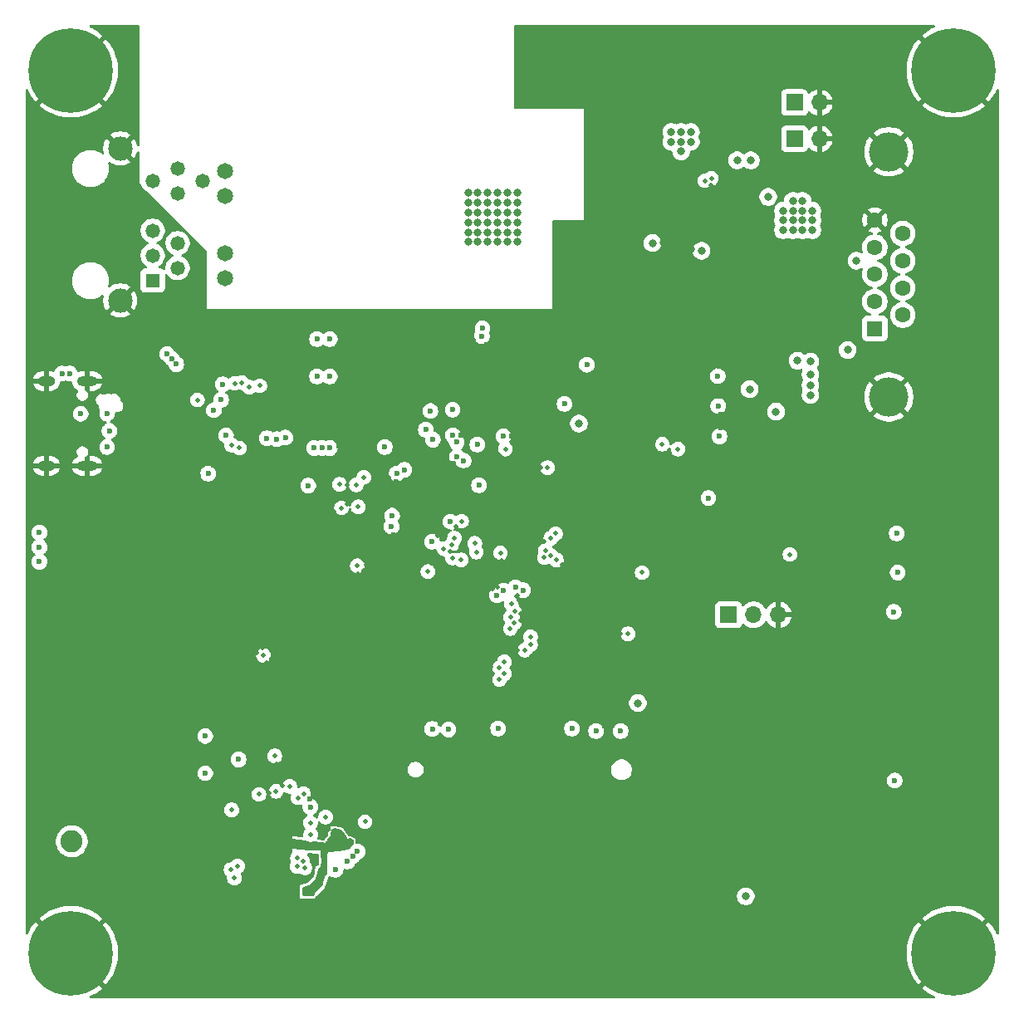
<source format=gbr>
%TF.GenerationSoftware,KiCad,Pcbnew,9.0.0-1.fc41*%
%TF.CreationDate,2025-03-05T15:22:42-08:00*%
%TF.ProjectId,hw_alpha,68775f61-6c70-4686-912e-6b696361645f,rev?*%
%TF.SameCoordinates,Original*%
%TF.FileFunction,Copper,L2,Inr*%
%TF.FilePolarity,Positive*%
%FSLAX46Y46*%
G04 Gerber Fmt 4.6, Leading zero omitted, Abs format (unit mm)*
G04 Created by KiCad (PCBNEW 9.0.0-1.fc41) date 2025-03-05 15:22:42*
%MOMM*%
%LPD*%
G01*
G04 APERTURE LIST*
%TA.AperFunction,ComponentPad*%
%ADD10R,1.700000X1.700000*%
%TD*%
%TA.AperFunction,ComponentPad*%
%ADD11O,1.700000X1.700000*%
%TD*%
%TA.AperFunction,HeatsinkPad*%
%ADD12C,0.500000*%
%TD*%
%TA.AperFunction,ComponentPad*%
%ADD13R,1.478000X1.478000*%
%TD*%
%TA.AperFunction,ComponentPad*%
%ADD14C,1.478000*%
%TD*%
%TA.AperFunction,ComponentPad*%
%ADD15C,1.650000*%
%TD*%
%TA.AperFunction,ComponentPad*%
%ADD16C,2.475000*%
%TD*%
%TA.AperFunction,ComponentPad*%
%ADD17C,0.900000*%
%TD*%
%TA.AperFunction,ComponentPad*%
%ADD18C,8.600000*%
%TD*%
%TA.AperFunction,ComponentPad*%
%ADD19C,2.250000*%
%TD*%
%TA.AperFunction,ComponentPad*%
%ADD20O,2.100000X1.000000*%
%TD*%
%TA.AperFunction,ComponentPad*%
%ADD21O,1.800000X1.000000*%
%TD*%
%TA.AperFunction,ComponentPad*%
%ADD22C,0.630000*%
%TD*%
%TA.AperFunction,ComponentPad*%
%ADD23C,4.000000*%
%TD*%
%TA.AperFunction,ComponentPad*%
%ADD24R,1.600000X1.600000*%
%TD*%
%TA.AperFunction,ComponentPad*%
%ADD25C,1.600000*%
%TD*%
%TA.AperFunction,ViaPad*%
%ADD26C,0.500000*%
%TD*%
%TA.AperFunction,ViaPad*%
%ADD27C,0.800000*%
%TD*%
%TA.AperFunction,ViaPad*%
%ADD28C,0.600000*%
%TD*%
%TA.AperFunction,Conductor*%
%ADD29C,0.228600*%
%TD*%
G04 APERTURE END LIST*
D10*
%TO.N,+3V3*%
%TO.C,J13*%
X118785000Y-36975000D03*
D11*
%TO.N,GND*%
X121325000Y-36975000D03*
%TD*%
D12*
%TO.N,GND*%
%TO.C,U3*%
X63450000Y-105800000D03*
X63450000Y-107000000D03*
X63450000Y-108200000D03*
X63450000Y-109400000D03*
X64650000Y-105800000D03*
X64650000Y-107000000D03*
X64650000Y-108200000D03*
X64650000Y-109400000D03*
X65850000Y-105800000D03*
X65850000Y-107000000D03*
X65850000Y-108200000D03*
X65850000Y-109400000D03*
X67050000Y-105800000D03*
X67050000Y-107000000D03*
X67050000Y-108200000D03*
X67050000Y-109400000D03*
%TD*%
D13*
%TO.N,ETH_TX+*%
%TO.C,J1*%
X53350000Y-51430000D03*
D14*
%TO.N,ETH_CT*%
X55890000Y-50160000D03*
%TO.N,ETH_TX-*%
X53350000Y-48890000D03*
%TO.N,ETH_RX+*%
X55890000Y-47620000D03*
%TO.N,ETH_RX-*%
X53350000Y-46350000D03*
%TO.N,Net-(D2-2)*%
X55890000Y-42540000D03*
%TO.N,Net-(D2-1)*%
X53350000Y-41270000D03*
%TO.N,Net-(D1-2)*%
X55890000Y-40000000D03*
%TO.N,Net-(D1-1)*%
X58430000Y-41270000D03*
D15*
%TO.N,Net-(J1-PadA1)*%
X60720000Y-40250000D03*
%TO.N,Net-(J1-PadA2)*%
X60720000Y-48640000D03*
%TO.N,GND*%
X60720000Y-42790000D03*
X60720000Y-51180000D03*
D16*
X50050000Y-37970000D03*
X50050000Y-53460000D03*
%TD*%
D17*
%TO.N,GND*%
%TO.C,H2*%
X41775000Y-120000000D03*
X42719581Y-117719581D03*
X42719581Y-122280419D03*
X45000000Y-116775000D03*
D18*
X45000000Y-120000000D03*
D17*
X45000000Y-123225000D03*
X47280419Y-117719581D03*
X47280419Y-122280419D03*
X48225000Y-120000000D03*
%TD*%
D19*
%TO.N,Net-(FL1-OUT)*%
%TO.C,J9*%
X45100000Y-108600000D03*
%TO.N,GND*%
X42560000Y-111140000D03*
X47640000Y-111140000D03*
X42560000Y-106060000D03*
X47640000Y-106060000D03*
%TD*%
D17*
%TO.N,GND*%
%TO.C,H1*%
X41775000Y-30000000D03*
X42719581Y-27719581D03*
X42719581Y-32280419D03*
X45000000Y-26775000D03*
D18*
X45000000Y-30000000D03*
D17*
X45000000Y-33225000D03*
X47280419Y-27719581D03*
X47280419Y-32280419D03*
X48225000Y-30000000D03*
%TD*%
%TO.N,GND*%
%TO.C,H4*%
X131775000Y-120000000D03*
X132719581Y-117719581D03*
X132719581Y-122280419D03*
X135000000Y-116775000D03*
D18*
X135000000Y-120000000D03*
D17*
X135000000Y-123225000D03*
X137280419Y-117719581D03*
X137280419Y-122280419D03*
X138225000Y-120000000D03*
%TD*%
D12*
%TO.N,GND*%
%TO.C,U10*%
X61950000Y-64462500D03*
X61950000Y-65462500D03*
X61950000Y-66462500D03*
X62950000Y-64462500D03*
X62950000Y-65462500D03*
X62950000Y-66462500D03*
X63950000Y-64462500D03*
X63950000Y-65462500D03*
X63950000Y-66462500D03*
%TD*%
D20*
%TO.N,GND*%
%TO.C,J7*%
X46680000Y-61680000D03*
D21*
X42500000Y-61680000D03*
D20*
X46680000Y-70320000D03*
D21*
X42500000Y-70320000D03*
%TD*%
D10*
%TO.N,+5V*%
%TO.C,J3*%
X118785000Y-33275000D03*
D11*
%TO.N,GND*%
X121325000Y-33275000D03*
%TD*%
D22*
%TO.N,GND*%
%TO.C,FL1*%
X59545000Y-107405000D03*
X58425000Y-107405000D03*
X59545000Y-109795000D03*
X58425000Y-109795000D03*
%TD*%
D10*
%TO.N,UART1_TX*%
%TO.C,J12*%
X112060000Y-85500000D03*
D11*
%TO.N,UART1_RX*%
X114600000Y-85500000D03*
%TO.N,GND*%
X117140000Y-85500000D03*
%TD*%
D17*
%TO.N,GND*%
%TO.C,H3*%
X131775000Y-30000000D03*
X132719581Y-27719581D03*
X132719581Y-32280419D03*
X135000000Y-26775000D03*
D18*
X135000000Y-30000000D03*
D17*
X135000000Y-33225000D03*
X137280419Y-27719581D03*
X137280419Y-32280419D03*
X138225000Y-30000000D03*
%TD*%
D23*
%TO.N,GND*%
%TO.C,J8*%
X128394669Y-63294792D03*
X128394669Y-38294792D03*
D24*
%TO.N,unconnected-(J8-Pad1)*%
X126974669Y-56334792D03*
D25*
%TO.N,/RS-232/RS232_RX*%
X126974669Y-53564792D03*
%TO.N,/RS-232/RS232_TX*%
X126974669Y-50794792D03*
%TO.N,unconnected-(J8-Pad4)*%
X126974669Y-48024792D03*
%TO.N,GND*%
X126974669Y-45254792D03*
%TO.N,unconnected-(J8-Pad6)*%
X129814669Y-54949792D03*
%TO.N,/RS-232/RS232_RTS*%
X129814669Y-52179792D03*
%TO.N,/RS-232/RS232_CTS*%
X129814669Y-49409792D03*
%TO.N,unconnected-(J8-Pad9)*%
X129814669Y-46639792D03*
%TD*%
D26*
%TO.N,GND*%
X60825000Y-115925000D03*
D27*
X130500000Y-68700000D03*
X106900000Y-118600000D03*
D28*
X70900000Y-63000000D03*
D27*
X138300000Y-110800000D03*
X64550000Y-87400000D03*
X59900000Y-97500000D03*
D28*
X86800000Y-100750000D03*
X99850000Y-95200000D03*
D27*
X101400000Y-34850000D03*
X120100000Y-94200000D03*
X129100000Y-89350000D03*
D28*
X87400000Y-58000000D03*
D27*
X100500000Y-37650000D03*
X75500000Y-98800000D03*
D28*
X72025000Y-109275000D03*
D26*
X102000000Y-79000000D03*
D27*
X65500000Y-75400000D03*
X116000000Y-28850000D03*
D26*
X88000000Y-91500000D03*
D28*
X54400000Y-77900000D03*
X78300000Y-102850000D03*
X87550000Y-96700000D03*
D27*
X135000000Y-84500000D03*
D28*
X103400000Y-59200000D03*
D26*
X61825000Y-115175000D03*
D28*
X85600000Y-96000000D03*
D27*
X76000000Y-100300000D03*
D26*
X74800000Y-81700000D03*
D27*
X136300000Y-100600000D03*
D28*
X49928000Y-107600000D03*
D27*
X125900000Y-119800000D03*
D28*
X74600000Y-58000000D03*
X41700000Y-108600000D03*
D27*
X135300000Y-91700000D03*
X74000000Y-98700000D03*
X94350000Y-60000000D03*
D26*
X87999000Y-82895617D03*
D27*
X135400000Y-106600000D03*
X123800000Y-77900000D03*
X106950000Y-65750000D03*
D26*
X74500000Y-107500000D03*
D28*
X87400000Y-96050000D03*
X46000000Y-105300000D03*
X50500000Y-43800000D03*
D26*
X53400000Y-69100000D03*
D27*
X92700000Y-105200000D03*
D28*
X60200000Y-73100000D03*
X77300000Y-111400000D03*
D27*
X110750000Y-31300000D03*
X99500000Y-37850000D03*
X121000000Y-107700000D03*
X99850000Y-78900000D03*
D26*
X87300000Y-90500000D03*
X57000000Y-103700000D03*
X69800000Y-69600000D03*
D27*
X119950000Y-76500000D03*
X101450000Y-46800000D03*
X133150000Y-71750000D03*
D28*
X46700000Y-71400000D03*
X55600000Y-77900000D03*
X62900000Y-117250000D03*
D26*
X101300000Y-92800000D03*
X98900000Y-88700000D03*
D28*
X51900000Y-104300000D03*
D27*
X69500000Y-77300000D03*
D26*
X57600000Y-104500000D03*
D28*
X85500000Y-73475000D03*
D27*
X136550000Y-83350000D03*
D26*
X90900000Y-85400000D03*
D27*
X54050000Y-84500000D03*
X71900000Y-93250000D03*
X49350000Y-87900000D03*
D28*
X92900000Y-68300000D03*
D27*
X45050000Y-86800000D03*
X138300000Y-99200000D03*
D26*
X57375000Y-107100000D03*
X84800000Y-90050000D03*
D27*
X68450000Y-88150000D03*
D28*
X82100000Y-70800000D03*
X104600000Y-99350000D03*
D26*
X63300000Y-116575000D03*
X74900000Y-81000000D03*
D27*
X44500000Y-70300000D03*
D28*
X90200000Y-101450000D03*
D27*
X113950000Y-65250000D03*
D28*
X79050000Y-103700000D03*
D27*
X112150000Y-80850000D03*
D28*
X71050000Y-117300000D03*
X79700000Y-64100000D03*
D26*
X92700000Y-75700000D03*
D27*
X128700000Y-117000000D03*
D26*
X82600000Y-89500000D03*
D28*
X77500000Y-102750000D03*
D27*
X82600000Y-57800000D03*
X100200000Y-121500000D03*
X134850000Y-54500000D03*
X128800000Y-56700000D03*
X106850000Y-46000000D03*
D28*
X76000000Y-79000000D03*
D27*
X113000000Y-47100000D03*
D28*
X75900000Y-74200000D03*
X98800000Y-102350000D03*
D27*
X118300000Y-100800000D03*
X106900000Y-32150000D03*
D28*
X51400000Y-55800000D03*
X89750000Y-98650000D03*
X41800000Y-57300000D03*
X63650000Y-117350000D03*
D27*
X134600000Y-79250000D03*
D28*
X93300000Y-67500000D03*
D27*
X135100000Y-44900000D03*
X46200000Y-80100000D03*
X95500000Y-117400000D03*
X136550000Y-65750000D03*
X55150000Y-91350000D03*
X116750000Y-72850000D03*
X138250000Y-40600000D03*
X123700000Y-85000000D03*
D28*
X70700000Y-116800000D03*
D27*
X106650000Y-29000000D03*
D28*
X53600000Y-112100000D03*
D27*
X101175000Y-38375000D03*
X65200000Y-80200000D03*
D26*
X58000000Y-73800000D03*
D27*
X44600000Y-114200000D03*
X127600000Y-43350000D03*
D26*
X85950000Y-89800000D03*
D27*
X107050000Y-40050000D03*
D28*
X91650000Y-101300000D03*
D26*
X84350000Y-91150000D03*
D28*
X70500000Y-116250000D03*
D27*
X110550000Y-28750000D03*
D28*
X85250000Y-97150000D03*
D26*
X57450000Y-106125000D03*
D27*
X137700000Y-91900000D03*
D26*
X91900000Y-75700000D03*
D27*
X124000000Y-99900000D03*
D26*
X91900000Y-74800000D03*
D27*
X110200000Y-89200000D03*
X97900000Y-52150000D03*
X124600000Y-107800000D03*
D28*
X127500000Y-78100000D03*
D27*
X87900000Y-112700000D03*
D28*
X44200000Y-105300000D03*
D27*
X41600000Y-83800000D03*
X114100000Y-89300000D03*
D26*
X73400000Y-77700000D03*
D27*
X99273011Y-35126989D03*
D26*
X101950000Y-89400000D03*
X53750000Y-60700000D03*
D27*
X138300000Y-96600000D03*
D26*
X51000000Y-64550000D03*
D28*
X71800000Y-56200000D03*
D26*
X92000000Y-76300000D03*
X62100000Y-104300000D03*
D27*
X119500000Y-87050000D03*
X97100000Y-121500000D03*
X120800000Y-111300000D03*
D28*
X91400000Y-57400000D03*
X89700000Y-97150000D03*
D27*
X107900000Y-76700000D03*
X112550000Y-72250000D03*
D28*
X52800000Y-110400000D03*
D27*
X134900000Y-57150000D03*
X134500000Y-87600000D03*
D28*
X55400000Y-57700000D03*
D27*
X106300000Y-41300000D03*
X84500000Y-118600000D03*
D28*
X67950000Y-115150000D03*
D26*
X92900000Y-75100000D03*
D28*
X43000000Y-57400000D03*
X99400000Y-60800000D03*
D27*
X44200000Y-68300000D03*
X122550000Y-80650000D03*
D26*
X53850000Y-68200000D03*
X86100000Y-92250000D03*
D27*
X99800000Y-111600000D03*
D28*
X66750000Y-115900000D03*
D26*
X106800000Y-66800000D03*
D27*
X57600000Y-92500000D03*
X78250000Y-54950000D03*
D26*
X64100000Y-101100000D03*
D28*
X98800000Y-61500000D03*
D27*
X120237501Y-54957291D03*
X138300000Y-58350000D03*
D28*
X43700000Y-57100000D03*
D26*
X57625000Y-107575000D03*
D27*
X89700000Y-118600000D03*
D28*
X81650000Y-103800000D03*
X129700000Y-84100000D03*
D26*
X59200000Y-102700000D03*
D27*
X41600000Y-88300000D03*
X123900000Y-103500000D03*
D26*
X60300000Y-101700000D03*
X58200000Y-105700000D03*
X53850000Y-65900000D03*
X46400000Y-59700000D03*
D27*
X106600000Y-85000000D03*
D28*
X74100000Y-57600000D03*
D26*
X57700000Y-102200000D03*
D27*
X94300000Y-106100000D03*
X128900000Y-71900000D03*
X120600000Y-120600000D03*
D26*
X98300000Y-82900000D03*
D27*
X126050000Y-85450000D03*
D26*
X100300000Y-84300000D03*
X69700000Y-113700000D03*
D27*
X107050000Y-48900000D03*
D28*
X60200000Y-73700000D03*
D27*
X100400000Y-106600000D03*
D28*
X126900000Y-80300000D03*
D27*
X99200000Y-50800000D03*
D28*
X91150000Y-100150000D03*
X93150000Y-100400000D03*
D27*
X72800000Y-83300000D03*
X125900000Y-89250000D03*
X105000000Y-89200000D03*
X119300000Y-96500000D03*
X100550000Y-36700000D03*
X114300000Y-122800000D03*
D28*
X49600000Y-55600000D03*
D27*
X138300000Y-76000000D03*
X133300000Y-63850000D03*
D28*
X102400000Y-59300000D03*
X94400000Y-97300000D03*
D27*
X121850000Y-78150000D03*
X50900000Y-117000000D03*
D26*
X98650000Y-92950000D03*
D27*
X118000000Y-72150000D03*
X122100000Y-68100000D03*
X70200000Y-92050000D03*
D26*
X57275000Y-111175000D03*
X67950000Y-102225000D03*
D28*
X86200000Y-104950000D03*
D26*
X95100000Y-80400000D03*
D27*
X66400000Y-73500000D03*
D26*
X84400000Y-93100000D03*
X90500000Y-89100000D03*
D28*
X50800000Y-70900000D03*
X93300000Y-69500000D03*
D27*
X108650000Y-75500000D03*
X128550000Y-32200000D03*
X111300000Y-99500000D03*
D26*
X92050000Y-68950000D03*
D27*
X73400000Y-102900000D03*
X121550000Y-50700000D03*
D28*
X47900000Y-54700000D03*
X71600000Y-118700000D03*
D27*
X115600000Y-70700000D03*
D26*
X95450000Y-85250000D03*
D27*
X131900000Y-69900000D03*
X76400000Y-105600000D03*
X64550000Y-91750000D03*
D26*
X56850000Y-110350000D03*
D27*
X97800000Y-38250000D03*
X97800000Y-40250000D03*
X70050000Y-94850000D03*
D28*
X53500000Y-57200000D03*
D26*
X87050000Y-93100000D03*
D27*
X111250000Y-51150000D03*
X58100000Y-96700000D03*
D28*
X44700000Y-44500000D03*
D26*
X104400000Y-67900000D03*
D28*
X77600000Y-117100000D03*
D27*
X108800000Y-114900000D03*
D28*
X74200000Y-111100000D03*
D26*
X62100000Y-101400000D03*
D28*
X46600000Y-53900000D03*
D27*
X128100000Y-73500000D03*
D26*
X58800000Y-104700000D03*
D28*
X127800000Y-82400000D03*
D27*
X46200000Y-73900000D03*
D28*
X78800000Y-77500000D03*
X51000000Y-61800000D03*
D27*
X122600000Y-71400000D03*
D28*
X128500000Y-95300000D03*
D27*
X47000000Y-72600000D03*
X111600000Y-90700000D03*
X128800000Y-44550000D03*
D28*
X84600000Y-55400000D03*
D27*
X41600000Y-98500000D03*
D28*
X97400000Y-58100000D03*
D27*
X42600000Y-82900000D03*
D28*
X92550000Y-99850000D03*
X84800000Y-98600000D03*
X70850000Y-110550000D03*
D27*
X114250000Y-44850000D03*
D28*
X97600000Y-96650000D03*
D27*
X41600000Y-86200000D03*
D28*
X50900000Y-62600000D03*
X56000000Y-65200000D03*
X68050000Y-117050000D03*
D26*
X88900000Y-80000000D03*
D27*
X72000000Y-89800000D03*
X111600000Y-47800000D03*
X109100000Y-93300000D03*
D26*
X60375000Y-107525000D03*
D28*
X111250000Y-66400000D03*
D27*
X108200000Y-89200000D03*
D28*
X132400000Y-103800000D03*
D27*
X86300000Y-114400000D03*
X110600000Y-118500000D03*
D28*
X129600000Y-101300000D03*
X94550000Y-104900000D03*
D27*
X43850000Y-93600000D03*
D28*
X50600000Y-61000000D03*
X76100000Y-109500000D03*
D26*
X67475000Y-114400000D03*
D27*
X121400000Y-66400000D03*
D28*
X88200000Y-103550000D03*
X51900000Y-111900000D03*
X93400000Y-59600000D03*
D26*
X65000000Y-90400000D03*
D28*
X49928000Y-109600000D03*
D26*
X62225000Y-114775000D03*
D27*
X70000000Y-74000000D03*
D26*
X71800000Y-74000000D03*
D28*
X79000000Y-104750000D03*
D27*
X77600000Y-56500000D03*
X66800000Y-77300000D03*
X119000000Y-109400000D03*
X122850000Y-39750000D03*
D26*
X75100000Y-80400000D03*
D27*
X79500000Y-106100000D03*
D28*
X52000000Y-110300000D03*
X91600000Y-102200000D03*
X102950000Y-97000000D03*
D26*
X91400000Y-78900000D03*
D28*
X93600000Y-101100000D03*
X99800000Y-97500000D03*
D27*
X123350000Y-36850000D03*
D26*
X65225000Y-103650000D03*
D27*
X136550000Y-75150000D03*
D26*
X92600000Y-76300000D03*
D28*
X48900000Y-49700000D03*
X79650000Y-100000000D03*
X76800000Y-73300000D03*
X51537333Y-107600000D03*
D27*
X133900000Y-103900000D03*
X112100000Y-89300000D03*
D28*
X90000000Y-54600000D03*
D27*
X97800000Y-42350000D03*
X132700000Y-111300000D03*
X104950000Y-38250000D03*
D28*
X77400000Y-80900000D03*
D26*
X105600000Y-70700000D03*
D27*
X131500000Y-66000000D03*
X64600000Y-97200000D03*
X102050000Y-39150000D03*
D28*
X94100000Y-67500000D03*
D27*
X54300000Y-88250000D03*
X125300000Y-74300000D03*
D28*
X84700000Y-99400000D03*
D27*
X102450000Y-47700000D03*
X124250000Y-88750000D03*
X123800000Y-47500000D03*
X127000000Y-58350000D03*
D26*
X73200000Y-74200000D03*
D27*
X67800000Y-75600000D03*
D28*
X56400000Y-59000000D03*
D27*
X51650000Y-101100000D03*
D28*
X85600000Y-72850000D03*
X100800000Y-62000000D03*
D27*
X67550000Y-94100000D03*
X133350000Y-61450000D03*
X125500000Y-97500000D03*
D26*
X101900000Y-83200000D03*
D28*
X48500000Y-70900000D03*
D27*
X103400000Y-113200000D03*
X67600000Y-81700000D03*
D28*
X65700000Y-117800000D03*
D26*
X58600000Y-73600000D03*
D28*
X41100000Y-44600000D03*
X52900000Y-105100000D03*
X81800000Y-102100000D03*
D27*
X50550000Y-27100000D03*
X91950000Y-26950000D03*
D26*
X86600000Y-90000000D03*
D28*
X49300000Y-69300000D03*
X65300000Y-116700000D03*
D27*
X126300000Y-104200000D03*
D28*
X47200000Y-77900000D03*
D26*
X87800000Y-90800000D03*
D27*
X126000000Y-40800000D03*
X128700000Y-43500000D03*
X111500000Y-46700000D03*
D26*
X95800000Y-88900000D03*
X101900000Y-76500000D03*
D28*
X49300000Y-41300000D03*
D27*
X59050000Y-94700000D03*
X54300000Y-118600000D03*
D28*
X91050000Y-100900000D03*
D27*
X101950000Y-40250000D03*
D28*
X66150000Y-116600000D03*
D27*
X61900000Y-74900000D03*
X85600000Y-122900000D03*
D28*
X74300000Y-117450000D03*
X50600000Y-55600000D03*
D26*
X68475000Y-101750000D03*
X68775000Y-114825000D03*
X62225000Y-115975000D03*
D27*
X118200000Y-103500000D03*
D28*
X42000000Y-55900000D03*
D27*
X63500000Y-122700000D03*
D28*
X74800000Y-68300000D03*
D27*
X131600000Y-41750000D03*
X82000000Y-121400000D03*
D26*
X91000000Y-93300000D03*
D27*
X106350000Y-83500000D03*
X48450000Y-96800000D03*
D28*
X41700000Y-107600000D03*
D27*
X109200000Y-103650000D03*
D28*
X87600000Y-54600000D03*
D26*
X58000000Y-71250000D03*
D27*
X138300000Y-69050000D03*
D26*
X85700000Y-89100000D03*
D28*
X93950000Y-96700000D03*
D27*
X121150000Y-85150000D03*
D28*
X100100000Y-99600000D03*
X100100000Y-62600000D03*
D27*
X77300000Y-85700000D03*
X126300000Y-106100000D03*
D28*
X86000000Y-97400000D03*
D26*
X71400000Y-74500000D03*
D27*
X67000000Y-89600000D03*
D26*
X73500000Y-76000000D03*
D27*
X76350000Y-55000000D03*
X110400000Y-95200000D03*
D28*
X53400000Y-106600000D03*
D27*
X108500000Y-122700000D03*
X68100000Y-73400000D03*
D26*
X82000000Y-73300000D03*
X65400000Y-101300000D03*
D28*
X85300000Y-102150000D03*
D27*
X104300000Y-63250000D03*
D28*
X84754158Y-67225000D03*
D27*
X118200000Y-106900000D03*
D28*
X134100000Y-92400000D03*
D27*
X118800000Y-122800000D03*
D28*
X127000000Y-81700000D03*
X59500000Y-67000000D03*
X41800000Y-56600000D03*
D26*
X91900000Y-78300000D03*
D28*
X93500000Y-57400000D03*
D27*
X52300000Y-74300000D03*
D26*
X54800000Y-62000000D03*
D27*
X99950000Y-32700000D03*
X42400000Y-74400000D03*
D26*
X52000000Y-62500000D03*
D27*
X88000000Y-122900000D03*
D28*
X53100000Y-113400000D03*
D26*
X56800000Y-109500000D03*
D28*
X54900000Y-103600000D03*
D27*
X125150000Y-42600000D03*
X56900000Y-119700000D03*
D28*
X126300000Y-95300000D03*
D27*
X41200000Y-75500000D03*
D28*
X64700000Y-118250000D03*
D27*
X70000000Y-82600000D03*
D28*
X70900000Y-55200000D03*
D27*
X125600000Y-116400000D03*
D26*
X72700000Y-77700000D03*
D28*
X86150000Y-104000000D03*
X47900000Y-71500000D03*
X62200000Y-116650000D03*
D26*
X54950000Y-70750000D03*
D28*
X42400000Y-57600000D03*
D27*
X42900000Y-76000000D03*
X49700000Y-71700000D03*
X41400000Y-66300000D03*
X41600000Y-95900000D03*
X83300000Y-110700000D03*
D28*
X128800000Y-83600000D03*
D27*
X110650000Y-56900000D03*
X82000000Y-118600000D03*
D28*
X53400000Y-56400000D03*
D27*
X62200000Y-85500000D03*
X99550000Y-26950000D03*
D26*
X58700000Y-105500000D03*
D28*
X78300000Y-110500000D03*
D26*
X99800000Y-87400000D03*
D27*
X85700000Y-110700000D03*
D28*
X68700000Y-61400000D03*
D27*
X110050000Y-36500000D03*
D28*
X90100000Y-57300000D03*
X128800000Y-100600000D03*
D27*
X118900000Y-75100000D03*
X128700000Y-48000000D03*
D26*
X55900000Y-69300000D03*
X99700000Y-84900000D03*
D28*
X78400000Y-118700000D03*
D27*
X130000000Y-44700000D03*
D28*
X127800000Y-81200000D03*
D27*
X128700000Y-50800000D03*
D26*
X58675000Y-106100000D03*
X95500000Y-84200000D03*
D28*
X53146666Y-109600000D03*
D26*
X58000000Y-72900000D03*
D27*
X76200000Y-103600000D03*
D28*
X49800000Y-113000000D03*
D27*
X123550000Y-42650000D03*
D26*
X71500000Y-102525000D03*
D28*
X84650000Y-95150000D03*
D26*
X97200000Y-80500000D03*
X107800000Y-68100000D03*
X65500000Y-90000000D03*
X92300000Y-69700000D03*
D28*
X85800000Y-54600000D03*
D26*
X69000000Y-101800000D03*
D27*
X118950000Y-53000000D03*
D26*
X59575000Y-106625000D03*
D27*
X99500000Y-36900000D03*
D26*
X82400000Y-77400000D03*
X91850000Y-70250000D03*
D28*
X83200000Y-69750000D03*
X126300000Y-80800000D03*
D26*
X60475000Y-106925000D03*
D27*
X106950000Y-47850000D03*
X48600000Y-85100000D03*
D26*
X104900000Y-69500000D03*
D28*
X100150000Y-96800000D03*
D26*
X82400000Y-79500000D03*
D28*
X67300000Y-60000000D03*
X82800000Y-71500000D03*
D26*
X57100000Y-72800000D03*
X59000000Y-108575000D03*
X58425000Y-108600000D03*
D28*
X50900000Y-110900000D03*
X97850000Y-103900000D03*
D27*
X61550000Y-56300000D03*
D28*
X86500000Y-101700000D03*
X48800000Y-46400000D03*
D26*
X57550000Y-73400000D03*
X60825000Y-115375000D03*
D27*
X71200000Y-84850000D03*
X105150000Y-40250000D03*
D28*
X93650000Y-103800000D03*
D27*
X44800000Y-100650000D03*
X108700000Y-110900000D03*
X75350000Y-59800000D03*
X75800000Y-65450000D03*
X99500000Y-36150000D03*
D28*
X70600000Y-65900000D03*
D27*
X72000000Y-65500000D03*
X76950000Y-59550000D03*
D26*
X93200000Y-78000000D03*
X56600000Y-72400000D03*
D28*
X50000000Y-104900000D03*
D27*
X132200000Y-49600000D03*
X73750000Y-91600000D03*
X50850000Y-85100000D03*
X101500000Y-36150000D03*
D28*
X76700000Y-72350000D03*
D26*
X103700000Y-68500000D03*
D28*
X41700000Y-58100000D03*
D26*
X61025000Y-107450000D03*
D28*
X80500000Y-111800000D03*
D27*
X86900000Y-118600000D03*
D28*
X45900000Y-54800000D03*
D27*
X138300000Y-113700000D03*
D26*
X71300000Y-75300000D03*
D28*
X70450000Y-115650000D03*
D27*
X138250000Y-38100000D03*
D28*
X134100000Y-100400000D03*
D27*
X113100000Y-92200000D03*
D26*
X71050000Y-103050000D03*
D28*
X56400000Y-66400000D03*
X55700000Y-66400000D03*
D26*
X58300000Y-103600000D03*
D28*
X76500000Y-80050000D03*
D27*
X65000000Y-121200000D03*
X63600000Y-74900000D03*
X101250000Y-73300000D03*
X136550000Y-70250000D03*
D26*
X97900000Y-83300000D03*
D27*
X84900000Y-112600000D03*
X120000000Y-92300000D03*
D28*
X82600000Y-112800000D03*
D27*
X134200000Y-105200000D03*
D28*
X129700000Y-79200000D03*
D27*
X134400000Y-69550000D03*
D26*
X90500000Y-92700000D03*
X90200000Y-76200000D03*
D28*
X82650000Y-96600000D03*
X79000000Y-113900000D03*
X74200000Y-59300000D03*
X74000000Y-113800000D03*
D27*
X50900000Y-72900000D03*
X101950000Y-51850000D03*
X54600000Y-74300000D03*
D28*
X81000000Y-104800000D03*
X89400000Y-54600000D03*
X70000000Y-64800000D03*
X92300000Y-99050000D03*
X74100000Y-58500000D03*
X50100000Y-111100000D03*
X50700000Y-42300000D03*
X86350000Y-95150000D03*
D27*
X59500000Y-118500000D03*
D28*
X87600000Y-58600000D03*
D26*
X98600000Y-68500000D03*
D27*
X124050000Y-34600000D03*
X72900000Y-101300000D03*
D26*
X87700000Y-93200000D03*
D27*
X110650000Y-83650000D03*
X47300000Y-86300000D03*
D28*
X82200000Y-116500000D03*
D26*
X71800000Y-75000000D03*
D28*
X129500000Y-99400000D03*
D27*
X103750000Y-29000000D03*
X83500000Y-122900000D03*
X100150000Y-47200000D03*
X133200000Y-105900000D03*
D28*
X45100000Y-105300000D03*
D27*
X123900000Y-60300000D03*
D28*
X53600000Y-110200000D03*
D26*
X53900000Y-68750000D03*
D28*
X99800000Y-95750000D03*
D26*
X73900000Y-76400000D03*
X94400000Y-74800000D03*
D28*
X54900000Y-113000000D03*
X49123333Y-107600000D03*
D27*
X101700000Y-122900000D03*
D28*
X53200000Y-77900000D03*
X79600000Y-62700000D03*
D27*
X106350000Y-80850000D03*
X122400000Y-26900000D03*
D26*
X100950000Y-89450000D03*
D28*
X48800000Y-48100000D03*
D26*
X50600000Y-65600000D03*
D28*
X87350000Y-102200000D03*
X50300000Y-70300000D03*
X99400000Y-96800000D03*
D26*
X88650000Y-69950000D03*
X96300000Y-84300000D03*
X91000000Y-75500000D03*
D28*
X70800000Y-114500000D03*
D27*
X99000000Y-73300000D03*
X119100000Y-54500000D03*
D28*
X104900000Y-100150000D03*
D26*
X99650000Y-93200000D03*
D28*
X69650000Y-109200000D03*
X56200000Y-57800000D03*
X87200000Y-97950000D03*
X69200000Y-65000000D03*
D26*
X74800000Y-79800000D03*
D27*
X132100000Y-37200000D03*
D28*
X53900000Y-59500000D03*
X72500000Y-61300000D03*
D27*
X107200000Y-41100000D03*
D28*
X84650000Y-70750000D03*
D26*
X56925000Y-106275000D03*
D28*
X129400000Y-80000000D03*
X97700000Y-104850000D03*
X92700000Y-58900000D03*
X111050000Y-62250000D03*
X85300000Y-57900000D03*
X50200000Y-106900000D03*
D27*
X54300000Y-115800000D03*
D26*
X84300000Y-76500000D03*
D28*
X84100000Y-54700000D03*
D27*
X80050000Y-56050000D03*
X123500000Y-66700000D03*
D28*
X59500000Y-70200000D03*
D26*
X61450000Y-116650000D03*
X58150000Y-106375000D03*
D28*
X94300000Y-104350000D03*
D27*
X132500000Y-104800000D03*
X127800000Y-113200000D03*
X128650000Y-41950000D03*
D28*
X82700000Y-68268900D03*
D26*
X96300000Y-85400000D03*
D27*
X75500000Y-97200000D03*
X112300000Y-82700000D03*
D28*
X83250000Y-105150000D03*
D27*
X94950000Y-62250000D03*
D26*
X88700000Y-86301440D03*
D28*
X97250000Y-95300000D03*
D26*
X101800000Y-84000000D03*
X56775000Y-110900000D03*
D28*
X77950000Y-77350000D03*
X41200000Y-54300000D03*
D27*
X120200000Y-51650000D03*
X128100000Y-66500000D03*
X107300000Y-82250000D03*
D26*
X106100000Y-70200000D03*
D27*
X121150000Y-29250000D03*
D28*
X78950000Y-74800000D03*
D26*
X106200000Y-73400000D03*
D28*
X56400000Y-65700000D03*
X99550000Y-103150000D03*
D27*
X98700000Y-122900000D03*
X84800000Y-107400000D03*
X130800000Y-112200000D03*
X50000000Y-74300000D03*
X71700000Y-122700000D03*
X109100000Y-97800000D03*
X49550000Y-90550000D03*
D28*
X76800000Y-102400000D03*
D26*
X91800000Y-79400000D03*
D28*
X52100000Y-54700000D03*
D26*
X92950000Y-86400000D03*
D27*
X109450000Y-70700000D03*
D28*
X104700000Y-98600000D03*
D26*
X57125000Y-112350000D03*
D28*
X76200000Y-112300000D03*
X64295000Y-54755000D03*
X86950000Y-95450000D03*
D27*
X106900000Y-74750000D03*
D28*
X98750000Y-103500000D03*
D27*
X135100000Y-72850000D03*
X111750000Y-70700000D03*
D28*
X49123333Y-109600000D03*
D27*
X101050000Y-33400000D03*
D28*
X101600000Y-61100000D03*
D27*
X101100000Y-40950000D03*
D26*
X58100000Y-104900000D03*
D28*
X125100000Y-78400000D03*
X86000000Y-99800000D03*
D27*
X105950000Y-49400000D03*
X133800000Y-114000000D03*
D28*
X104300000Y-100200000D03*
X63450000Y-118100000D03*
D27*
X123200000Y-90900000D03*
X105200000Y-41450000D03*
D28*
X57000000Y-59500000D03*
D26*
X102000000Y-77900000D03*
D28*
X72300000Y-68300000D03*
D27*
X121200000Y-122800000D03*
X131200000Y-105800000D03*
X47150000Y-100400000D03*
X46250000Y-88200000D03*
X112100000Y-97100000D03*
D28*
X111100000Y-60200000D03*
X50200000Y-106100000D03*
X54900000Y-110600000D03*
D26*
X57200000Y-101800000D03*
D28*
X50700000Y-40700000D03*
D27*
X131600000Y-45500000D03*
D28*
X89550000Y-102150000D03*
X57200000Y-58800000D03*
D27*
X56200000Y-75800000D03*
D28*
X96550000Y-105150000D03*
X112950000Y-62150000D03*
X111200000Y-68350000D03*
D27*
X68600000Y-83700000D03*
X108200000Y-48250000D03*
D28*
X68200000Y-117900000D03*
X103100000Y-102150000D03*
D27*
X125600000Y-118500000D03*
X54100000Y-122700000D03*
D26*
X54800000Y-61350000D03*
X84900000Y-87100000D03*
D27*
X97750000Y-39250000D03*
X125900000Y-87350000D03*
X51850000Y-83100000D03*
D28*
X49800000Y-58900000D03*
X128500000Y-97100000D03*
X64150000Y-117700000D03*
D26*
X70150000Y-113250000D03*
X85700000Y-90250000D03*
D27*
X88000000Y-116400000D03*
D28*
X75500000Y-111300000D03*
X79700000Y-61900000D03*
D26*
X92900000Y-88450000D03*
D27*
X102900000Y-118700000D03*
D28*
X98900000Y-63600000D03*
D27*
X125000000Y-114100000D03*
D26*
X57000000Y-103100000D03*
D28*
X85800000Y-95200000D03*
X53146666Y-107600000D03*
D26*
X90450000Y-67400000D03*
D28*
X51400000Y-106100000D03*
D26*
X100300000Y-84900000D03*
D27*
X126100000Y-72800000D03*
D28*
X101350000Y-102800000D03*
D27*
X68100000Y-97000000D03*
D28*
X64770000Y-55230000D03*
X128800000Y-103500000D03*
X77600000Y-72500000D03*
D27*
X137700000Y-103100000D03*
D26*
X104600000Y-71800000D03*
D28*
X54756000Y-109600000D03*
D27*
X134350000Y-36550000D03*
X108600000Y-66400000D03*
X121200000Y-74800000D03*
D28*
X50300000Y-57100000D03*
X43800000Y-80400000D03*
X43100000Y-56800000D03*
D27*
X133800000Y-67450000D03*
X118500000Y-29250000D03*
X136100000Y-95400000D03*
D26*
X58650000Y-72950000D03*
D27*
X126600000Y-75700000D03*
D28*
X99500000Y-63100000D03*
X74700000Y-58800000D03*
D27*
X41400000Y-63200000D03*
D28*
X67200000Y-114950000D03*
X86050000Y-100500000D03*
X80000000Y-104950000D03*
X41100000Y-37300000D03*
D26*
X97250000Y-89500000D03*
D28*
X85350000Y-104200000D03*
D27*
X123300000Y-97400000D03*
D28*
X91900000Y-103950000D03*
D27*
X53000000Y-72600000D03*
D28*
X77550000Y-105250000D03*
D27*
X124000000Y-70900000D03*
X135850000Y-38450000D03*
D28*
X49500000Y-44900000D03*
D26*
X60625000Y-106200000D03*
D27*
X119500000Y-66200000D03*
D26*
X96250000Y-92850000D03*
D27*
X99400000Y-46100000D03*
D28*
X49400000Y-105900000D03*
D27*
X135950000Y-48100000D03*
D28*
X81200000Y-54800000D03*
D27*
X46450000Y-86750000D03*
D26*
X59800000Y-102200000D03*
D27*
X112050000Y-62750000D03*
D28*
X49600000Y-77900000D03*
X95200000Y-101650000D03*
X99900000Y-61700000D03*
D26*
X86350000Y-93150000D03*
X92900000Y-70500000D03*
X68075000Y-114550000D03*
D28*
X74600000Y-112300000D03*
X92500000Y-67500000D03*
D26*
X60800000Y-102300000D03*
D27*
X45700000Y-86300000D03*
X97100000Y-48550000D03*
X114200000Y-46600000D03*
D26*
X88300000Y-80000000D03*
D27*
X105350000Y-30850000D03*
D26*
X59500000Y-104400000D03*
D28*
X82450000Y-105050000D03*
D26*
X101300000Y-88750000D03*
D27*
X138300000Y-66150000D03*
D28*
X42600000Y-56300000D03*
D26*
X54100000Y-69900000D03*
D27*
X41600000Y-90700000D03*
D28*
X129600000Y-95400000D03*
D27*
X138300000Y-108200000D03*
D26*
X97350000Y-88750000D03*
D27*
X112050000Y-44400000D03*
D28*
X66450000Y-118350000D03*
D27*
X86500000Y-121300000D03*
D28*
X72900000Y-113450000D03*
D27*
X72900000Y-63450000D03*
D28*
X83400000Y-72100000D03*
D26*
X100200000Y-93150000D03*
D28*
X84300000Y-100950000D03*
X127900000Y-103700000D03*
X87500000Y-95150000D03*
D26*
X66575000Y-102925000D03*
X103900000Y-67400000D03*
X82000000Y-75500000D03*
D28*
X54600000Y-57700000D03*
D27*
X138300000Y-93900000D03*
X125900000Y-111400000D03*
X48400000Y-80100000D03*
X51800000Y-76000000D03*
D28*
X52200000Y-43300000D03*
D26*
X61900000Y-103300000D03*
D27*
X119800000Y-26900000D03*
X97300000Y-110800000D03*
D28*
X79800000Y-54800000D03*
D26*
X87500000Y-91900000D03*
D28*
X129600000Y-96300000D03*
D27*
X130400000Y-73200000D03*
D28*
X92500000Y-57400000D03*
D27*
X91600000Y-116900000D03*
D28*
X50400000Y-110300000D03*
D26*
X97050000Y-92900000D03*
D28*
X70850000Y-109350000D03*
X90150000Y-103800000D03*
D26*
X109400000Y-74500000D03*
X104500000Y-76300000D03*
D27*
X127500000Y-70600000D03*
D28*
X44900000Y-53200000D03*
X85750000Y-101400000D03*
X49700000Y-69900000D03*
D27*
X54100000Y-76000000D03*
D28*
X73300000Y-112800000D03*
D26*
X52750000Y-68000000D03*
X52600000Y-64200000D03*
D28*
X72700000Y-108125000D03*
D27*
X106800000Y-54300000D03*
X135400000Y-109700000D03*
D28*
X128500000Y-92400000D03*
D26*
X65975000Y-115050000D03*
D27*
X66200000Y-122700000D03*
X58600000Y-122700000D03*
X106250000Y-63900000D03*
D28*
X89950000Y-102850000D03*
D26*
X82800000Y-91500000D03*
D27*
X41200000Y-73400000D03*
D28*
X46900000Y-55600000D03*
X46500000Y-103600000D03*
D27*
X107850000Y-60000000D03*
D28*
X60000000Y-75300000D03*
D27*
X112700000Y-28650000D03*
X112400000Y-59750000D03*
D28*
X55700000Y-65800000D03*
X64900000Y-117500000D03*
D26*
X51500000Y-63550000D03*
D27*
X73400000Y-85800000D03*
D26*
X101950000Y-88700000D03*
X85950000Y-91300000D03*
X90500000Y-93900000D03*
D28*
X100800000Y-60500000D03*
X92550000Y-101950000D03*
D26*
X84300000Y-90550000D03*
D27*
X66500000Y-56500000D03*
X61000000Y-122700000D03*
D28*
X72300000Y-113500000D03*
X128400000Y-93400000D03*
X48600000Y-69500000D03*
D26*
X71900000Y-103700000D03*
D27*
X136500000Y-106600000D03*
X126300000Y-43050000D03*
D28*
X70775000Y-109950000D03*
D26*
X99700000Y-88750000D03*
D28*
X97800000Y-57400000D03*
D27*
X132900000Y-108600000D03*
X106200000Y-61850000D03*
D26*
X55350000Y-71150000D03*
D27*
X80400000Y-107600000D03*
X75650000Y-56600000D03*
D26*
X57700000Y-112350000D03*
D27*
X128200000Y-122000000D03*
D28*
X99800000Y-98600000D03*
D27*
X124300000Y-112700000D03*
D26*
X87250000Y-68950000D03*
D27*
X135200000Y-86200000D03*
D26*
X60150000Y-106450000D03*
X95950000Y-84800000D03*
D28*
X85200000Y-95200000D03*
D26*
X53300000Y-68150000D03*
D27*
X118400000Y-98300000D03*
D26*
X59550000Y-108575000D03*
D27*
X117400000Y-96300000D03*
D28*
X79700000Y-64800000D03*
D27*
X49400000Y-81150000D03*
D28*
X125500000Y-80100000D03*
X77200000Y-113300000D03*
X86900000Y-98500000D03*
D27*
X136550000Y-68150000D03*
D26*
X82200000Y-89900000D03*
D27*
X54300000Y-91200000D03*
D28*
X55000000Y-105100000D03*
D27*
X89500000Y-105200000D03*
D28*
X45900000Y-111900000D03*
X53800000Y-57900000D03*
X128600000Y-82300000D03*
X71500000Y-62300000D03*
D27*
X135200000Y-76150000D03*
D26*
X57700000Y-103100000D03*
D28*
X54300000Y-111200000D03*
D26*
X97800000Y-84400000D03*
D27*
X104300000Y-49300000D03*
X43000000Y-67100000D03*
D28*
X50732666Y-109600000D03*
D27*
X105050000Y-26950000D03*
D28*
X93800000Y-68300000D03*
D27*
X110300000Y-80650000D03*
D28*
X68800000Y-116350000D03*
D27*
X63100000Y-83350000D03*
X61500000Y-81950000D03*
D28*
X51900000Y-106900000D03*
D27*
X51450000Y-97650000D03*
X128100000Y-52200000D03*
D28*
X94750000Y-98500000D03*
X78100000Y-102250000D03*
X78100000Y-115000000D03*
D27*
X106000000Y-111300000D03*
D26*
X98750000Y-89450000D03*
D27*
X54000000Y-96950000D03*
D26*
X61000000Y-106875000D03*
D27*
X123950000Y-82250000D03*
D28*
X68950000Y-117400000D03*
D27*
X110050000Y-85100000D03*
D26*
X90700000Y-84000000D03*
X100450000Y-88750000D03*
X110300000Y-75000000D03*
D27*
X107700000Y-26900000D03*
X138300000Y-78700000D03*
D26*
X86400000Y-75400000D03*
X86900000Y-92350000D03*
D27*
X97200000Y-116100000D03*
D28*
X69700000Y-116750000D03*
D27*
X103100000Y-115800000D03*
D28*
X71150000Y-113450000D03*
X85350000Y-103150000D03*
X72400000Y-56800000D03*
D27*
X138250000Y-48800000D03*
X133600000Y-47200000D03*
X42400000Y-72700000D03*
D26*
X90900000Y-86100000D03*
D27*
X44500000Y-73400000D03*
D26*
X54750000Y-60550000D03*
X81700000Y-80200000D03*
D27*
X121450000Y-89250000D03*
D28*
X77500000Y-82400000D03*
X85000000Y-100500000D03*
X97700000Y-103000000D03*
X68950000Y-115400000D03*
D27*
X123300000Y-38450000D03*
D26*
X93200000Y-76000000D03*
X47100000Y-60350000D03*
D28*
X74800000Y-114650000D03*
D26*
X100100000Y-85500000D03*
D27*
X129500000Y-75200000D03*
X92600000Y-114700000D03*
D28*
X86250000Y-96500000D03*
D27*
X102050000Y-37500000D03*
D28*
X80900000Y-102300000D03*
X100700000Y-61100000D03*
D27*
X106100000Y-114600000D03*
X118000000Y-120700000D03*
X102900000Y-105700000D03*
D26*
X95700000Y-89500000D03*
D27*
X120500000Y-98700000D03*
X57950000Y-52000000D03*
X129700000Y-86850000D03*
D26*
X53900000Y-67450000D03*
D27*
X74800000Y-89800000D03*
X118800000Y-114500000D03*
D28*
X93500000Y-102000000D03*
X92250000Y-98100000D03*
X84950000Y-101650000D03*
X51600000Y-111000000D03*
D27*
X91050000Y-32450000D03*
D28*
X77150000Y-80200000D03*
X44800000Y-48600000D03*
X46700000Y-45800000D03*
D27*
X63500000Y-57700000D03*
X125800000Y-70600000D03*
D26*
X96450000Y-89550000D03*
D27*
X97800000Y-41300000D03*
X121000000Y-104800000D03*
X119850000Y-57250000D03*
D28*
X91800000Y-103150000D03*
D27*
X47100000Y-91400000D03*
D28*
X94750000Y-99350000D03*
D27*
X61050000Y-96900000D03*
X122800000Y-109600000D03*
D28*
X94400000Y-68100000D03*
X84250000Y-100150000D03*
X89900003Y-67300000D03*
X111050000Y-63250000D03*
X44900000Y-46300000D03*
X45300000Y-38000000D03*
X94750000Y-95150000D03*
X70225000Y-109150000D03*
D27*
X98600000Y-32100000D03*
D28*
X46709333Y-107600000D03*
D27*
X112850000Y-49300000D03*
D28*
X79700000Y-63400000D03*
D27*
X136600000Y-85600000D03*
X69750000Y-89550000D03*
D26*
X50050000Y-65200000D03*
D28*
X47900000Y-44400000D03*
X64000000Y-118600000D03*
X79200000Y-102050000D03*
D27*
X127100000Y-29100000D03*
X102900000Y-110800000D03*
D26*
X64586500Y-113500000D03*
D28*
X90600000Y-54600000D03*
D27*
X78700000Y-57800000D03*
X116700000Y-122800000D03*
D28*
X52342000Y-109600000D03*
X74950000Y-116450000D03*
D27*
X48600000Y-73200000D03*
D28*
X100300000Y-102600000D03*
D27*
X134300000Y-40500000D03*
X73800000Y-84200000D03*
D28*
X52400000Y-56600000D03*
X53000000Y-60000000D03*
D26*
X53300000Y-63300000D03*
D27*
X131400000Y-47900000D03*
X113300000Y-111900000D03*
X113500000Y-45500000D03*
X56500000Y-122700000D03*
D28*
X54756000Y-107600000D03*
D27*
X123800000Y-61550000D03*
D28*
X80200000Y-103350000D03*
D27*
X102150000Y-26950000D03*
D28*
X43900000Y-103400000D03*
X71100000Y-56100000D03*
D27*
X96850000Y-26950000D03*
D28*
X80600000Y-113200000D03*
D27*
X114300000Y-93300000D03*
X116150000Y-51450000D03*
X114000000Y-30450000D03*
D28*
X78200000Y-71900000D03*
X79200000Y-117000000D03*
D26*
X82900000Y-92200000D03*
D27*
X118350000Y-50900000D03*
D28*
X46300000Y-43800000D03*
D27*
X60100000Y-54950000D03*
X125600000Y-43800000D03*
X104000000Y-104300000D03*
X108400000Y-85050000D03*
X51300000Y-80550000D03*
D28*
X76900000Y-110300000D03*
D27*
X64800000Y-94300000D03*
D28*
X51000000Y-106900000D03*
D26*
X93800000Y-75600000D03*
D27*
X113600000Y-70750000D03*
D26*
X52200000Y-66250000D03*
X98500000Y-69175000D03*
D28*
X41200000Y-52000000D03*
X59500000Y-67700000D03*
X73300000Y-61400000D03*
D27*
X109300000Y-82150000D03*
D28*
X94700000Y-57300000D03*
D27*
X108700000Y-30200000D03*
X61650000Y-95400000D03*
X126050000Y-58500000D03*
D28*
X90000000Y-96600000D03*
X102250000Y-95450000D03*
D27*
X60000000Y-84250000D03*
X123700000Y-68700000D03*
X73300000Y-121400000D03*
D26*
X85150000Y-92250000D03*
X71775000Y-101850000D03*
D27*
X50100000Y-94300000D03*
D28*
X81050000Y-103050000D03*
D27*
X104100000Y-51700000D03*
D28*
X41300000Y-56000000D03*
D27*
X98800000Y-104600000D03*
X128000000Y-46600000D03*
D28*
X52500000Y-106000000D03*
X93500000Y-102850000D03*
D27*
X42000000Y-114200000D03*
X116050000Y-82050000D03*
D26*
X99200000Y-68300000D03*
D28*
X49400000Y-106800000D03*
D27*
X116800000Y-114500000D03*
D26*
X53350000Y-67500000D03*
X61325000Y-115050000D03*
D28*
X129700000Y-92400000D03*
D27*
X104900000Y-84200000D03*
D26*
X58900000Y-103200000D03*
D28*
X89300000Y-103750000D03*
D26*
X52900000Y-66800000D03*
D28*
X66850000Y-117100000D03*
X81300000Y-110500000D03*
D26*
X74300000Y-75600000D03*
D28*
X82800000Y-54700000D03*
D27*
X114100000Y-112700000D03*
D26*
X54300000Y-64050000D03*
X73500000Y-79700000D03*
D28*
X50900000Y-105200000D03*
X84250000Y-74500000D03*
D26*
X101900000Y-77200000D03*
D27*
X110200000Y-76850000D03*
D26*
X98150000Y-88850000D03*
D28*
X86950000Y-100000000D03*
D26*
X92300000Y-75200000D03*
X52050000Y-65150000D03*
D28*
X49100000Y-42800000D03*
D26*
X85300000Y-90900000D03*
D28*
X92000000Y-59600000D03*
D27*
X94500000Y-121400000D03*
X136200000Y-59500000D03*
D28*
X46900000Y-47600000D03*
X69200000Y-55250000D03*
X86100000Y-102650000D03*
X88200000Y-54600000D03*
D26*
X85400000Y-86600000D03*
D27*
X54250000Y-101100000D03*
D26*
X63975000Y-116850000D03*
D28*
X41100000Y-39600000D03*
D27*
X135100000Y-104700000D03*
D28*
X86600000Y-103050000D03*
D27*
X75600000Y-86700000D03*
D28*
X75800000Y-73300000D03*
D27*
X111100000Y-106100000D03*
D28*
X51000000Y-70200000D03*
D27*
X128100000Y-49400000D03*
D26*
X53850000Y-64700000D03*
D28*
X48300000Y-70300000D03*
X45000000Y-41900000D03*
D27*
X51100000Y-112800000D03*
D28*
X53700000Y-58700000D03*
X85275000Y-60800000D03*
X54100000Y-104700000D03*
D27*
X114650000Y-72750000D03*
X128150000Y-26950000D03*
X115800000Y-94800000D03*
D26*
X59300000Y-106125000D03*
D27*
X117100000Y-26900000D03*
X71200000Y-86600000D03*
X66950000Y-57550000D03*
D28*
X63700000Y-72300000D03*
X50800000Y-77900000D03*
D27*
X112450000Y-65850000D03*
D26*
X57000000Y-105000000D03*
X96900000Y-84900000D03*
D27*
X120300000Y-80550000D03*
D28*
X42400000Y-58300000D03*
D26*
X57500000Y-110000000D03*
D28*
X72650000Y-118050000D03*
D26*
X92700000Y-89700000D03*
D28*
X48400000Y-62800000D03*
X80800000Y-117100000D03*
D27*
X49350000Y-83300000D03*
X123350000Y-41100000D03*
X90300000Y-110700000D03*
X113743444Y-101600000D03*
X68300000Y-80200000D03*
X69000000Y-73500000D03*
D26*
X57775000Y-113125000D03*
D27*
X112350000Y-45300000D03*
X90500000Y-122900000D03*
X115500000Y-120900000D03*
D28*
X70550000Y-115050000D03*
D27*
X43700000Y-88150000D03*
X124850000Y-32150000D03*
X53550000Y-80200000D03*
X104950000Y-39300000D03*
X70100000Y-121300000D03*
D28*
X76450000Y-101700000D03*
X65295000Y-55755000D03*
X93400000Y-58900000D03*
D27*
X125300000Y-93050000D03*
X115850000Y-83950000D03*
D26*
X81900000Y-74700000D03*
D27*
X94300000Y-111500000D03*
D26*
X88464000Y-82652500D03*
D28*
X69600000Y-64100000D03*
X81800000Y-114900000D03*
D27*
X123900000Y-52150000D03*
X99000000Y-33350000D03*
X55850000Y-98700000D03*
D26*
X87800000Y-92500000D03*
D27*
X61500000Y-120300000D03*
X120225000Y-54094792D03*
D28*
X42400000Y-59000000D03*
D26*
X94500000Y-75300000D03*
D27*
X138300000Y-81300000D03*
D26*
X89600000Y-92800000D03*
X99000000Y-87400000D03*
D28*
X75050000Y-115850000D03*
D27*
X77100000Y-64250000D03*
D28*
X68500000Y-68300000D03*
D26*
X104500000Y-75500000D03*
D27*
X116600000Y-32750000D03*
X111500000Y-45800000D03*
X84800000Y-116400000D03*
X113000000Y-44550000D03*
X127100000Y-119200000D03*
X76450000Y-58050000D03*
X136300000Y-42100000D03*
X124900000Y-39150000D03*
X62050000Y-55000000D03*
D26*
X73200000Y-72300000D03*
D27*
X100700000Y-104000000D03*
D26*
X59825000Y-105975000D03*
X91200000Y-69150000D03*
D28*
X84750000Y-95800000D03*
X102250000Y-96100000D03*
D26*
X56800000Y-111650000D03*
D28*
X84600000Y-96500000D03*
D27*
X136550000Y-77850000D03*
X41200000Y-71900000D03*
X42900000Y-65500000D03*
D26*
X90000000Y-93400000D03*
D28*
X81750000Y-104600000D03*
D27*
X117150000Y-83750000D03*
X127900000Y-109100000D03*
X51900000Y-119900000D03*
X66200000Y-95950000D03*
D26*
X95700000Y-80500000D03*
X98000000Y-89450000D03*
X54600000Y-70350000D03*
D27*
X99300000Y-54400000D03*
D28*
X73250000Y-118000000D03*
X48800000Y-57700000D03*
D26*
X105300000Y-69100000D03*
X91400000Y-76300000D03*
D28*
X73000000Y-57300000D03*
D27*
X123700000Y-122800000D03*
D28*
X126900000Y-103200000D03*
D27*
X126100000Y-101800000D03*
X47300000Y-76000000D03*
X107300000Y-95300000D03*
D28*
X55000000Y-106100000D03*
D27*
X138250000Y-35700000D03*
X106050000Y-48300000D03*
D28*
X93300000Y-99750000D03*
D27*
X138250000Y-45900000D03*
X74600000Y-122800000D03*
D28*
X80850000Y-103900000D03*
D27*
X68800000Y-122700000D03*
D28*
X101600000Y-60000000D03*
D27*
X137700000Y-106400000D03*
D28*
X53951333Y-107600000D03*
X70750000Y-111175000D03*
X64400000Y-72300000D03*
D26*
X73700000Y-75400000D03*
D28*
X129700000Y-83200000D03*
X84750000Y-97850000D03*
X69750000Y-117700000D03*
D26*
X68925000Y-101250000D03*
D27*
X78100000Y-107400000D03*
X76900000Y-97700000D03*
D26*
X66000000Y-100700000D03*
D27*
X130550000Y-34900000D03*
D28*
X81700000Y-102950000D03*
X92100000Y-100300000D03*
D27*
X94750000Y-52050000D03*
D26*
X99300000Y-85500000D03*
D27*
X106350000Y-47075000D03*
X57650000Y-80500000D03*
D26*
X58400000Y-104200000D03*
D27*
X112200000Y-26900000D03*
D26*
X83684749Y-79026498D03*
D28*
X90300000Y-100800000D03*
D27*
X101100000Y-39750000D03*
X93200000Y-122900000D03*
X114700000Y-103450000D03*
D28*
X44600000Y-50900000D03*
D26*
X101000000Y-87400000D03*
X58975000Y-106675000D03*
D27*
X118850000Y-85550000D03*
X118750000Y-77650000D03*
D28*
X41100000Y-42100000D03*
D26*
X73100000Y-80100000D03*
D27*
X130200000Y-90650000D03*
D26*
X64500000Y-88900000D03*
X100200000Y-89450000D03*
X98800000Y-82800000D03*
D28*
X44300000Y-111900000D03*
X77400000Y-71600000D03*
X41700000Y-58800000D03*
D27*
X123300000Y-53100000D03*
D26*
X69475000Y-101250000D03*
D28*
X129400000Y-78500000D03*
X70200000Y-114450000D03*
D26*
X98200000Y-83900000D03*
D27*
X47150000Y-94100000D03*
X67200000Y-121200000D03*
X64700000Y-84900000D03*
D28*
X72050000Y-117950000D03*
D26*
X69625000Y-113100000D03*
D28*
X126100000Y-79300000D03*
D27*
X117300000Y-92200000D03*
X111700000Y-55850000D03*
D28*
X128700000Y-79100000D03*
X78950000Y-73700000D03*
D27*
X44450000Y-97600000D03*
D28*
X71700000Y-113700000D03*
D27*
X108650000Y-63650000D03*
D28*
X69325000Y-104275000D03*
D26*
X53900000Y-69400000D03*
D28*
X75400000Y-113500000D03*
D26*
X105700000Y-73800000D03*
D28*
X98100000Y-102050000D03*
D26*
X75300000Y-74800000D03*
D27*
X97100000Y-50750000D03*
D28*
X49100000Y-105000000D03*
D27*
X48500000Y-114500000D03*
X136000000Y-93000000D03*
D26*
X110600000Y-72700000D03*
X64700000Y-101300000D03*
D28*
X89900000Y-97800000D03*
D27*
X120700000Y-101800000D03*
D28*
X68600000Y-64300000D03*
X71200000Y-108825000D03*
X41800000Y-35000000D03*
D27*
X123300000Y-114300000D03*
X124450000Y-41750000D03*
D26*
X102100000Y-84700000D03*
X74300000Y-81300000D03*
X91500000Y-92800000D03*
D28*
X76400000Y-117200000D03*
D26*
X105300000Y-74300000D03*
D28*
X52000000Y-77900000D03*
D26*
X61325000Y-115600000D03*
D28*
X58100000Y-77600000D03*
X87000000Y-54600000D03*
D26*
X51200000Y-66150000D03*
D28*
X93800000Y-95350000D03*
X74400000Y-118600000D03*
X92700000Y-59600000D03*
D27*
X129200000Y-67500000D03*
X104300000Y-57000000D03*
D26*
X73100000Y-104600000D03*
D28*
X104700000Y-100900000D03*
D27*
X97623011Y-33476989D03*
D26*
X68475000Y-102300000D03*
D27*
X94500000Y-115600000D03*
D28*
X73400000Y-111900000D03*
X41200000Y-59800000D03*
D27*
X102350000Y-34750000D03*
X104900000Y-93700000D03*
D26*
X51500000Y-66900000D03*
D27*
X138300000Y-55950000D03*
D28*
X53400000Y-103600000D03*
X92200000Y-68100000D03*
D27*
X118950000Y-76500000D03*
X88900000Y-121500000D03*
X106500000Y-89200000D03*
D26*
X74200000Y-104800000D03*
D27*
X94350000Y-26950000D03*
D28*
X87700000Y-102900000D03*
D27*
X70100000Y-80200000D03*
D28*
X69800000Y-65600000D03*
D27*
X118300000Y-80600000D03*
D28*
X59300000Y-59800000D03*
X86950000Y-97100000D03*
X73800000Y-117800000D03*
D27*
X108750000Y-83550000D03*
X124200000Y-72900000D03*
D26*
X53750000Y-61850000D03*
D27*
X42900000Y-85100000D03*
X134600000Y-90400000D03*
X113850000Y-106100000D03*
D26*
X53100000Y-65900000D03*
D28*
X79050000Y-102900000D03*
D27*
X138250000Y-43300000D03*
D28*
X129600000Y-103400000D03*
X94650000Y-101050000D03*
D26*
X86800000Y-90600000D03*
D28*
X47100000Y-42500000D03*
D26*
X57000000Y-104300000D03*
D27*
X106050000Y-40350000D03*
D26*
X57600000Y-105400000D03*
D27*
X72350000Y-54950000D03*
D26*
X90500000Y-83500000D03*
D28*
X53300000Y-55500000D03*
D26*
X100400000Y-87400000D03*
D28*
X95150000Y-100400000D03*
X89063601Y-63863601D03*
D27*
X138300000Y-51450000D03*
D26*
X55750000Y-71550000D03*
D27*
X125300000Y-26900000D03*
D28*
X126500000Y-98500000D03*
X48700000Y-56300000D03*
D27*
X97850000Y-36300000D03*
X122000000Y-94200000D03*
D26*
X46500000Y-60350000D03*
D28*
X45100000Y-111900000D03*
D27*
X130600000Y-114800000D03*
X87300000Y-107500000D03*
D28*
X69050000Y-118600000D03*
D27*
X106225000Y-39275000D03*
D28*
X97100000Y-97250000D03*
X100500000Y-100100000D03*
D27*
X122700000Y-76250000D03*
D28*
X55000000Y-111700000D03*
D27*
X138300000Y-63550000D03*
D28*
X49600000Y-110600000D03*
D27*
X135100000Y-50800000D03*
D28*
X85250000Y-105050000D03*
X129700000Y-93400000D03*
D26*
X109400000Y-72700000D03*
D27*
X91400000Y-106000000D03*
X138300000Y-53850000D03*
X138300000Y-102100000D03*
X51700000Y-94050000D03*
D26*
X99500000Y-89450000D03*
D27*
X64600000Y-77300000D03*
X44200000Y-74700000D03*
D28*
X99500000Y-101950000D03*
D26*
X56925000Y-106850000D03*
D28*
X92250000Y-97200000D03*
X77500000Y-103850000D03*
D27*
X108200000Y-80650000D03*
D28*
X87550000Y-97350000D03*
D27*
X111300000Y-111900000D03*
D26*
X63900000Y-89400000D03*
D28*
X54300000Y-110200000D03*
D27*
X125450000Y-83550000D03*
D26*
X52900000Y-68650000D03*
D28*
X102150000Y-96950000D03*
X55000000Y-106900000D03*
D26*
X62225000Y-117375000D03*
X88100000Y-68700000D03*
X59600000Y-103500000D03*
X96500000Y-88750000D03*
X88500000Y-89000000D03*
D27*
X127900000Y-120300000D03*
D28*
X92000000Y-58900000D03*
D27*
X108200000Y-72200000D03*
X43700000Y-72200000D03*
X121350000Y-82450000D03*
D28*
X104600000Y-101550000D03*
D27*
X97800000Y-35200000D03*
X51200000Y-122600000D03*
X106150000Y-56300000D03*
D28*
X48800000Y-103700000D03*
D26*
X83000000Y-89000000D03*
D28*
X103950000Y-97100000D03*
D26*
X96400000Y-80500000D03*
X100650000Y-92750000D03*
D28*
X85450000Y-70750000D03*
X76500000Y-118600000D03*
D27*
X105450000Y-47550000D03*
D28*
X52700000Y-106900000D03*
D26*
X52350000Y-67200000D03*
D28*
X129600000Y-97400000D03*
X102550000Y-102700000D03*
X86400000Y-54600000D03*
D26*
X86000000Y-76100000D03*
D27*
X123300000Y-120600000D03*
D28*
X71425000Y-109350000D03*
D27*
X79900000Y-85700000D03*
D28*
X128600000Y-78300000D03*
D27*
X61800000Y-73300000D03*
D28*
X56800000Y-77900000D03*
D27*
X126500000Y-34450000D03*
X114500000Y-91000000D03*
D28*
X49000000Y-70100000D03*
X77000000Y-77800000D03*
X129500000Y-100300000D03*
D27*
X118000000Y-90300000D03*
D28*
X51500000Y-58100000D03*
D27*
X136550000Y-80450000D03*
D28*
X83400000Y-55300000D03*
D27*
X67900000Y-72500000D03*
D26*
X103200000Y-68000000D03*
X56150000Y-71900000D03*
D27*
X120900000Y-76750000D03*
D28*
X88750000Y-102800000D03*
X75700000Y-79600000D03*
D27*
X78000000Y-96100000D03*
X126050000Y-84450000D03*
D28*
X94950000Y-96900000D03*
D27*
X42900000Y-63900000D03*
D26*
X75700000Y-80300000D03*
D28*
X48400000Y-77900000D03*
D27*
X126000000Y-99400000D03*
X95800000Y-122900000D03*
D28*
X88200000Y-57400000D03*
D27*
X41400000Y-64600000D03*
D28*
X104650000Y-97750000D03*
X94300000Y-103300000D03*
X79600000Y-115300000D03*
X56700000Y-58300000D03*
D27*
X106250000Y-76150000D03*
X45100000Y-76000000D03*
D28*
X78450000Y-74350000D03*
D27*
X125900000Y-91200000D03*
D28*
X90700000Y-104950000D03*
D27*
X66450000Y-91850000D03*
D28*
X78300000Y-104050000D03*
D26*
X89000000Y-93000000D03*
D28*
X129400000Y-82300000D03*
D27*
X75100000Y-61400000D03*
X56850000Y-84500000D03*
D28*
X68550000Y-55350000D03*
X53951333Y-109600000D03*
D26*
X58350000Y-74200000D03*
D27*
X123950000Y-29400000D03*
D26*
X93500000Y-74900000D03*
X104900000Y-67200000D03*
D27*
X119700000Y-68500000D03*
D28*
X67900000Y-61300000D03*
D26*
X57800000Y-103900000D03*
D27*
X134700000Y-83300000D03*
X132700000Y-43750000D03*
X109550000Y-60050000D03*
D28*
X67300000Y-60800000D03*
X70050000Y-118400000D03*
X73450000Y-113550000D03*
D27*
X122700000Y-87350000D03*
D28*
X41700000Y-109600000D03*
X67250000Y-117850000D03*
D27*
X96000000Y-52900000D03*
X136100000Y-98100000D03*
D28*
X94300000Y-102100000D03*
D27*
X111450000Y-36800000D03*
D28*
X99600000Y-57400000D03*
X126500000Y-100800000D03*
X87250000Y-104850000D03*
X69700000Y-115800000D03*
X111300000Y-65100000D03*
D27*
X114400000Y-111600000D03*
D28*
X69600000Y-114950000D03*
X51200000Y-110200000D03*
D26*
X106400000Y-67600000D03*
X105700000Y-67100000D03*
X84350000Y-91700000D03*
D27*
X98750000Y-48950000D03*
D26*
X85050000Y-93100000D03*
D28*
X52400000Y-55500000D03*
D27*
X114050000Y-48400000D03*
X114600000Y-26900000D03*
D28*
X66800000Y-58700000D03*
X65800000Y-115800000D03*
D27*
X110100000Y-26900000D03*
D28*
X86000000Y-57500000D03*
D26*
X97100000Y-84200000D03*
D28*
X50732666Y-107600000D03*
D27*
X41600000Y-93200000D03*
D26*
X104800000Y-74800000D03*
D27*
X49600000Y-76000000D03*
D28*
X50900000Y-59800000D03*
D27*
X138300000Y-84200000D03*
X109150000Y-51950000D03*
D28*
X84250000Y-105150000D03*
X65000000Y-72400000D03*
D26*
X101000000Y-76500000D03*
D27*
X94700000Y-53800000D03*
D26*
X53850000Y-66700000D03*
X54800000Y-63500000D03*
D27*
X57900000Y-49050000D03*
X91400000Y-121500000D03*
D26*
X84400000Y-92400000D03*
D27*
X138300000Y-60850000D03*
X52000000Y-89050000D03*
D26*
X59400000Y-105100000D03*
D28*
X90700000Y-102150000D03*
X81300000Y-82500000D03*
D27*
X81100000Y-122900000D03*
D28*
X102600000Y-60200000D03*
D27*
X124600000Y-120100000D03*
D28*
X93150000Y-97050000D03*
X76300000Y-115000000D03*
D27*
X41700000Y-82200000D03*
X99800000Y-114100000D03*
D26*
X85700000Y-93100000D03*
D27*
X126100000Y-69200000D03*
D28*
X94200000Y-69000000D03*
D27*
X101600000Y-53950000D03*
X98200000Y-77550000D03*
X100600000Y-49200000D03*
D26*
X56875000Y-105700000D03*
X61625000Y-114600000D03*
D28*
X74450000Y-114200000D03*
X90250000Y-100050000D03*
X60400000Y-76100000D03*
X80033225Y-65454633D03*
D27*
X116000000Y-89400000D03*
D26*
X75200000Y-74000000D03*
D27*
X69900000Y-75800000D03*
X108300000Y-61650000D03*
X117200000Y-68000000D03*
X137800000Y-85800000D03*
X63050000Y-88200000D03*
X128500000Y-76200000D03*
X123700000Y-55400000D03*
X118900000Y-82750000D03*
X128700000Y-53600000D03*
X99900000Y-118600000D03*
X57400000Y-97600000D03*
D28*
X104100000Y-102400000D03*
D26*
X97800000Y-92950000D03*
X91400000Y-75100000D03*
D27*
X62500000Y-77300000D03*
X55600000Y-80400000D03*
D28*
X41100000Y-47200000D03*
X71200000Y-114050000D03*
D27*
X52350000Y-86850000D03*
D28*
X68500000Y-54700000D03*
D27*
X112000000Y-109300000D03*
D28*
X79950000Y-102400000D03*
D27*
X65100000Y-57200000D03*
D28*
X42400000Y-57000000D03*
D27*
X125450000Y-36200000D03*
D28*
X88800000Y-54600000D03*
X88400000Y-102300000D03*
X53500000Y-110900000D03*
D26*
X86500000Y-89100000D03*
D27*
X45400000Y-71900000D03*
X51700000Y-71500000D03*
D26*
X56875000Y-107450000D03*
D28*
X49700000Y-70600000D03*
D27*
X134700000Y-89200000D03*
D28*
X54100000Y-106800000D03*
X92650000Y-103100000D03*
X97300000Y-98400000D03*
X82000000Y-55500000D03*
X128400000Y-96100000D03*
D27*
X97800000Y-37250000D03*
X111600000Y-48900000D03*
D28*
X74700000Y-117000000D03*
D27*
X117100000Y-70700000D03*
X124800000Y-68000000D03*
D28*
X51800000Y-60700000D03*
X49400000Y-111800000D03*
X88250000Y-104350000D03*
D27*
X76600000Y-96100000D03*
X97500000Y-118600000D03*
D28*
X46709333Y-109600000D03*
X67900000Y-116000000D03*
D27*
X130550000Y-88550000D03*
D26*
X61800000Y-102000000D03*
D27*
X44100000Y-90850000D03*
D28*
X55800000Y-58400000D03*
D27*
X132100000Y-59250000D03*
D28*
X47500000Y-56600000D03*
X64600000Y-116950000D03*
D26*
X57675000Y-106675000D03*
D27*
X70100000Y-73100000D03*
X104450000Y-66100000D03*
D26*
X87500000Y-68200000D03*
D28*
X52342000Y-107600000D03*
D26*
X55100000Y-62600000D03*
X57650000Y-70800000D03*
D28*
X72200000Y-62100000D03*
D26*
X58400000Y-102700000D03*
D28*
X91000000Y-103300000D03*
X87250000Y-103800000D03*
X41100000Y-49800000D03*
D27*
X106100000Y-108400000D03*
D28*
X65450000Y-118550000D03*
X50700000Y-104100000D03*
D26*
X56900000Y-102400000D03*
D28*
X61000000Y-70200000D03*
D27*
X114400000Y-108900000D03*
X93300000Y-118600000D03*
D28*
X94300000Y-100150000D03*
D26*
X66600000Y-115300000D03*
D27*
X130700000Y-109900000D03*
D26*
X59000000Y-103900000D03*
D27*
X107500000Y-105900000D03*
X44200000Y-86300000D03*
D28*
X89000000Y-57400000D03*
X52500000Y-111200000D03*
X75000000Y-115250000D03*
D27*
X95400000Y-113300000D03*
X98348011Y-34201989D03*
D26*
X87900000Y-69350000D03*
X56800000Y-70150000D03*
D27*
X48300000Y-86050000D03*
X121100000Y-77650000D03*
X108800000Y-53800000D03*
D28*
X60200000Y-74400000D03*
X70400000Y-63500000D03*
D27*
X92300000Y-112500000D03*
D28*
X46800000Y-113600000D03*
D27*
X111700000Y-43500000D03*
X55450000Y-94700000D03*
D26*
X82900000Y-92900000D03*
D27*
X90100000Y-114300000D03*
X123700000Y-95800000D03*
D26*
X91600000Y-80000000D03*
D28*
X100000000Y-58400000D03*
D27*
X68500000Y-91100000D03*
D28*
X71500000Y-117700000D03*
D27*
X132350000Y-39300000D03*
D26*
X91450000Y-70950000D03*
D27*
X121300000Y-70000000D03*
D28*
X79900000Y-110500000D03*
D26*
X56300000Y-69650000D03*
D27*
X114550000Y-80500000D03*
X108200000Y-100800000D03*
D28*
X94650000Y-96000000D03*
D27*
X74500000Y-55050000D03*
X123600000Y-106000000D03*
X102300000Y-65300000D03*
X60050000Y-80450000D03*
X135000000Y-80700000D03*
D28*
X44400000Y-40000000D03*
X78700000Y-111900000D03*
D26*
X72800000Y-76600000D03*
X90800000Y-76300000D03*
D27*
X100350000Y-34150000D03*
X59300000Y-96700000D03*
D28*
X54100000Y-106000000D03*
D27*
X133300000Y-73500000D03*
D28*
X83800000Y-114900000D03*
D26*
X85350000Y-89600000D03*
D28*
X75700000Y-68300000D03*
D26*
X92000000Y-89700000D03*
D28*
X67650000Y-118650000D03*
D27*
X135300000Y-112300000D03*
X136050000Y-62850000D03*
X57200000Y-116600000D03*
D26*
X52500000Y-61300000D03*
D27*
X78700000Y-86600000D03*
D28*
X95350000Y-105150000D03*
D26*
X104500000Y-77100000D03*
D27*
X129900000Y-107300000D03*
X114200000Y-54194792D03*
X104950000Y-82200000D03*
X129000000Y-122800000D03*
X134650000Y-75100000D03*
D28*
X84000000Y-70100000D03*
X134100000Y-96300000D03*
D26*
X60300000Y-115175000D03*
X101400000Y-76900000D03*
D27*
X63500000Y-56250000D03*
D28*
X102050000Y-93300000D03*
X92600000Y-101150000D03*
D27*
X113700000Y-83800000D03*
D26*
X110250000Y-41700000D03*
X88700000Y-69200000D03*
D28*
X100100000Y-60500000D03*
X63100000Y-72550000D03*
D26*
X86750000Y-91500000D03*
D28*
X52800000Y-58700000D03*
D26*
X62300000Y-115425000D03*
D27*
X124400000Y-43600000D03*
D26*
X67375000Y-115525000D03*
D27*
X100450000Y-35400000D03*
X83800000Y-60800000D03*
X84200000Y-121300000D03*
X78200000Y-94600000D03*
D26*
X107400000Y-67400000D03*
D27*
X125050000Y-44800000D03*
X41400000Y-68000000D03*
X78100000Y-97900000D03*
D28*
X75200000Y-110200000D03*
D27*
X100800000Y-57600000D03*
X41600000Y-101400000D03*
D28*
X51537333Y-109600000D03*
X99100000Y-62400000D03*
X84600000Y-97150000D03*
X128500000Y-99300000D03*
%TO.N,+3.3VADC*%
X83925000Y-64600000D03*
D26*
%TO.N,+3V3*%
X74873360Y-71478600D03*
D27*
X120600000Y-45300000D03*
D28*
X54800000Y-58900000D03*
D26*
X68100000Y-110300000D03*
D28*
X69200000Y-72329600D03*
D27*
X120600000Y-46300000D03*
X102800000Y-94500000D03*
X96800000Y-66000000D03*
X119600000Y-45300000D03*
D28*
X59000000Y-71100000D03*
D26*
X75000000Y-106600000D03*
D28*
X95325000Y-64000000D03*
D27*
X120600000Y-44300000D03*
X118600000Y-46300000D03*
D28*
X86600000Y-72300000D03*
D27*
X119600000Y-44300000D03*
X117600000Y-45300000D03*
D26*
X68050000Y-111150000D03*
X118300000Y-79350000D03*
D28*
X129000000Y-102400000D03*
D26*
X62000000Y-111125000D03*
D28*
X128900000Y-85200000D03*
D26*
X68850000Y-111300000D03*
D27*
X117600000Y-44300000D03*
X118600000Y-43300000D03*
D28*
X55750000Y-59950000D03*
D26*
X68650000Y-110600000D03*
X70983955Y-106113500D03*
D27*
X118600000Y-45300000D03*
D28*
X62100000Y-100250000D03*
X89100000Y-67300000D03*
D27*
X119600000Y-46300000D03*
D28*
X55300000Y-59400000D03*
D27*
X119600000Y-43300000D03*
D28*
X41800000Y-77100000D03*
D27*
X118600000Y-44300000D03*
X117600000Y-46300000D03*
D28*
X77000000Y-68400000D03*
D26*
X65800000Y-99900000D03*
X103250000Y-81200000D03*
D28*
%TO.N,+5V*%
X58700000Y-97850000D03*
D27*
X125100000Y-49400000D03*
X114325000Y-39175000D03*
X116100000Y-42900000D03*
D28*
%TO.N,NRST*%
X97600000Y-60000000D03*
X110000000Y-73600000D03*
D26*
%TO.N,/WiFi/VDD_BUCK*%
X61675000Y-112350000D03*
D28*
X74225000Y-109625000D03*
X71975000Y-111500000D03*
X73750000Y-110100000D03*
X73200000Y-110650000D03*
D26*
X69425001Y-106701198D03*
D28*
%TO.N,/WiFi/PWRIOVDD*%
X69422688Y-105087306D03*
D26*
X61400000Y-105400000D03*
%TO.N,Net-(U3-RFVDD)*%
X61329983Y-111479983D03*
%TO.N,ADC1_9*%
X64650000Y-89650000D03*
X74200000Y-80500000D03*
D28*
%TO.N,Net-(U10-VDDCR)*%
X60814300Y-67200000D03*
%TO.N,Net-(D5-A)*%
X77750000Y-75400000D03*
X41800000Y-78600000D03*
%TO.N,Net-(D6-A)*%
X41800000Y-80100000D03*
X77700000Y-76500000D03*
D27*
%TO.N,Net-(D7-A)*%
X108225000Y-36275000D03*
X108225000Y-37275000D03*
X106225000Y-37275000D03*
X106225000Y-36275000D03*
X107225000Y-38275000D03*
X107225000Y-36275000D03*
X107225000Y-37275000D03*
%TO.N,Net-(JP6-A)*%
X112925000Y-39175000D03*
%TO.N,Net-(U2-VIN-)*%
X89500000Y-44500000D03*
X85500000Y-46500000D03*
X90500000Y-43500000D03*
X89500000Y-43500000D03*
X90500000Y-46500000D03*
X87500000Y-46500000D03*
X89500000Y-42500000D03*
X89500000Y-45500000D03*
X85500000Y-43500000D03*
X88500000Y-44500000D03*
X90500000Y-45500000D03*
X88500000Y-43500000D03*
X89500000Y-46500000D03*
X88500000Y-45500000D03*
X86500000Y-47500000D03*
X87500000Y-45500000D03*
X88500000Y-42500000D03*
X86500000Y-42500000D03*
X85500000Y-42500000D03*
X86500000Y-44500000D03*
X90500000Y-47500000D03*
X90500000Y-42500000D03*
X85500000Y-44500000D03*
X87500000Y-42500000D03*
X85500000Y-45500000D03*
X86500000Y-43500000D03*
X87500000Y-47500000D03*
X85500000Y-47500000D03*
X88500000Y-47500000D03*
X87500000Y-43500000D03*
X86500000Y-46500000D03*
X89500000Y-47500000D03*
X87500000Y-44500000D03*
X88500000Y-46500000D03*
X90500000Y-44500000D03*
X86500000Y-45500000D03*
D28*
%TO.N,Net-(J1-PadA1)*%
X70100000Y-57400000D03*
D26*
%TO.N,ETH_RX+*%
X61700000Y-61900000D03*
%TO.N,ETH_TX-*%
X64259116Y-62148645D03*
%TO.N,ETH_TX+*%
X63200000Y-62300000D03*
%TO.N,ETH_RX-*%
X62450000Y-61850000D03*
D28*
%TO.N,Net-(J1-PadA2)*%
X71400000Y-57400000D03*
D26*
%TO.N,SDIO_CMD*%
X93275263Y-79675283D03*
D28*
X96100000Y-97100000D03*
D26*
%TO.N,SDIO_CK*%
X93400297Y-78924442D03*
D28*
X88550000Y-97100000D03*
D26*
%TO.N,SDIO_D3*%
X93935700Y-79443287D03*
D28*
X98550000Y-97350000D03*
%TO.N,SDIO_D1*%
X81850000Y-97150000D03*
X88440070Y-83502213D03*
D26*
%TO.N,SDIO_D2*%
X94500000Y-79900000D03*
D28*
X101050000Y-97350000D03*
%TO.N,SDIO_D0*%
X83500000Y-97200000D03*
X89100000Y-83050000D03*
%TO.N,I2C1_SCL*%
X129200000Y-77200000D03*
D26*
X106900000Y-68600000D03*
D28*
%TO.N,I2C1_SDA*%
X129300000Y-81200000D03*
D26*
X105300000Y-68100000D03*
%TO.N,I2C4_SDA*%
X89900000Y-84400000D03*
X91300000Y-89100000D03*
%TO.N,I2C4_SCL*%
X93600000Y-70500000D03*
X101800000Y-87450000D03*
D28*
%TO.N,USB_DN*%
X48943454Y-66756546D03*
X46000000Y-65000000D03*
%TO.N,Net-(J7-CC2)*%
X48700000Y-68400000D03*
X44099997Y-60900000D03*
%TO.N,Net-(J7-CC1)*%
X44900000Y-60900000D03*
X48700000Y-65000000D03*
D27*
%TO.N,/RS-232/RS232_RX*%
X124200000Y-58494792D03*
%TO.N,/RS-232/RS232_CTS*%
X116900000Y-64794792D03*
%TO.N,/RS-232/RS232_TX*%
X119100000Y-59594792D03*
%TO.N,/RS-232/RS232_RTS*%
X114200000Y-62494792D03*
D28*
%TO.N,SPI2_SCK*%
X83699000Y-75997471D03*
%TO.N,SPI2_MISO*%
X85050000Y-69800000D03*
%TO.N,SPI2_MOSI*%
X84365405Y-69386074D03*
D26*
%TO.N,UART3_CTS*%
X89839783Y-85751440D03*
X89200000Y-90300000D03*
%TO.N,UART3_RX*%
X90220002Y-86339998D03*
X89200000Y-91500000D03*
%TO.N,UART3_RTS*%
X90237101Y-85175125D03*
X88700000Y-90900000D03*
%TO.N,UART3_TX*%
X88700000Y-92100000D03*
X89800000Y-86900000D03*
D27*
%TO.N,Net-(J11-Pin_1)*%
X113800000Y-114200000D03*
D26*
%TO.N,UART1_TX*%
X91856101Y-87741940D03*
D28*
X90339300Y-82700000D03*
%TO.N,UART1_RX*%
X91100000Y-83000000D03*
D26*
X91856100Y-88550000D03*
D27*
%TO.N,Net-(JP1-A)*%
X120400000Y-60994792D03*
D28*
%TO.N,UART2_TX*%
X110950000Y-61175792D03*
%TO.N,UART2_RTS*%
X111000000Y-64194792D03*
D27*
%TO.N,Net-(JP2-A)*%
X120400000Y-62094789D03*
%TO.N,Net-(JP3-A)*%
X120400000Y-59694792D03*
D28*
%TO.N,UART2_RX*%
X81662957Y-64731709D03*
D27*
%TO.N,Net-(JP4-A)*%
X120400000Y-63094792D03*
D28*
%TO.N,UART2_CTS*%
X111123500Y-67318292D03*
%TO.N,ETH_LED1*%
X70100000Y-61200000D03*
X59578706Y-64650991D03*
%TO.N,ETH_LED2*%
X71400000Y-61200000D03*
X60315624Y-63584376D03*
D26*
%TO.N,NRF_IOVDD_EN*%
X83900000Y-79700000D03*
D28*
X58700000Y-101650000D03*
D27*
%TO.N,ADC1_0*%
X109300000Y-48400000D03*
D28*
X83945618Y-67188979D03*
D27*
%TO.N,ADC1_4*%
X104300000Y-47600000D03*
D28*
X84342548Y-67910988D03*
%TO.N,Net-(U10-RBIAS)*%
X60500000Y-62000000D03*
D26*
X57900000Y-63600000D03*
%TO.N,ETH_RX_D0*%
X62198085Y-68498085D03*
D28*
X79000000Y-70714300D03*
%TO.N,ETH_RX_D1*%
X78226745Y-71099000D03*
D26*
X61400000Y-68200000D03*
%TO.N,ADC1_10*%
X89300000Y-68600000D03*
%TO.N,NRF_IRQ*%
X93917367Y-77715453D03*
X64183688Y-103800144D03*
X88800000Y-79200000D03*
X84779600Y-79900000D03*
%TO.N,SPI1_MISO*%
X65925000Y-103500000D03*
X83810433Y-78337871D03*
%TO.N,NRF_BUCKEN*%
X69450000Y-107900000D03*
X94412344Y-77220476D03*
%TO.N,SPI1_SCK*%
X68735817Y-103748570D03*
X86179581Y-78226004D03*
%TO.N,SPI1_CS*%
X86338800Y-79100000D03*
X68166513Y-104158487D03*
%TO.N,SPI1_MOSI*%
X84101044Y-77701044D03*
X67309551Y-103000000D03*
%TO.N,ETH_TX_D0*%
X81400000Y-81100000D03*
D28*
X70600000Y-68500000D03*
%TO.N,ETH_TX_D1*%
X71400003Y-68500000D03*
D26*
X83032003Y-78773662D03*
%TO.N,VST_USB*%
X72600000Y-74600000D03*
D28*
X86969063Y-56302984D03*
D26*
X72400000Y-72200000D03*
X110300000Y-41000000D03*
%TO.N,VIB_CS*%
X84836122Y-75961919D03*
D28*
%TO.N,ETH_MDIO*%
X81200000Y-66622099D03*
X65000000Y-67500000D03*
%TO.N,ETH_MDC*%
X86450000Y-68150000D03*
X66000000Y-67600000D03*
D26*
%TO.N,VST_POE*%
X109646656Y-41251286D03*
X74300000Y-74500000D03*
X74098454Y-72253504D03*
D28*
X86900000Y-57100000D03*
%TO.N,ETH_TX_EN*%
X69800000Y-68500000D03*
X81825807Y-78042319D03*
%TO.N,ETH_REF_CLK*%
X81923110Y-67654360D03*
X66865624Y-67434376D03*
%TD*%
D29*
%TO.N,GND*%
X83684749Y-79026498D02*
X84473502Y-79026498D01*
X84473502Y-79026498D02*
X84800000Y-78700000D01*
%TD*%
%TA.AperFunction,Conductor*%
%TO.N,GND*%
G36*
X51943039Y-25401185D02*
G01*
X51988794Y-25453989D01*
X52000000Y-25505500D01*
X52000000Y-37592441D01*
X51980315Y-37659480D01*
X51927511Y-37705235D01*
X51858353Y-37715179D01*
X51794797Y-37686154D01*
X51757023Y-37627376D01*
X51756225Y-37624535D01*
X51698819Y-37410296D01*
X51611661Y-37199878D01*
X51611656Y-37199867D01*
X51497778Y-37002626D01*
X51442703Y-36930850D01*
X51442702Y-36930850D01*
X50784981Y-37588571D01*
X50781106Y-37579216D01*
X50690819Y-37444093D01*
X50575907Y-37329181D01*
X50440784Y-37238894D01*
X50431427Y-37235018D01*
X51089148Y-36577296D01*
X51089148Y-36577295D01*
X51017371Y-36522221D01*
X51017364Y-36522215D01*
X50820132Y-36408343D01*
X50820121Y-36408338D01*
X50609703Y-36321180D01*
X50389693Y-36262228D01*
X50163891Y-36232501D01*
X50163875Y-36232500D01*
X49936125Y-36232500D01*
X49936108Y-36232501D01*
X49710306Y-36262228D01*
X49490296Y-36321180D01*
X49279878Y-36408338D01*
X49279867Y-36408343D01*
X49082633Y-36522216D01*
X49082619Y-36522226D01*
X49010850Y-36577296D01*
X49668572Y-37235018D01*
X49659216Y-37238894D01*
X49524093Y-37329181D01*
X49409181Y-37444093D01*
X49318894Y-37579216D01*
X49315018Y-37588572D01*
X48657296Y-36930850D01*
X48602226Y-37002619D01*
X48602216Y-37002633D01*
X48488343Y-37199867D01*
X48488338Y-37199878D01*
X48401180Y-37410296D01*
X48342228Y-37630306D01*
X48312501Y-37856108D01*
X48312500Y-37856124D01*
X48312500Y-38083875D01*
X48312501Y-38083891D01*
X48342228Y-38309695D01*
X48366135Y-38398916D01*
X48364472Y-38468766D01*
X48325309Y-38526628D01*
X48261081Y-38554132D01*
X48192178Y-38542545D01*
X48170874Y-38529385D01*
X48046434Y-38433899D01*
X47833068Y-38310712D01*
X47833058Y-38310708D01*
X47605440Y-38216425D01*
X47452703Y-38175500D01*
X47367459Y-38152659D01*
X47326636Y-38147284D01*
X47123196Y-38120500D01*
X47123189Y-38120500D01*
X46876811Y-38120500D01*
X46876803Y-38120500D01*
X46644299Y-38151110D01*
X46632541Y-38152659D01*
X46582246Y-38166135D01*
X46394559Y-38216425D01*
X46166941Y-38310708D01*
X46166931Y-38310712D01*
X45953565Y-38433899D01*
X45758101Y-38583883D01*
X45758094Y-38583889D01*
X45583889Y-38758094D01*
X45583883Y-38758101D01*
X45433899Y-38953565D01*
X45310712Y-39166931D01*
X45310708Y-39166941D01*
X45216425Y-39394559D01*
X45152660Y-39632538D01*
X45152658Y-39632549D01*
X45120500Y-39876803D01*
X45120500Y-40123196D01*
X45147284Y-40326636D01*
X45152659Y-40367459D01*
X45165947Y-40417049D01*
X45216425Y-40605440D01*
X45310708Y-40833058D01*
X45310712Y-40833068D01*
X45433899Y-41046434D01*
X45583883Y-41241898D01*
X45583889Y-41241905D01*
X45758094Y-41416110D01*
X45758101Y-41416116D01*
X45953565Y-41566100D01*
X46166931Y-41689287D01*
X46166932Y-41689287D01*
X46166935Y-41689289D01*
X46394558Y-41783574D01*
X46632541Y-41847341D01*
X46876811Y-41879500D01*
X46876818Y-41879500D01*
X47123182Y-41879500D01*
X47123189Y-41879500D01*
X47367459Y-41847341D01*
X47605442Y-41783574D01*
X47833065Y-41689289D01*
X48046435Y-41566100D01*
X48241900Y-41416115D01*
X48416115Y-41241900D01*
X48566100Y-41046435D01*
X48689289Y-40833065D01*
X48783574Y-40605442D01*
X48847341Y-40367459D01*
X48879500Y-40123189D01*
X48879500Y-39876811D01*
X48847341Y-39632541D01*
X48808549Y-39487766D01*
X48810212Y-39417921D01*
X48849374Y-39360058D01*
X48913603Y-39332554D01*
X48982505Y-39344140D01*
X49003810Y-39357301D01*
X49082618Y-39417772D01*
X49279874Y-39531659D01*
X49279878Y-39531661D01*
X49490296Y-39618819D01*
X49710306Y-39677771D01*
X49936108Y-39707498D01*
X49936125Y-39707500D01*
X50163875Y-39707500D01*
X50163891Y-39707498D01*
X50389693Y-39677771D01*
X50609703Y-39618819D01*
X50820121Y-39531661D01*
X50820132Y-39531656D01*
X51017366Y-39417782D01*
X51017374Y-39417776D01*
X51089148Y-39362702D01*
X50431427Y-38704981D01*
X50440784Y-38701106D01*
X50575907Y-38610819D01*
X50690819Y-38495907D01*
X50781106Y-38360784D01*
X50784981Y-38351427D01*
X51442702Y-39009148D01*
X51497776Y-38937374D01*
X51497782Y-38937366D01*
X51611656Y-38740132D01*
X51611661Y-38740121D01*
X51698819Y-38529703D01*
X51756225Y-38315464D01*
X51792590Y-38255804D01*
X51855437Y-38225275D01*
X51924813Y-38233570D01*
X51978691Y-38278055D01*
X51999965Y-38344607D01*
X52000000Y-38347558D01*
X52000000Y-41500000D01*
X52158844Y-41658844D01*
X52189093Y-41708205D01*
X52201309Y-41745803D01*
X52246369Y-41834237D01*
X52289884Y-41919640D01*
X52404562Y-42077480D01*
X52542520Y-42215438D01*
X52700360Y-42330116D01*
X52874195Y-42418689D01*
X52874196Y-42418689D01*
X52874197Y-42418690D01*
X52911791Y-42430904D01*
X52961155Y-42461155D01*
X58863681Y-48363681D01*
X58897166Y-48425004D01*
X58900000Y-48451362D01*
X58900000Y-54305000D01*
X94050000Y-54305000D01*
X94050000Y-49311304D01*
X124199500Y-49311304D01*
X124199500Y-49488695D01*
X124234103Y-49662658D01*
X124234106Y-49662667D01*
X124301983Y-49826540D01*
X124301990Y-49826553D01*
X124400535Y-49974034D01*
X124400538Y-49974038D01*
X124525961Y-50099461D01*
X124525965Y-50099464D01*
X124673446Y-50198009D01*
X124673459Y-50198016D01*
X124770986Y-50238412D01*
X124837334Y-50265894D01*
X124837336Y-50265894D01*
X124837341Y-50265896D01*
X125011304Y-50300499D01*
X125011307Y-50300500D01*
X125011309Y-50300500D01*
X125188693Y-50300500D01*
X125188694Y-50300499D01*
X125246682Y-50288964D01*
X125362658Y-50265896D01*
X125362661Y-50265894D01*
X125362666Y-50265894D01*
X125526547Y-50198013D01*
X125579974Y-50162314D01*
X125646651Y-50141435D01*
X125714031Y-50159919D01*
X125760722Y-50211897D01*
X125771900Y-50280867D01*
X125766797Y-50303733D01*
X125706192Y-50490253D01*
X125706192Y-50490256D01*
X125674169Y-50692440D01*
X125674169Y-50897143D01*
X125706191Y-51099326D01*
X125769450Y-51294015D01*
X125862384Y-51476405D01*
X125982697Y-51642005D01*
X126127455Y-51786763D01*
X126281028Y-51898338D01*
X126293059Y-51907079D01*
X126362043Y-51942228D01*
X126475445Y-52000010D01*
X126475447Y-52000010D01*
X126475450Y-52000012D01*
X126513041Y-52012226D01*
X126665800Y-52061861D01*
X126723475Y-52101299D01*
X126750673Y-52165658D01*
X126738758Y-52234504D01*
X126691514Y-52285980D01*
X126665800Y-52297723D01*
X126475445Y-52359573D01*
X126293055Y-52452507D01*
X126127455Y-52572820D01*
X125982697Y-52717578D01*
X125862384Y-52883178D01*
X125769450Y-53065568D01*
X125706191Y-53260257D01*
X125674169Y-53462440D01*
X125674169Y-53667143D01*
X125706191Y-53869326D01*
X125769450Y-54064015D01*
X125833360Y-54189445D01*
X125854086Y-54230121D01*
X125862384Y-54246405D01*
X125982697Y-54412005D01*
X126127455Y-54556763D01*
X126282418Y-54669348D01*
X126293059Y-54677079D01*
X126475450Y-54770012D01*
X126544236Y-54792362D01*
X126601910Y-54831798D01*
X126629109Y-54896157D01*
X126617195Y-54965003D01*
X126569951Y-55016479D01*
X126505917Y-55034292D01*
X126126799Y-55034292D01*
X126126792Y-55034293D01*
X126067185Y-55040700D01*
X125932340Y-55090994D01*
X125932333Y-55090998D01*
X125817124Y-55177244D01*
X125817121Y-55177247D01*
X125730875Y-55292456D01*
X125730871Y-55292463D01*
X125680577Y-55427309D01*
X125678244Y-55449015D01*
X125674170Y-55486915D01*
X125674169Y-55486927D01*
X125674169Y-57182662D01*
X125674170Y-57182668D01*
X125680577Y-57242275D01*
X125730871Y-57377120D01*
X125730875Y-57377127D01*
X125817121Y-57492336D01*
X125817124Y-57492339D01*
X125932333Y-57578585D01*
X125932340Y-57578589D01*
X126067186Y-57628883D01*
X126067185Y-57628883D01*
X126074113Y-57629627D01*
X126126796Y-57635292D01*
X127822541Y-57635291D01*
X127882152Y-57628883D01*
X128017000Y-57578588D01*
X128132215Y-57492338D01*
X128218465Y-57377123D01*
X128268760Y-57242275D01*
X128275169Y-57182665D01*
X128275168Y-55486920D01*
X128268760Y-55427309D01*
X128218465Y-55292461D01*
X128218464Y-55292460D01*
X128218462Y-55292456D01*
X128132216Y-55177247D01*
X128132213Y-55177244D01*
X128017004Y-55090998D01*
X128016997Y-55090994D01*
X127882151Y-55040700D01*
X127882152Y-55040700D01*
X127822552Y-55034293D01*
X127822550Y-55034292D01*
X127822542Y-55034292D01*
X127822534Y-55034292D01*
X127443422Y-55034292D01*
X127376383Y-55014607D01*
X127330628Y-54961803D01*
X127320684Y-54892645D01*
X127349709Y-54829089D01*
X127405103Y-54792361D01*
X127473888Y-54770012D01*
X127656279Y-54677079D01*
X127749259Y-54609524D01*
X127821882Y-54556763D01*
X127821884Y-54556760D01*
X127821888Y-54556758D01*
X127966635Y-54412011D01*
X127966637Y-54412007D01*
X127966640Y-54412005D01*
X128058913Y-54285000D01*
X128086956Y-54246402D01*
X128179889Y-54064011D01*
X128243146Y-53869326D01*
X128275169Y-53667144D01*
X128275169Y-53462440D01*
X128274561Y-53458604D01*
X128243146Y-53260257D01*
X128197342Y-53119287D01*
X128179889Y-53065573D01*
X128179887Y-53065570D01*
X128179887Y-53065568D01*
X128144491Y-52996100D01*
X128086956Y-52883182D01*
X128060026Y-52846116D01*
X127966640Y-52717578D01*
X127821882Y-52572820D01*
X127656282Y-52452507D01*
X127656281Y-52452506D01*
X127656279Y-52452505D01*
X127594153Y-52420850D01*
X127473892Y-52359573D01*
X127283537Y-52297723D01*
X127225862Y-52258285D01*
X127198664Y-52193926D01*
X127210579Y-52125080D01*
X127257823Y-52073604D01*
X127283537Y-52061861D01*
X127326177Y-52048005D01*
X127473888Y-52000012D01*
X127656279Y-51907079D01*
X127788274Y-51811180D01*
X127821882Y-51786763D01*
X127821884Y-51786760D01*
X127821888Y-51786758D01*
X127966635Y-51642011D01*
X127966637Y-51642007D01*
X127966640Y-51642005D01*
X128031167Y-51553189D01*
X128086956Y-51476402D01*
X128179889Y-51294011D01*
X128243146Y-51099326D01*
X128275169Y-50897144D01*
X128275169Y-50692440D01*
X128274561Y-50688604D01*
X128243146Y-50490257D01*
X128193570Y-50337678D01*
X128179889Y-50295573D01*
X128179887Y-50295570D01*
X128179887Y-50295568D01*
X128130181Y-50198016D01*
X128086956Y-50113182D01*
X128050097Y-50062449D01*
X127966640Y-49947578D01*
X127821882Y-49802820D01*
X127656282Y-49682507D01*
X127656281Y-49682506D01*
X127656279Y-49682505D01*
X127585468Y-49646425D01*
X127473892Y-49589573D01*
X127283537Y-49527723D01*
X127225862Y-49488285D01*
X127198664Y-49423926D01*
X127210579Y-49355080D01*
X127257823Y-49303604D01*
X127283537Y-49291861D01*
X127363448Y-49265896D01*
X127473888Y-49230012D01*
X127656279Y-49137079D01*
X127749259Y-49069524D01*
X127821882Y-49016763D01*
X127821884Y-49016760D01*
X127821888Y-49016758D01*
X127966635Y-48872011D01*
X127966637Y-48872007D01*
X127966640Y-48872005D01*
X128030714Y-48783813D01*
X128086956Y-48706402D01*
X128179889Y-48524011D01*
X128243146Y-48329326D01*
X128275169Y-48127144D01*
X128275169Y-47922440D01*
X128273238Y-47910250D01*
X128243146Y-47720257D01*
X128192794Y-47565290D01*
X128179889Y-47525573D01*
X128179887Y-47525570D01*
X128179887Y-47525568D01*
X128146172Y-47459399D01*
X128086956Y-47343182D01*
X128071132Y-47321402D01*
X127966640Y-47177578D01*
X127821882Y-47032820D01*
X127656282Y-46912507D01*
X127656281Y-46912506D01*
X127656279Y-46912505D01*
X127599322Y-46883483D01*
X127473892Y-46819573D01*
X127282729Y-46757460D01*
X127225054Y-46718022D01*
X127197856Y-46653663D01*
X127209771Y-46584817D01*
X127253253Y-46537440D01*
X128514169Y-46537440D01*
X128514169Y-46742143D01*
X128546191Y-46944326D01*
X128609450Y-47139015D01*
X128702384Y-47321405D01*
X128822697Y-47487005D01*
X128967455Y-47631763D01*
X129097423Y-47726188D01*
X129133059Y-47752079D01*
X129249276Y-47811295D01*
X129315445Y-47845010D01*
X129315447Y-47845010D01*
X129315450Y-47845012D01*
X129394625Y-47870737D01*
X129505800Y-47906861D01*
X129563475Y-47946299D01*
X129590673Y-48010658D01*
X129578758Y-48079504D01*
X129531514Y-48130980D01*
X129505800Y-48142723D01*
X129315445Y-48204573D01*
X129133055Y-48297507D01*
X128967455Y-48417820D01*
X128822697Y-48562578D01*
X128702384Y-48728178D01*
X128609450Y-48910568D01*
X128546191Y-49105257D01*
X128514169Y-49307440D01*
X128514169Y-49512143D01*
X128546191Y-49714326D01*
X128609450Y-49909015D01*
X128702384Y-50091405D01*
X128822697Y-50257005D01*
X128967455Y-50401763D01*
X129122418Y-50514348D01*
X129133059Y-50522079D01*
X129249276Y-50581295D01*
X129315445Y-50615010D01*
X129315447Y-50615010D01*
X129315450Y-50615012D01*
X129394625Y-50640737D01*
X129505800Y-50676861D01*
X129563475Y-50716299D01*
X129590673Y-50780658D01*
X129578758Y-50849504D01*
X129531514Y-50900980D01*
X129505800Y-50912723D01*
X129315445Y-50974573D01*
X129133055Y-51067507D01*
X128967455Y-51187820D01*
X128822697Y-51332578D01*
X128702384Y-51498178D01*
X128609450Y-51680568D01*
X128546191Y-51875257D01*
X128514169Y-52077440D01*
X128514169Y-52282143D01*
X128546191Y-52484326D01*
X128609450Y-52679015D01*
X128673360Y-52804445D01*
X128694593Y-52846116D01*
X128702384Y-52861405D01*
X128822697Y-53027005D01*
X128967455Y-53171763D01*
X129112771Y-53277339D01*
X129133059Y-53292079D01*
X129239097Y-53346108D01*
X129315445Y-53385010D01*
X129315447Y-53385010D01*
X129315450Y-53385012D01*
X129394625Y-53410737D01*
X129505800Y-53446861D01*
X129563475Y-53486299D01*
X129590673Y-53550658D01*
X129578758Y-53619504D01*
X129531514Y-53670980D01*
X129505800Y-53682723D01*
X129315445Y-53744573D01*
X129133055Y-53837507D01*
X128967455Y-53957820D01*
X128822697Y-54102578D01*
X128702384Y-54268178D01*
X128609450Y-54450568D01*
X128546191Y-54645257D01*
X128514169Y-54847440D01*
X128514169Y-55052143D01*
X128546191Y-55254326D01*
X128609450Y-55449015D01*
X128702384Y-55631405D01*
X128822695Y-55797002D01*
X128822701Y-55797009D01*
X128967455Y-55941763D01*
X129122418Y-56054348D01*
X129133059Y-56062079D01*
X129249276Y-56121295D01*
X129315445Y-56155010D01*
X129315447Y-56155010D01*
X129315450Y-56155012D01*
X129419806Y-56188919D01*
X129510134Y-56218269D01*
X129611226Y-56234280D01*
X129712317Y-56250292D01*
X129712318Y-56250292D01*
X129917020Y-56250292D01*
X129917021Y-56250292D01*
X130119203Y-56218269D01*
X130313888Y-56155012D01*
X130496279Y-56062079D01*
X130589259Y-55994524D01*
X130661882Y-55941763D01*
X130661884Y-55941760D01*
X130661888Y-55941758D01*
X130806635Y-55797011D01*
X130806637Y-55797007D01*
X130806643Y-55797002D01*
X130890778Y-55681197D01*
X130926956Y-55631402D01*
X131019889Y-55449011D01*
X131083146Y-55254326D01*
X131115169Y-55052144D01*
X131115169Y-54847440D01*
X131083146Y-54645257D01*
X131019887Y-54450568D01*
X130986172Y-54384399D01*
X130926956Y-54268182D01*
X130911132Y-54246402D01*
X130806640Y-54102578D01*
X130661882Y-53957820D01*
X130496282Y-53837507D01*
X130496281Y-53837506D01*
X130496279Y-53837505D01*
X130422069Y-53799693D01*
X130313892Y-53744573D01*
X130123537Y-53682723D01*
X130065862Y-53643285D01*
X130038664Y-53578926D01*
X130050579Y-53510080D01*
X130097823Y-53458604D01*
X130123537Y-53446861D01*
X130166177Y-53433005D01*
X130313888Y-53385012D01*
X130496279Y-53292079D01*
X130589259Y-53224524D01*
X130661882Y-53171763D01*
X130661884Y-53171760D01*
X130661888Y-53171758D01*
X130806635Y-53027011D01*
X130806637Y-53027007D01*
X130806640Y-53027005D01*
X130906572Y-52889458D01*
X130926956Y-52861402D01*
X131019889Y-52679011D01*
X131083146Y-52484326D01*
X131115169Y-52282144D01*
X131115169Y-52077440D01*
X131113562Y-52067295D01*
X131083146Y-51875257D01*
X131019887Y-51680568D01*
X130954987Y-51553196D01*
X130926956Y-51498182D01*
X130911132Y-51476402D01*
X130806640Y-51332578D01*
X130661882Y-51187820D01*
X130496282Y-51067507D01*
X130496281Y-51067506D01*
X130496279Y-51067505D01*
X130439322Y-51038483D01*
X130313892Y-50974573D01*
X130123537Y-50912723D01*
X130065862Y-50873285D01*
X130038664Y-50808926D01*
X130050579Y-50740080D01*
X130097823Y-50688604D01*
X130123537Y-50676861D01*
X130166177Y-50663005D01*
X130313888Y-50615012D01*
X130496279Y-50522079D01*
X130597327Y-50448664D01*
X130661882Y-50401763D01*
X130661884Y-50401760D01*
X130661888Y-50401758D01*
X130806635Y-50257011D01*
X130806637Y-50257007D01*
X130806640Y-50257005D01*
X130861573Y-50181395D01*
X130926956Y-50091402D01*
X131019889Y-49909011D01*
X131083146Y-49714326D01*
X131115169Y-49512144D01*
X131115169Y-49307440D01*
X131114070Y-49300499D01*
X131083146Y-49105257D01*
X131019887Y-48910568D01*
X130978315Y-48828980D01*
X130926956Y-48728182D01*
X130906870Y-48700536D01*
X130806640Y-48562578D01*
X130661882Y-48417820D01*
X130496282Y-48297507D01*
X130496281Y-48297506D01*
X130496279Y-48297505D01*
X130439322Y-48268483D01*
X130313892Y-48204573D01*
X130123537Y-48142723D01*
X130065862Y-48103285D01*
X130038664Y-48038926D01*
X130050579Y-47970080D01*
X130097823Y-47918604D01*
X130123537Y-47906861D01*
X130166177Y-47893005D01*
X130313888Y-47845012D01*
X130496279Y-47752079D01*
X130594084Y-47681020D01*
X130661882Y-47631763D01*
X130661884Y-47631760D01*
X130661888Y-47631758D01*
X130806635Y-47487011D01*
X130806637Y-47487007D01*
X130806640Y-47487005D01*
X130862503Y-47410115D01*
X130926956Y-47321402D01*
X131019889Y-47139011D01*
X131083146Y-46944326D01*
X131115169Y-46742144D01*
X131115169Y-46537440D01*
X131091610Y-46388695D01*
X131083146Y-46335257D01*
X131053796Y-46244929D01*
X131019889Y-46140573D01*
X131019887Y-46140570D01*
X131019887Y-46140568D01*
X130986172Y-46074399D01*
X130926956Y-45958182D01*
X130910943Y-45936142D01*
X130806640Y-45792578D01*
X130661882Y-45647820D01*
X130496282Y-45527507D01*
X130496281Y-45527506D01*
X130496279Y-45527505D01*
X130439322Y-45498483D01*
X130313892Y-45434573D01*
X130119203Y-45371314D01*
X129944664Y-45343670D01*
X129917021Y-45339292D01*
X129712317Y-45339292D01*
X129687998Y-45343143D01*
X129510134Y-45371314D01*
X129315445Y-45434573D01*
X129133055Y-45527507D01*
X128967455Y-45647820D01*
X128822697Y-45792578D01*
X128702384Y-45958178D01*
X128609450Y-46140568D01*
X128546191Y-46335257D01*
X128514169Y-46537440D01*
X127253253Y-46537440D01*
X127257015Y-46533341D01*
X127282730Y-46521598D01*
X127473698Y-46459547D01*
X127547228Y-46422083D01*
X127656018Y-46366651D01*
X127700590Y-46334266D01*
X127104078Y-45737754D01*
X127167662Y-45720717D01*
X127281676Y-45654891D01*
X127374768Y-45561799D01*
X127440594Y-45447785D01*
X127457631Y-45384201D01*
X128054143Y-45980713D01*
X128086528Y-45936141D01*
X128179424Y-45753823D01*
X128242659Y-45559209D01*
X128274669Y-45357109D01*
X128274669Y-45152474D01*
X128242659Y-44950374D01*
X128179424Y-44755760D01*
X128086528Y-44573442D01*
X128054143Y-44528869D01*
X128054143Y-44528868D01*
X127457631Y-45125381D01*
X127440594Y-45061799D01*
X127374768Y-44947785D01*
X127281676Y-44854693D01*
X127167662Y-44788867D01*
X127104077Y-44771829D01*
X127700591Y-44175316D01*
X127700590Y-44175315D01*
X127656028Y-44142939D01*
X127656019Y-44142933D01*
X127473700Y-44050036D01*
X127279086Y-43986801D01*
X127076986Y-43954792D01*
X126872352Y-43954792D01*
X126670251Y-43986801D01*
X126475637Y-44050036D01*
X126293313Y-44142935D01*
X126248746Y-44175315D01*
X126248746Y-44175316D01*
X126845260Y-44771829D01*
X126781676Y-44788867D01*
X126667662Y-44854693D01*
X126574570Y-44947785D01*
X126508744Y-45061799D01*
X126491706Y-45125382D01*
X125895193Y-44528869D01*
X125895192Y-44528869D01*
X125862812Y-44573436D01*
X125769913Y-44755760D01*
X125706678Y-44950374D01*
X125674669Y-45152474D01*
X125674669Y-45357109D01*
X125706678Y-45559209D01*
X125769913Y-45753823D01*
X125862810Y-45936142D01*
X125862816Y-45936151D01*
X125895192Y-45980713D01*
X125895193Y-45980714D01*
X126491706Y-45384201D01*
X126508744Y-45447785D01*
X126574570Y-45561799D01*
X126667662Y-45654891D01*
X126781676Y-45720717D01*
X126845259Y-45737754D01*
X126248745Y-46334266D01*
X126293319Y-46366651D01*
X126475637Y-46459547D01*
X126666608Y-46521598D01*
X126724283Y-46561036D01*
X126751481Y-46625395D01*
X126739566Y-46694241D01*
X126692322Y-46745717D01*
X126666608Y-46757460D01*
X126475445Y-46819573D01*
X126293055Y-46912507D01*
X126127455Y-47032820D01*
X125982697Y-47177578D01*
X125862384Y-47343178D01*
X125769450Y-47525568D01*
X125706191Y-47720257D01*
X125674169Y-47922440D01*
X125674169Y-48127143D01*
X125706192Y-48329327D01*
X125706192Y-48329330D01*
X125758669Y-48490835D01*
X125760664Y-48560676D01*
X125724584Y-48620509D01*
X125661883Y-48651337D01*
X125592469Y-48643372D01*
X125571847Y-48632255D01*
X125526553Y-48601990D01*
X125526540Y-48601983D01*
X125362667Y-48534106D01*
X125362658Y-48534103D01*
X125188694Y-48499500D01*
X125188691Y-48499500D01*
X125011309Y-48499500D01*
X125011306Y-48499500D01*
X124837341Y-48534103D01*
X124837332Y-48534106D01*
X124673459Y-48601983D01*
X124673446Y-48601990D01*
X124525965Y-48700535D01*
X124525961Y-48700538D01*
X124400538Y-48825961D01*
X124400535Y-48825965D01*
X124301990Y-48973446D01*
X124301983Y-48973459D01*
X124234106Y-49137332D01*
X124234103Y-49137341D01*
X124199500Y-49311304D01*
X94050000Y-49311304D01*
X94050000Y-47511304D01*
X103399500Y-47511304D01*
X103399500Y-47688695D01*
X103434103Y-47862658D01*
X103434106Y-47862667D01*
X103501983Y-48026540D01*
X103501990Y-48026553D01*
X103600535Y-48174034D01*
X103600538Y-48174038D01*
X103725961Y-48299461D01*
X103725965Y-48299464D01*
X103873446Y-48398009D01*
X103873459Y-48398016D01*
X103944598Y-48427482D01*
X104037334Y-48465894D01*
X104037336Y-48465894D01*
X104037341Y-48465896D01*
X104211304Y-48500499D01*
X104211307Y-48500500D01*
X104211309Y-48500500D01*
X104388693Y-48500500D01*
X104388694Y-48500499D01*
X104448058Y-48488691D01*
X104562658Y-48465896D01*
X104562661Y-48465894D01*
X104562666Y-48465894D01*
X104726547Y-48398013D01*
X104856315Y-48311304D01*
X108399500Y-48311304D01*
X108399500Y-48488695D01*
X108434103Y-48662658D01*
X108434106Y-48662667D01*
X108501983Y-48826540D01*
X108501990Y-48826553D01*
X108600535Y-48974034D01*
X108600538Y-48974038D01*
X108725961Y-49099461D01*
X108725965Y-49099464D01*
X108873446Y-49198009D01*
X108873459Y-49198016D01*
X108950701Y-49230010D01*
X109037334Y-49265894D01*
X109037336Y-49265894D01*
X109037341Y-49265896D01*
X109211304Y-49300499D01*
X109211307Y-49300500D01*
X109211309Y-49300500D01*
X109388693Y-49300500D01*
X109388694Y-49300499D01*
X109446682Y-49288964D01*
X109562658Y-49265896D01*
X109562661Y-49265894D01*
X109562666Y-49265894D01*
X109726547Y-49198013D01*
X109874035Y-49099464D01*
X109999464Y-48974035D01*
X110098013Y-48826547D01*
X110165894Y-48662666D01*
X110168148Y-48651337D01*
X110191467Y-48534103D01*
X110200500Y-48488691D01*
X110200500Y-48311309D01*
X110200500Y-48311306D01*
X110200499Y-48311304D01*
X110165896Y-48137341D01*
X110165893Y-48137332D01*
X110098016Y-47973459D01*
X110098009Y-47973446D01*
X109999464Y-47825965D01*
X109999461Y-47825961D01*
X109874038Y-47700538D01*
X109874034Y-47700535D01*
X109726553Y-47601990D01*
X109726540Y-47601983D01*
X109562667Y-47534106D01*
X109562658Y-47534103D01*
X109388694Y-47499500D01*
X109388691Y-47499500D01*
X109211309Y-47499500D01*
X109211306Y-47499500D01*
X109037341Y-47534103D01*
X109037332Y-47534106D01*
X108873459Y-47601983D01*
X108873446Y-47601990D01*
X108725965Y-47700535D01*
X108725961Y-47700538D01*
X108600538Y-47825961D01*
X108600535Y-47825965D01*
X108501990Y-47973446D01*
X108501983Y-47973459D01*
X108434106Y-48137332D01*
X108434103Y-48137341D01*
X108399500Y-48311304D01*
X104856315Y-48311304D01*
X104874035Y-48299464D01*
X104903859Y-48269640D01*
X104955964Y-48217536D01*
X104999461Y-48174038D01*
X104999464Y-48174035D01*
X105098013Y-48026547D01*
X105165894Y-47862666D01*
X105173195Y-47825965D01*
X105200499Y-47688695D01*
X105200500Y-47688693D01*
X105200500Y-47511306D01*
X105200499Y-47511304D01*
X105165896Y-47337341D01*
X105165893Y-47337332D01*
X105162752Y-47329750D01*
X105148539Y-47295435D01*
X105098016Y-47173459D01*
X105098009Y-47173446D01*
X104999464Y-47025965D01*
X104999461Y-47025961D01*
X104874038Y-46900538D01*
X104874034Y-46900535D01*
X104726553Y-46801990D01*
X104726540Y-46801983D01*
X104562667Y-46734106D01*
X104562658Y-46734103D01*
X104388694Y-46699500D01*
X104388691Y-46699500D01*
X104211309Y-46699500D01*
X104211306Y-46699500D01*
X104037341Y-46734103D01*
X104037332Y-46734106D01*
X103873459Y-46801983D01*
X103873446Y-46801990D01*
X103725965Y-46900535D01*
X103725961Y-46900538D01*
X103600538Y-47025961D01*
X103600535Y-47025965D01*
X103501990Y-47173446D01*
X103501983Y-47173459D01*
X103434106Y-47337332D01*
X103434103Y-47337341D01*
X103399500Y-47511304D01*
X94050000Y-47511304D01*
X94050000Y-45424000D01*
X94069685Y-45356961D01*
X94122489Y-45311206D01*
X94174000Y-45300000D01*
X97300000Y-45300000D01*
X97300000Y-44211304D01*
X116699500Y-44211304D01*
X116699500Y-44388695D01*
X116734103Y-44562658D01*
X116734106Y-44562667D01*
X116801983Y-44726540D01*
X116801990Y-44726553D01*
X116805037Y-44731113D01*
X116825912Y-44797792D01*
X116807425Y-44865171D01*
X116805037Y-44868887D01*
X116801990Y-44873446D01*
X116801983Y-44873459D01*
X116734106Y-45037332D01*
X116734103Y-45037341D01*
X116699500Y-45211304D01*
X116699500Y-45388695D01*
X116734103Y-45562658D01*
X116734106Y-45562667D01*
X116801983Y-45726540D01*
X116801990Y-45726553D01*
X116805037Y-45731113D01*
X116825912Y-45797792D01*
X116807425Y-45865171D01*
X116805037Y-45868887D01*
X116801990Y-45873446D01*
X116801983Y-45873459D01*
X116734106Y-46037332D01*
X116734103Y-46037341D01*
X116699500Y-46211304D01*
X116699500Y-46388695D01*
X116734103Y-46562658D01*
X116734106Y-46562667D01*
X116801983Y-46726540D01*
X116801990Y-46726553D01*
X116900535Y-46874034D01*
X116900538Y-46874038D01*
X117025961Y-46999461D01*
X117025965Y-46999464D01*
X117173446Y-47098009D01*
X117173459Y-47098016D01*
X117284940Y-47144192D01*
X117337334Y-47165894D01*
X117337336Y-47165894D01*
X117337341Y-47165896D01*
X117511304Y-47200499D01*
X117511307Y-47200500D01*
X117511309Y-47200500D01*
X117688693Y-47200500D01*
X117688694Y-47200499D01*
X117746682Y-47188964D01*
X117862658Y-47165896D01*
X117862661Y-47165894D01*
X117862666Y-47165894D01*
X118026547Y-47098013D01*
X118031107Y-47094965D01*
X118097783Y-47074086D01*
X118165163Y-47092569D01*
X118168867Y-47094948D01*
X118173453Y-47098013D01*
X118173455Y-47098014D01*
X118173457Y-47098015D01*
X118272432Y-47139011D01*
X118337334Y-47165894D01*
X118337336Y-47165894D01*
X118337341Y-47165896D01*
X118511304Y-47200499D01*
X118511307Y-47200500D01*
X118511309Y-47200500D01*
X118688693Y-47200500D01*
X118688694Y-47200499D01*
X118746682Y-47188964D01*
X118862658Y-47165896D01*
X118862661Y-47165894D01*
X118862666Y-47165894D01*
X119026547Y-47098013D01*
X119031107Y-47094965D01*
X119097783Y-47074086D01*
X119165163Y-47092569D01*
X119168867Y-47094948D01*
X119173453Y-47098013D01*
X119173455Y-47098014D01*
X119173457Y-47098015D01*
X119272432Y-47139011D01*
X119337334Y-47165894D01*
X119337336Y-47165894D01*
X119337341Y-47165896D01*
X119511304Y-47200499D01*
X119511307Y-47200500D01*
X119511309Y-47200500D01*
X119688693Y-47200500D01*
X119688694Y-47200499D01*
X119746682Y-47188964D01*
X119862658Y-47165896D01*
X119862661Y-47165894D01*
X119862666Y-47165894D01*
X120026547Y-47098013D01*
X120031107Y-47094965D01*
X120097783Y-47074086D01*
X120165163Y-47092569D01*
X120168867Y-47094948D01*
X120173453Y-47098013D01*
X120173455Y-47098014D01*
X120173457Y-47098015D01*
X120272432Y-47139011D01*
X120337334Y-47165894D01*
X120337336Y-47165894D01*
X120337341Y-47165896D01*
X120511304Y-47200499D01*
X120511307Y-47200500D01*
X120511309Y-47200500D01*
X120688693Y-47200500D01*
X120688694Y-47200499D01*
X120746682Y-47188964D01*
X120862658Y-47165896D01*
X120862661Y-47165894D01*
X120862666Y-47165894D01*
X121026547Y-47098013D01*
X121174035Y-46999464D01*
X121299464Y-46874035D01*
X121398013Y-46726547D01*
X121465894Y-46562666D01*
X121466219Y-46561036D01*
X121500499Y-46388695D01*
X121500500Y-46388693D01*
X121500500Y-46211306D01*
X121500499Y-46211304D01*
X121465896Y-46037341D01*
X121465893Y-46037332D01*
X121398015Y-45873457D01*
X121398014Y-45873455D01*
X121398013Y-45873453D01*
X121394965Y-45868892D01*
X121374086Y-45802217D01*
X121392569Y-45734837D01*
X121394962Y-45731113D01*
X121398013Y-45726547D01*
X121465894Y-45562666D01*
X121466067Y-45561799D01*
X121491374Y-45434572D01*
X121500500Y-45388691D01*
X121500500Y-45211309D01*
X121492641Y-45171798D01*
X121492641Y-45171795D01*
X121465895Y-45037340D01*
X121465894Y-45037334D01*
X121409522Y-44901238D01*
X121398015Y-44873457D01*
X121398014Y-44873455D01*
X121398013Y-44873453D01*
X121394965Y-44868892D01*
X121374086Y-44802217D01*
X121392569Y-44734837D01*
X121394962Y-44731113D01*
X121398013Y-44726547D01*
X121465894Y-44562666D01*
X121500500Y-44388691D01*
X121500500Y-44211309D01*
X121500500Y-44211306D01*
X121500499Y-44211304D01*
X121465896Y-44037341D01*
X121465893Y-44037332D01*
X121398016Y-43873459D01*
X121398009Y-43873446D01*
X121299464Y-43725965D01*
X121299461Y-43725961D01*
X121174038Y-43600538D01*
X121174034Y-43600535D01*
X121026553Y-43501990D01*
X121026540Y-43501983D01*
X120862667Y-43434106D01*
X120862658Y-43434103D01*
X120688694Y-43399500D01*
X120688691Y-43399500D01*
X120624500Y-43399500D01*
X120557461Y-43379815D01*
X120511706Y-43327011D01*
X120500500Y-43275500D01*
X120500500Y-43211306D01*
X120500499Y-43211304D01*
X120465896Y-43037341D01*
X120465893Y-43037332D01*
X120398016Y-42873459D01*
X120398009Y-42873446D01*
X120299464Y-42725965D01*
X120299461Y-42725961D01*
X120174038Y-42600538D01*
X120174034Y-42600535D01*
X120026553Y-42501990D01*
X120026540Y-42501983D01*
X119862667Y-42434106D01*
X119862658Y-42434103D01*
X119688694Y-42399500D01*
X119688691Y-42399500D01*
X119511309Y-42399500D01*
X119511306Y-42399500D01*
X119337341Y-42434103D01*
X119337332Y-42434106D01*
X119173459Y-42501983D01*
X119173446Y-42501990D01*
X119168887Y-42505037D01*
X119102208Y-42525912D01*
X119034829Y-42507425D01*
X119031113Y-42505037D01*
X119026553Y-42501990D01*
X119026540Y-42501983D01*
X118862667Y-42434106D01*
X118862658Y-42434103D01*
X118688694Y-42399500D01*
X118688691Y-42399500D01*
X118511309Y-42399500D01*
X118511306Y-42399500D01*
X118337341Y-42434103D01*
X118337332Y-42434106D01*
X118173459Y-42501983D01*
X118173446Y-42501990D01*
X118025965Y-42600535D01*
X118025961Y-42600538D01*
X117900538Y-42725961D01*
X117900535Y-42725965D01*
X117801990Y-42873446D01*
X117801983Y-42873459D01*
X117734106Y-43037332D01*
X117734103Y-43037341D01*
X117699500Y-43211304D01*
X117699500Y-43275500D01*
X117679815Y-43342539D01*
X117627011Y-43388294D01*
X117575500Y-43399500D01*
X117511306Y-43399500D01*
X117337341Y-43434103D01*
X117337332Y-43434106D01*
X117173459Y-43501983D01*
X117173446Y-43501990D01*
X117025965Y-43600535D01*
X117025961Y-43600538D01*
X116900538Y-43725961D01*
X116900535Y-43725965D01*
X116801990Y-43873446D01*
X116801983Y-43873459D01*
X116734106Y-44037332D01*
X116734103Y-44037341D01*
X116699500Y-44211304D01*
X97300000Y-44211304D01*
X97300000Y-42811304D01*
X115199500Y-42811304D01*
X115199500Y-42988695D01*
X115234103Y-43162658D01*
X115234106Y-43162667D01*
X115301983Y-43326540D01*
X115301990Y-43326553D01*
X115400535Y-43474034D01*
X115400538Y-43474038D01*
X115525961Y-43599461D01*
X115525965Y-43599464D01*
X115673446Y-43698009D01*
X115673459Y-43698016D01*
X115796363Y-43748923D01*
X115837334Y-43765894D01*
X115837336Y-43765894D01*
X115837341Y-43765896D01*
X116011304Y-43800499D01*
X116011307Y-43800500D01*
X116011309Y-43800500D01*
X116188693Y-43800500D01*
X116188694Y-43800499D01*
X116246682Y-43788964D01*
X116362658Y-43765896D01*
X116362661Y-43765894D01*
X116362666Y-43765894D01*
X116526547Y-43698013D01*
X116674035Y-43599464D01*
X116799464Y-43474035D01*
X116898013Y-43326547D01*
X116965894Y-43162666D01*
X117000500Y-42988691D01*
X117000500Y-42811309D01*
X117000500Y-42811306D01*
X117000499Y-42811304D01*
X116965896Y-42637341D01*
X116965893Y-42637332D01*
X116898016Y-42473459D01*
X116898009Y-42473446D01*
X116799464Y-42325965D01*
X116799461Y-42325961D01*
X116674038Y-42200538D01*
X116674034Y-42200535D01*
X116526553Y-42101990D01*
X116526540Y-42101983D01*
X116362667Y-42034106D01*
X116362658Y-42034103D01*
X116188694Y-41999500D01*
X116188691Y-41999500D01*
X116011309Y-41999500D01*
X116011306Y-41999500D01*
X115837341Y-42034103D01*
X115837332Y-42034106D01*
X115673459Y-42101983D01*
X115673446Y-42101990D01*
X115525965Y-42200535D01*
X115525961Y-42200538D01*
X115400538Y-42325961D01*
X115400535Y-42325965D01*
X115301990Y-42473446D01*
X115301983Y-42473459D01*
X115234106Y-42637332D01*
X115234103Y-42637341D01*
X115199500Y-42811304D01*
X97300000Y-42811304D01*
X97300000Y-41325206D01*
X108896155Y-41325206D01*
X108924996Y-41470193D01*
X108924999Y-41470203D01*
X108981568Y-41606774D01*
X108981575Y-41606787D01*
X109063704Y-41729701D01*
X109063707Y-41729705D01*
X109168236Y-41834234D01*
X109168240Y-41834237D01*
X109291154Y-41916366D01*
X109291167Y-41916373D01*
X109427738Y-41972942D01*
X109427743Y-41972944D01*
X109427747Y-41972944D01*
X109427748Y-41972945D01*
X109572735Y-42001786D01*
X109572738Y-42001786D01*
X109720576Y-42001786D01*
X109818118Y-41982382D01*
X109865569Y-41972944D01*
X110002151Y-41916370D01*
X110125072Y-41834237D01*
X110155712Y-41803595D01*
X110172490Y-41786819D01*
X110233813Y-41753334D01*
X110260171Y-41750500D01*
X110373920Y-41750500D01*
X110478479Y-41729701D01*
X110518913Y-41721658D01*
X110655495Y-41665084D01*
X110778416Y-41582951D01*
X110882951Y-41478416D01*
X110965084Y-41355495D01*
X111021658Y-41218913D01*
X111050500Y-41073918D01*
X111050500Y-40926082D01*
X111050500Y-40926079D01*
X111021659Y-40781092D01*
X111021658Y-40781091D01*
X111021658Y-40781087D01*
X111021656Y-40781082D01*
X110965087Y-40644511D01*
X110965080Y-40644498D01*
X110882951Y-40521584D01*
X110882948Y-40521580D01*
X110778419Y-40417051D01*
X110778415Y-40417048D01*
X110655501Y-40334919D01*
X110655488Y-40334912D01*
X110518917Y-40278343D01*
X110518907Y-40278340D01*
X110373920Y-40249500D01*
X110373918Y-40249500D01*
X110226082Y-40249500D01*
X110226080Y-40249500D01*
X110081092Y-40278340D01*
X110081082Y-40278343D01*
X109944511Y-40334912D01*
X109944498Y-40334919D01*
X109821587Y-40417046D01*
X109821582Y-40417050D01*
X109774164Y-40464468D01*
X109712841Y-40497952D01*
X109686484Y-40500786D01*
X109572736Y-40500786D01*
X109427748Y-40529626D01*
X109427738Y-40529629D01*
X109291167Y-40586198D01*
X109291154Y-40586205D01*
X109168240Y-40668334D01*
X109168236Y-40668337D01*
X109063707Y-40772866D01*
X109063704Y-40772870D01*
X108981575Y-40895784D01*
X108981568Y-40895797D01*
X108924999Y-41032368D01*
X108924996Y-41032378D01*
X108896156Y-41177365D01*
X108896156Y-41177368D01*
X108896156Y-41325204D01*
X108896156Y-41325206D01*
X108896155Y-41325206D01*
X97300000Y-41325206D01*
X97300000Y-36186304D01*
X105324500Y-36186304D01*
X105324500Y-36363695D01*
X105359103Y-36537658D01*
X105359106Y-36537667D01*
X105426983Y-36701540D01*
X105426990Y-36701553D01*
X105430037Y-36706113D01*
X105450912Y-36772792D01*
X105432425Y-36840171D01*
X105430037Y-36843887D01*
X105426990Y-36848446D01*
X105426983Y-36848459D01*
X105359106Y-37012332D01*
X105359103Y-37012341D01*
X105324500Y-37186304D01*
X105324500Y-37363695D01*
X105359103Y-37537658D01*
X105359106Y-37537667D01*
X105426983Y-37701540D01*
X105426990Y-37701553D01*
X105525535Y-37849034D01*
X105525538Y-37849038D01*
X105650961Y-37974461D01*
X105650965Y-37974464D01*
X105798446Y-38073009D01*
X105798459Y-38073016D01*
X105913098Y-38120500D01*
X105962334Y-38140894D01*
X105962336Y-38140894D01*
X105962341Y-38140896D01*
X106136304Y-38175499D01*
X106136307Y-38175500D01*
X106200500Y-38175500D01*
X106267539Y-38195185D01*
X106313294Y-38247989D01*
X106324500Y-38299500D01*
X106324500Y-38363695D01*
X106359103Y-38537658D01*
X106359106Y-38537667D01*
X106426983Y-38701540D01*
X106426990Y-38701553D01*
X106525535Y-38849034D01*
X106525538Y-38849038D01*
X106650961Y-38974461D01*
X106650965Y-38974464D01*
X106798446Y-39073009D01*
X106798459Y-39073016D01*
X106921363Y-39123923D01*
X106962334Y-39140894D01*
X106962336Y-39140894D01*
X106962341Y-39140896D01*
X107136304Y-39175499D01*
X107136307Y-39175500D01*
X107136309Y-39175500D01*
X107313693Y-39175500D01*
X107313694Y-39175499D01*
X107371682Y-39163964D01*
X107487658Y-39140896D01*
X107487661Y-39140894D01*
X107487666Y-39140894D01*
X107619459Y-39086304D01*
X112024500Y-39086304D01*
X112024500Y-39263695D01*
X112059103Y-39437658D01*
X112059106Y-39437667D01*
X112126983Y-39601540D01*
X112126990Y-39601553D01*
X112225535Y-39749034D01*
X112225538Y-39749038D01*
X112350961Y-39874461D01*
X112350965Y-39874464D01*
X112498446Y-39973009D01*
X112498459Y-39973016D01*
X112621363Y-40023923D01*
X112662334Y-40040894D01*
X112662336Y-40040894D01*
X112662341Y-40040896D01*
X112836304Y-40075499D01*
X112836307Y-40075500D01*
X112836309Y-40075500D01*
X113013693Y-40075500D01*
X113013694Y-40075499D01*
X113088905Y-40060539D01*
X113187658Y-40040896D01*
X113187661Y-40040894D01*
X113187666Y-40040894D01*
X113351547Y-39973013D01*
X113499035Y-39874464D01*
X113537318Y-39836181D01*
X113598640Y-39802695D01*
X113668332Y-39807679D01*
X113712682Y-39836181D01*
X113750961Y-39874461D01*
X113750965Y-39874464D01*
X113898446Y-39973009D01*
X113898459Y-39973016D01*
X114021363Y-40023923D01*
X114062334Y-40040894D01*
X114062336Y-40040894D01*
X114062341Y-40040896D01*
X114236304Y-40075499D01*
X114236307Y-40075500D01*
X114236309Y-40075500D01*
X114413693Y-40075500D01*
X114413694Y-40075499D01*
X114435715Y-40071118D01*
X114488902Y-40060540D01*
X114488907Y-40060539D01*
X114543650Y-40049649D01*
X114587666Y-40040894D01*
X114751547Y-39973013D01*
X114899035Y-39874464D01*
X115024464Y-39749035D01*
X115123013Y-39601547D01*
X115190894Y-39437666D01*
X115194850Y-39417782D01*
X115225499Y-39263695D01*
X115225500Y-39263693D01*
X115225500Y-39086306D01*
X115225499Y-39086304D01*
X115190896Y-38912341D01*
X115190893Y-38912332D01*
X115123016Y-38748459D01*
X115123009Y-38748446D01*
X115024464Y-38600965D01*
X115024461Y-38600961D01*
X114899038Y-38475538D01*
X114899034Y-38475535D01*
X114751553Y-38376990D01*
X114751540Y-38376983D01*
X114587667Y-38309106D01*
X114587658Y-38309103D01*
X114413694Y-38274500D01*
X114413691Y-38274500D01*
X114236309Y-38274500D01*
X114236306Y-38274500D01*
X114062341Y-38309103D01*
X114062332Y-38309106D01*
X113898459Y-38376983D01*
X113898446Y-38376990D01*
X113750965Y-38475535D01*
X113750961Y-38475538D01*
X113712681Y-38513819D01*
X113651358Y-38547304D01*
X113581666Y-38542320D01*
X113537319Y-38513819D01*
X113499038Y-38475538D01*
X113499034Y-38475535D01*
X113351553Y-38376990D01*
X113351540Y-38376983D01*
X113187667Y-38309106D01*
X113187658Y-38309103D01*
X113013694Y-38274500D01*
X113013691Y-38274500D01*
X112836309Y-38274500D01*
X112836306Y-38274500D01*
X112662341Y-38309103D01*
X112662332Y-38309106D01*
X112498459Y-38376983D01*
X112498446Y-38376990D01*
X112350965Y-38475535D01*
X112350961Y-38475538D01*
X112225538Y-38600961D01*
X112225535Y-38600965D01*
X112126990Y-38748446D01*
X112126983Y-38748459D01*
X112059106Y-38912332D01*
X112059103Y-38912341D01*
X112024500Y-39086304D01*
X107619459Y-39086304D01*
X107651547Y-39073013D01*
X107799035Y-38974464D01*
X107924464Y-38849035D01*
X108023013Y-38701547D01*
X108090894Y-38537666D01*
X108092542Y-38529385D01*
X108118493Y-38398916D01*
X108125500Y-38363691D01*
X108125500Y-38299500D01*
X108145185Y-38232461D01*
X108197989Y-38186706D01*
X108249500Y-38175500D01*
X108313693Y-38175500D01*
X108313694Y-38175499D01*
X108371682Y-38163964D01*
X108487658Y-38140896D01*
X108487661Y-38140894D01*
X108487666Y-38140894D01*
X108651547Y-38073013D01*
X108799035Y-37974464D01*
X108924464Y-37849035D01*
X109023013Y-37701547D01*
X109090894Y-37537666D01*
X109125500Y-37363691D01*
X109125500Y-37186309D01*
X109125500Y-37186306D01*
X109125499Y-37186304D01*
X109090896Y-37012341D01*
X109090893Y-37012332D01*
X109023015Y-36848457D01*
X109023014Y-36848455D01*
X109023013Y-36848453D01*
X109019965Y-36843892D01*
X108999086Y-36777217D01*
X109017569Y-36709837D01*
X109019962Y-36706113D01*
X109023013Y-36701547D01*
X109090894Y-36537666D01*
X109093966Y-36522226D01*
X109125499Y-36363695D01*
X109125500Y-36363693D01*
X109125500Y-36186306D01*
X109107934Y-36097998D01*
X109107934Y-36097997D01*
X109103784Y-36077135D01*
X117434500Y-36077135D01*
X117434500Y-37872870D01*
X117434501Y-37872876D01*
X117440908Y-37932483D01*
X117491202Y-38067328D01*
X117491206Y-38067335D01*
X117577452Y-38182544D01*
X117577455Y-38182547D01*
X117692664Y-38268793D01*
X117692671Y-38268797D01*
X117827517Y-38319091D01*
X117827516Y-38319091D01*
X117834444Y-38319835D01*
X117887127Y-38325500D01*
X119682872Y-38325499D01*
X119742483Y-38319091D01*
X119877331Y-38268796D01*
X119992546Y-38182546D01*
X120078796Y-38067331D01*
X120128002Y-37935401D01*
X120169872Y-37879468D01*
X120235337Y-37855050D01*
X120303610Y-37869901D01*
X120331865Y-37891053D01*
X120445535Y-38004723D01*
X120445540Y-38004727D01*
X120617442Y-38129620D01*
X120806782Y-38226095D01*
X121008871Y-38291757D01*
X121075000Y-38302231D01*
X121075000Y-37408012D01*
X121132007Y-37440925D01*
X121259174Y-37475000D01*
X121390826Y-37475000D01*
X121517993Y-37440925D01*
X121575000Y-37408012D01*
X121575000Y-38302230D01*
X121641126Y-38291757D01*
X121641129Y-38291757D01*
X121843217Y-38226095D01*
X121983944Y-38154390D01*
X125894669Y-38154390D01*
X125894669Y-38435193D01*
X125926106Y-38714204D01*
X125926108Y-38714216D01*
X125988590Y-38987970D01*
X125988591Y-38987972D01*
X126081331Y-39253009D01*
X126203161Y-39505992D01*
X126352553Y-39743748D01*
X126458856Y-39877049D01*
X127100416Y-39235489D01*
X127174257Y-39337122D01*
X127352339Y-39515204D01*
X127453969Y-39589043D01*
X126812410Y-40230602D01*
X126812410Y-40230603D01*
X126945712Y-40336907D01*
X127183468Y-40486299D01*
X127436451Y-40608129D01*
X127701488Y-40700869D01*
X127701490Y-40700870D01*
X127975244Y-40763352D01*
X127975256Y-40763354D01*
X128254267Y-40794791D01*
X128254269Y-40794792D01*
X128535069Y-40794792D01*
X128535070Y-40794791D01*
X128814081Y-40763354D01*
X128814093Y-40763352D01*
X129087847Y-40700870D01*
X129087849Y-40700869D01*
X129352886Y-40608129D01*
X129605869Y-40486299D01*
X129843625Y-40336908D01*
X129976926Y-40230602D01*
X129335367Y-39589043D01*
X129436999Y-39515204D01*
X129615081Y-39337122D01*
X129688920Y-39235490D01*
X130330479Y-39877049D01*
X130436785Y-39743748D01*
X130586176Y-39505992D01*
X130708006Y-39253009D01*
X130800746Y-38987972D01*
X130800747Y-38987970D01*
X130863229Y-38714216D01*
X130863231Y-38714204D01*
X130894668Y-38435193D01*
X130894669Y-38435191D01*
X130894669Y-38154392D01*
X130894668Y-38154390D01*
X130863231Y-37875379D01*
X130863229Y-37875367D01*
X130800747Y-37601613D01*
X130800746Y-37601611D01*
X130708006Y-37336574D01*
X130586176Y-37083591D01*
X130436784Y-36845835D01*
X130330479Y-36712533D01*
X129688920Y-37354092D01*
X129615081Y-37252462D01*
X129436999Y-37074380D01*
X129335366Y-37000539D01*
X129976926Y-36358979D01*
X129843625Y-36252676D01*
X129605869Y-36103284D01*
X129352886Y-35981454D01*
X129087849Y-35888714D01*
X129087847Y-35888713D01*
X128814093Y-35826231D01*
X128814081Y-35826229D01*
X128535070Y-35794792D01*
X128254267Y-35794792D01*
X127975256Y-35826229D01*
X127975244Y-35826231D01*
X127701490Y-35888713D01*
X127701488Y-35888714D01*
X127436451Y-35981454D01*
X127183468Y-36103284D01*
X126945712Y-36252676D01*
X126812410Y-36358979D01*
X127453970Y-37000539D01*
X127352339Y-37074380D01*
X127174257Y-37252462D01*
X127100417Y-37354093D01*
X126458856Y-36712533D01*
X126352553Y-36845835D01*
X126203161Y-37083591D01*
X126081331Y-37336574D01*
X125988591Y-37601611D01*
X125988590Y-37601613D01*
X125926108Y-37875367D01*
X125926106Y-37875379D01*
X125894669Y-38154390D01*
X121983944Y-38154390D01*
X122032557Y-38129620D01*
X122141324Y-38050598D01*
X122204459Y-38004727D01*
X122204464Y-38004723D01*
X122354723Y-37854464D01*
X122354727Y-37854459D01*
X122479620Y-37682557D01*
X122576095Y-37493217D01*
X122641757Y-37291129D01*
X122641757Y-37291126D01*
X122652231Y-37225000D01*
X121758012Y-37225000D01*
X121790925Y-37167993D01*
X121825000Y-37040826D01*
X121825000Y-36909174D01*
X121790925Y-36782007D01*
X121758012Y-36725000D01*
X122652231Y-36725000D01*
X122641757Y-36658873D01*
X122641757Y-36658870D01*
X122576096Y-36456784D01*
X122576094Y-36456781D01*
X122479620Y-36267442D01*
X122354727Y-36095540D01*
X122354723Y-36095535D01*
X122204464Y-35945276D01*
X122204459Y-35945272D01*
X122032557Y-35820379D01*
X121843215Y-35723903D01*
X121641124Y-35658241D01*
X121575000Y-35647768D01*
X121575000Y-36541988D01*
X121517993Y-36509075D01*
X121390826Y-36475000D01*
X121259174Y-36475000D01*
X121132007Y-36509075D01*
X121075000Y-36541988D01*
X121075000Y-35647768D01*
X121074999Y-35647768D01*
X121008875Y-35658241D01*
X120806784Y-35723903D01*
X120617442Y-35820379D01*
X120445541Y-35945271D01*
X120331865Y-36058947D01*
X120270542Y-36092431D01*
X120200850Y-36087447D01*
X120144917Y-36045575D01*
X120128002Y-36014598D01*
X120078797Y-35882671D01*
X120078793Y-35882664D01*
X119992547Y-35767455D01*
X119992544Y-35767452D01*
X119877335Y-35681206D01*
X119877328Y-35681202D01*
X119742482Y-35630908D01*
X119742483Y-35630908D01*
X119682883Y-35624501D01*
X119682881Y-35624500D01*
X119682873Y-35624500D01*
X119682864Y-35624500D01*
X117887129Y-35624500D01*
X117887123Y-35624501D01*
X117827516Y-35630908D01*
X117692671Y-35681202D01*
X117692664Y-35681206D01*
X117577455Y-35767452D01*
X117577452Y-35767455D01*
X117491206Y-35882664D01*
X117491202Y-35882671D01*
X117440908Y-36017517D01*
X117434501Y-36077116D01*
X117434500Y-36077135D01*
X109103784Y-36077135D01*
X109090896Y-36012341D01*
X109090893Y-36012332D01*
X109023016Y-35848459D01*
X109023009Y-35848446D01*
X108924464Y-35700965D01*
X108924461Y-35700961D01*
X108799038Y-35575538D01*
X108799034Y-35575535D01*
X108651553Y-35476990D01*
X108651540Y-35476983D01*
X108487667Y-35409106D01*
X108487658Y-35409103D01*
X108313694Y-35374500D01*
X108313691Y-35374500D01*
X108136309Y-35374500D01*
X108136306Y-35374500D01*
X107962341Y-35409103D01*
X107962332Y-35409106D01*
X107798459Y-35476983D01*
X107798446Y-35476990D01*
X107793887Y-35480037D01*
X107727208Y-35500912D01*
X107659829Y-35482425D01*
X107656113Y-35480037D01*
X107651553Y-35476990D01*
X107651540Y-35476983D01*
X107487667Y-35409106D01*
X107487658Y-35409103D01*
X107313694Y-35374500D01*
X107313691Y-35374500D01*
X107136309Y-35374500D01*
X107136306Y-35374500D01*
X106962341Y-35409103D01*
X106962332Y-35409106D01*
X106798459Y-35476983D01*
X106798446Y-35476990D01*
X106793887Y-35480037D01*
X106727208Y-35500912D01*
X106659829Y-35482425D01*
X106656113Y-35480037D01*
X106651553Y-35476990D01*
X106651540Y-35476983D01*
X106487667Y-35409106D01*
X106487658Y-35409103D01*
X106313694Y-35374500D01*
X106313691Y-35374500D01*
X106136309Y-35374500D01*
X106136306Y-35374500D01*
X105962341Y-35409103D01*
X105962332Y-35409106D01*
X105798459Y-35476983D01*
X105798446Y-35476990D01*
X105650965Y-35575535D01*
X105650961Y-35575538D01*
X105525538Y-35700961D01*
X105525535Y-35700965D01*
X105426990Y-35848446D01*
X105426983Y-35848459D01*
X105359106Y-36012332D01*
X105359103Y-36012341D01*
X105324500Y-36186304D01*
X97300000Y-36186304D01*
X97300000Y-33900000D01*
X90324000Y-33900000D01*
X90256961Y-33880315D01*
X90211206Y-33827511D01*
X90200000Y-33776000D01*
X90200000Y-32377135D01*
X117434500Y-32377135D01*
X117434500Y-34172870D01*
X117434501Y-34172876D01*
X117440908Y-34232483D01*
X117491202Y-34367328D01*
X117491206Y-34367335D01*
X117577452Y-34482544D01*
X117577455Y-34482547D01*
X117692664Y-34568793D01*
X117692671Y-34568797D01*
X117827517Y-34619091D01*
X117827516Y-34619091D01*
X117834444Y-34619835D01*
X117887127Y-34625500D01*
X119682872Y-34625499D01*
X119742483Y-34619091D01*
X119877331Y-34568796D01*
X119992546Y-34482546D01*
X120078796Y-34367331D01*
X120128002Y-34235401D01*
X120169872Y-34179468D01*
X120235337Y-34155050D01*
X120303610Y-34169901D01*
X120331865Y-34191053D01*
X120445535Y-34304723D01*
X120445540Y-34304727D01*
X120617442Y-34429620D01*
X120806782Y-34526095D01*
X121008871Y-34591757D01*
X121075000Y-34602231D01*
X121075000Y-33708012D01*
X121132007Y-33740925D01*
X121259174Y-33775000D01*
X121390826Y-33775000D01*
X121517993Y-33740925D01*
X121575000Y-33708012D01*
X121575000Y-34602230D01*
X121641126Y-34591757D01*
X121641129Y-34591757D01*
X121843217Y-34526095D01*
X122032557Y-34429620D01*
X122204459Y-34304727D01*
X122204464Y-34304723D01*
X122354723Y-34154464D01*
X122354727Y-34154459D01*
X122479620Y-33982557D01*
X122576095Y-33793217D01*
X122641757Y-33591129D01*
X122641758Y-33591125D01*
X122652231Y-33525000D01*
X121758012Y-33525000D01*
X121790925Y-33467993D01*
X121825000Y-33340826D01*
X121825000Y-33209174D01*
X121790925Y-33082007D01*
X121758012Y-33025000D01*
X122652231Y-33025000D01*
X122641757Y-32958873D01*
X122641757Y-32958870D01*
X122576095Y-32756782D01*
X122479620Y-32567442D01*
X122354727Y-32395540D01*
X122354723Y-32395535D01*
X122204464Y-32245276D01*
X122204459Y-32245272D01*
X122032557Y-32120379D01*
X121843215Y-32023903D01*
X121641124Y-31958241D01*
X121575000Y-31947768D01*
X121575000Y-32841988D01*
X121517993Y-32809075D01*
X121390826Y-32775000D01*
X121259174Y-32775000D01*
X121132007Y-32809075D01*
X121075000Y-32841988D01*
X121075000Y-31947768D01*
X121074999Y-31947768D01*
X121008875Y-31958241D01*
X120806784Y-32023903D01*
X120617442Y-32120379D01*
X120445541Y-32245271D01*
X120331865Y-32358947D01*
X120270542Y-32392431D01*
X120200850Y-32387447D01*
X120144917Y-32345575D01*
X120128002Y-32314598D01*
X120078797Y-32182671D01*
X120078793Y-32182664D01*
X119992547Y-32067455D01*
X119992544Y-32067452D01*
X119877335Y-31981206D01*
X119877328Y-31981202D01*
X119742482Y-31930908D01*
X119742483Y-31930908D01*
X119682883Y-31924501D01*
X119682881Y-31924500D01*
X119682873Y-31924500D01*
X119682864Y-31924500D01*
X117887129Y-31924500D01*
X117887123Y-31924501D01*
X117827516Y-31930908D01*
X117692671Y-31981202D01*
X117692664Y-31981206D01*
X117577455Y-32067452D01*
X117577452Y-32067455D01*
X117491206Y-32182664D01*
X117491202Y-32182671D01*
X117440908Y-32317517D01*
X117434501Y-32377116D01*
X117434500Y-32377135D01*
X90200000Y-32377135D01*
X90200000Y-25505500D01*
X90219685Y-25438461D01*
X90272489Y-25392706D01*
X90324000Y-25381500D01*
X132987308Y-25381500D01*
X133054347Y-25401185D01*
X133100102Y-25453989D01*
X133110046Y-25523147D01*
X133081021Y-25586703D01*
X133039713Y-25617882D01*
X132781504Y-25738287D01*
X132781488Y-25738295D01*
X132418513Y-25947859D01*
X132418487Y-25947875D01*
X132075166Y-26188271D01*
X131785164Y-26431612D01*
X133666651Y-28313098D01*
X133579365Y-28380076D01*
X133380076Y-28579365D01*
X133313098Y-28666651D01*
X131431612Y-26785164D01*
X131188271Y-27075166D01*
X130947875Y-27418487D01*
X130947859Y-27418513D01*
X130738295Y-27781488D01*
X130738287Y-27781504D01*
X130561160Y-28161352D01*
X130561157Y-28161360D01*
X130417793Y-28555247D01*
X130309317Y-28960092D01*
X130309314Y-28960105D01*
X130236531Y-29372874D01*
X130200000Y-29790423D01*
X130200000Y-30209576D01*
X130236531Y-30627125D01*
X130309314Y-31039894D01*
X130309317Y-31039907D01*
X130417793Y-31444752D01*
X130561157Y-31838639D01*
X130561160Y-31838647D01*
X130738287Y-32218495D01*
X130738295Y-32218511D01*
X130947859Y-32581486D01*
X130947875Y-32581512D01*
X131188271Y-32924833D01*
X131431611Y-33214834D01*
X133313098Y-31333347D01*
X133380076Y-31420635D01*
X133579365Y-31619924D01*
X133666650Y-31686900D01*
X131785163Y-33568387D01*
X131785164Y-33568388D01*
X132075159Y-33811723D01*
X132418487Y-34052124D01*
X132418513Y-34052140D01*
X132781488Y-34261704D01*
X132781504Y-34261712D01*
X133161352Y-34438839D01*
X133161360Y-34438842D01*
X133555247Y-34582206D01*
X133960092Y-34690682D01*
X133960105Y-34690685D01*
X134372874Y-34763468D01*
X134790423Y-34799999D01*
X134790426Y-34800000D01*
X135209574Y-34800000D01*
X135209576Y-34799999D01*
X135627125Y-34763468D01*
X136039894Y-34690685D01*
X136039907Y-34690682D01*
X136444752Y-34582206D01*
X136838639Y-34438842D01*
X136838647Y-34438839D01*
X137218495Y-34261712D01*
X137218511Y-34261704D01*
X137581486Y-34052140D01*
X137581512Y-34052124D01*
X137924840Y-33811723D01*
X138214834Y-33568388D01*
X138214835Y-33568387D01*
X136333348Y-31686901D01*
X136420635Y-31619924D01*
X136619924Y-31420635D01*
X136686901Y-31333348D01*
X138568387Y-33214835D01*
X138568388Y-33214834D01*
X138811723Y-32924840D01*
X139052124Y-32581512D01*
X139052140Y-32581486D01*
X139261704Y-32218511D01*
X139261712Y-32218495D01*
X139382118Y-31960286D01*
X139428290Y-31907847D01*
X139495484Y-31888695D01*
X139562365Y-31908911D01*
X139607699Y-31962076D01*
X139618500Y-32012691D01*
X139618500Y-117987308D01*
X139598815Y-118054347D01*
X139546011Y-118100102D01*
X139476853Y-118110046D01*
X139413297Y-118081021D01*
X139382118Y-118039713D01*
X139261712Y-117781504D01*
X139261704Y-117781488D01*
X139052140Y-117418513D01*
X139052124Y-117418487D01*
X138811723Y-117075159D01*
X138568388Y-116785164D01*
X138568387Y-116785163D01*
X136686900Y-118666651D01*
X136619924Y-118579365D01*
X136420635Y-118380076D01*
X136333347Y-118313097D01*
X138214834Y-116431611D01*
X137924833Y-116188271D01*
X137581512Y-115947875D01*
X137581486Y-115947859D01*
X137218511Y-115738295D01*
X137218495Y-115738287D01*
X136838647Y-115561160D01*
X136838639Y-115561157D01*
X136444752Y-115417793D01*
X136039907Y-115309317D01*
X136039894Y-115309314D01*
X135627125Y-115236531D01*
X135209576Y-115200000D01*
X134790423Y-115200000D01*
X134372874Y-115236531D01*
X133960105Y-115309314D01*
X133960092Y-115309317D01*
X133555247Y-115417793D01*
X133161360Y-115561157D01*
X133161352Y-115561160D01*
X132781504Y-115738287D01*
X132781488Y-115738295D01*
X132418513Y-115947859D01*
X132418487Y-115947875D01*
X132075166Y-116188271D01*
X131785164Y-116431612D01*
X133666651Y-118313098D01*
X133579365Y-118380076D01*
X133380076Y-118579365D01*
X133313098Y-118666651D01*
X131431612Y-116785164D01*
X131188271Y-117075166D01*
X130947875Y-117418487D01*
X130947859Y-117418513D01*
X130738295Y-117781488D01*
X130738287Y-117781504D01*
X130561160Y-118161352D01*
X130561157Y-118161360D01*
X130417793Y-118555247D01*
X130309317Y-118960092D01*
X130309314Y-118960105D01*
X130236531Y-119372874D01*
X130200000Y-119790423D01*
X130200000Y-120209576D01*
X130236531Y-120627125D01*
X130309314Y-121039894D01*
X130309317Y-121039907D01*
X130417793Y-121444752D01*
X130561157Y-121838639D01*
X130561160Y-121838647D01*
X130738287Y-122218495D01*
X130738295Y-122218511D01*
X130947859Y-122581486D01*
X130947875Y-122581512D01*
X131188271Y-122924833D01*
X131431611Y-123214834D01*
X133313098Y-121333347D01*
X133380076Y-121420635D01*
X133579365Y-121619924D01*
X133666651Y-121686900D01*
X131785163Y-123568387D01*
X131785164Y-123568388D01*
X132075159Y-123811723D01*
X132418487Y-124052124D01*
X132418513Y-124052140D01*
X132781488Y-124261704D01*
X132781504Y-124261712D01*
X133039713Y-124382118D01*
X133092152Y-124428290D01*
X133111304Y-124495484D01*
X133091088Y-124562365D01*
X133037923Y-124607700D01*
X132987308Y-124618500D01*
X47012692Y-124618500D01*
X46945653Y-124598815D01*
X46899898Y-124546011D01*
X46889954Y-124476853D01*
X46918979Y-124413297D01*
X46960287Y-124382118D01*
X47218495Y-124261712D01*
X47218511Y-124261704D01*
X47581486Y-124052140D01*
X47581512Y-124052124D01*
X47924840Y-123811723D01*
X48214834Y-123568388D01*
X48214835Y-123568387D01*
X46333348Y-121686901D01*
X46420635Y-121619924D01*
X46619924Y-121420635D01*
X46686900Y-121333348D01*
X48568387Y-123214835D01*
X48568388Y-123214834D01*
X48811723Y-122924840D01*
X49052124Y-122581512D01*
X49052140Y-122581486D01*
X49261704Y-122218511D01*
X49261712Y-122218495D01*
X49438839Y-121838647D01*
X49438842Y-121838639D01*
X49582206Y-121444752D01*
X49690682Y-121039907D01*
X49690685Y-121039894D01*
X49763468Y-120627125D01*
X49799999Y-120209576D01*
X49800000Y-120209574D01*
X49800000Y-119790426D01*
X49799999Y-119790423D01*
X49763468Y-119372874D01*
X49690685Y-118960105D01*
X49690682Y-118960092D01*
X49582206Y-118555247D01*
X49438842Y-118161360D01*
X49438839Y-118161352D01*
X49261712Y-117781504D01*
X49261704Y-117781488D01*
X49052140Y-117418513D01*
X49052124Y-117418487D01*
X48811723Y-117075159D01*
X48568388Y-116785164D01*
X48568387Y-116785163D01*
X46686900Y-118666650D01*
X46619924Y-118579365D01*
X46420635Y-118380076D01*
X46333347Y-118313097D01*
X48214834Y-116431611D01*
X47924833Y-116188271D01*
X47581512Y-115947875D01*
X47581486Y-115947859D01*
X47218511Y-115738295D01*
X47218495Y-115738287D01*
X46838647Y-115561160D01*
X46838639Y-115561157D01*
X46444752Y-115417793D01*
X46039907Y-115309317D01*
X46039894Y-115309314D01*
X45627125Y-115236531D01*
X45209576Y-115200000D01*
X44790423Y-115200000D01*
X44372874Y-115236531D01*
X43960105Y-115309314D01*
X43960092Y-115309317D01*
X43555247Y-115417793D01*
X43161360Y-115561157D01*
X43161352Y-115561160D01*
X42781504Y-115738287D01*
X42781488Y-115738295D01*
X42418513Y-115947859D01*
X42418487Y-115947875D01*
X42075166Y-116188271D01*
X41785164Y-116431612D01*
X43666651Y-118313098D01*
X43579365Y-118380076D01*
X43380076Y-118579365D01*
X43313098Y-118666651D01*
X41431612Y-116785164D01*
X41188271Y-117075166D01*
X40947875Y-117418487D01*
X40947859Y-117418513D01*
X40738295Y-117781488D01*
X40738287Y-117781504D01*
X40617882Y-118039713D01*
X40571710Y-118092152D01*
X40504516Y-118111304D01*
X40437635Y-118091088D01*
X40392300Y-118037923D01*
X40381500Y-117987308D01*
X40381500Y-111553903D01*
X60579482Y-111553903D01*
X60608323Y-111698890D01*
X60608326Y-111698900D01*
X60664895Y-111835471D01*
X60664902Y-111835484D01*
X60747031Y-111958398D01*
X60747034Y-111958402D01*
X60851566Y-112062934D01*
X60884477Y-112084924D01*
X60929282Y-112138536D01*
X60937989Y-112207861D01*
X60937203Y-112212217D01*
X60924500Y-112276077D01*
X60924500Y-112276082D01*
X60924500Y-112423918D01*
X60924500Y-112423920D01*
X60924499Y-112423920D01*
X60953340Y-112568907D01*
X60953343Y-112568917D01*
X61009912Y-112705488D01*
X61009919Y-112705501D01*
X61092048Y-112828415D01*
X61092051Y-112828419D01*
X61196580Y-112932948D01*
X61196584Y-112932951D01*
X61319498Y-113015080D01*
X61319511Y-113015087D01*
X61456082Y-113071656D01*
X61456087Y-113071658D01*
X61456091Y-113071658D01*
X61456092Y-113071659D01*
X61601079Y-113100500D01*
X61601082Y-113100500D01*
X61748920Y-113100500D01*
X61846462Y-113081096D01*
X61893913Y-113071658D01*
X62030495Y-113015084D01*
X62153416Y-112932951D01*
X62257951Y-112828416D01*
X62340084Y-112705495D01*
X62396658Y-112568913D01*
X62425500Y-112423918D01*
X62425500Y-112276082D01*
X62425500Y-112276079D01*
X62396659Y-112131092D01*
X62396658Y-112131091D01*
X62396658Y-112131087D01*
X62392807Y-112121789D01*
X62340087Y-111994511D01*
X62340079Y-111994496D01*
X62319302Y-111963402D01*
X62298423Y-111896725D01*
X62316907Y-111829344D01*
X62353513Y-111791407D01*
X62355489Y-111790086D01*
X62355495Y-111790084D01*
X62478416Y-111707951D01*
X62582951Y-111603416D01*
X62665084Y-111480495D01*
X62721658Y-111343913D01*
X62750500Y-111198918D01*
X62750500Y-111051082D01*
X62750500Y-111051079D01*
X62721659Y-110906092D01*
X62721658Y-110906091D01*
X62721658Y-110906087D01*
X62712301Y-110883497D01*
X62665087Y-110769511D01*
X62665080Y-110769498D01*
X62582951Y-110646584D01*
X62582948Y-110646580D01*
X62478419Y-110542051D01*
X62478415Y-110542048D01*
X62355501Y-110459919D01*
X62355488Y-110459912D01*
X62218917Y-110403343D01*
X62218907Y-110403340D01*
X62073920Y-110374500D01*
X62073918Y-110374500D01*
X61926082Y-110374500D01*
X61926080Y-110374500D01*
X61781092Y-110403340D01*
X61781082Y-110403343D01*
X61644511Y-110459912D01*
X61644498Y-110459919D01*
X61521584Y-110542048D01*
X61521580Y-110542051D01*
X61417051Y-110646580D01*
X61417048Y-110646584D01*
X61398480Y-110674374D01*
X61344868Y-110719179D01*
X61295378Y-110729483D01*
X61256063Y-110729483D01*
X61111075Y-110758323D01*
X61111065Y-110758326D01*
X60974494Y-110814895D01*
X60974481Y-110814902D01*
X60851567Y-110897031D01*
X60851563Y-110897034D01*
X60747034Y-111001563D01*
X60747031Y-111001567D01*
X60664902Y-111124481D01*
X60664895Y-111124494D01*
X60608326Y-111261065D01*
X60608323Y-111261075D01*
X60579483Y-111406062D01*
X60579483Y-111406065D01*
X60579483Y-111553901D01*
X60579483Y-111553903D01*
X60579482Y-111553903D01*
X40381500Y-111553903D01*
X40381500Y-108472070D01*
X43474500Y-108472070D01*
X43474500Y-108727930D01*
X43477996Y-108750000D01*
X43514526Y-108980640D01*
X43593588Y-109223972D01*
X43593589Y-109223975D01*
X43657082Y-109348584D01*
X43707061Y-109446674D01*
X43709750Y-109451950D01*
X43860132Y-109658935D01*
X43860136Y-109658940D01*
X44041059Y-109839863D01*
X44041064Y-109839867D01*
X44186202Y-109945315D01*
X44248053Y-109990252D01*
X44365315Y-110050000D01*
X44476024Y-110106410D01*
X44476027Y-110106411D01*
X44564903Y-110135288D01*
X44719361Y-110185474D01*
X44972070Y-110225500D01*
X44972071Y-110225500D01*
X45227929Y-110225500D01*
X45227930Y-110225500D01*
X45480639Y-110185474D01*
X45723975Y-110106410D01*
X45951947Y-109990252D01*
X46158942Y-109839862D01*
X46339862Y-109658942D01*
X46490252Y-109451947D01*
X46606410Y-109223975D01*
X46685474Y-108980639D01*
X46725500Y-108727930D01*
X46725500Y-108472070D01*
X46685474Y-108219361D01*
X46630446Y-108050000D01*
X46606411Y-107976027D01*
X46606410Y-107976024D01*
X46566185Y-107897080D01*
X46490252Y-107748053D01*
X46346359Y-107550000D01*
X46339867Y-107541064D01*
X46339863Y-107541059D01*
X46158940Y-107360136D01*
X46158935Y-107360132D01*
X45951950Y-107209750D01*
X45951949Y-107209749D01*
X45951947Y-107209748D01*
X45878910Y-107172533D01*
X45723975Y-107093589D01*
X45723972Y-107093588D01*
X45480640Y-107014526D01*
X45354284Y-106994513D01*
X45227930Y-106974500D01*
X44972070Y-106974500D01*
X44887833Y-106987842D01*
X44719359Y-107014526D01*
X44476027Y-107093588D01*
X44476024Y-107093589D01*
X44248049Y-107209750D01*
X44041064Y-107360132D01*
X44041059Y-107360136D01*
X43860136Y-107541059D01*
X43860132Y-107541064D01*
X43709750Y-107748049D01*
X43593589Y-107976024D01*
X43593588Y-107976027D01*
X43514526Y-108219359D01*
X43485915Y-108400000D01*
X43474500Y-108472070D01*
X40381500Y-108472070D01*
X40381500Y-105473920D01*
X60649499Y-105473920D01*
X60678340Y-105618907D01*
X60678343Y-105618917D01*
X60734912Y-105755488D01*
X60734919Y-105755501D01*
X60817048Y-105878415D01*
X60817051Y-105878419D01*
X60921580Y-105982948D01*
X60921584Y-105982951D01*
X61044498Y-106065080D01*
X61044511Y-106065087D01*
X61172852Y-106118247D01*
X61181087Y-106121658D01*
X61181091Y-106121658D01*
X61181092Y-106121659D01*
X61326079Y-106150500D01*
X61326082Y-106150500D01*
X61473920Y-106150500D01*
X61571462Y-106131096D01*
X61618913Y-106121658D01*
X61755495Y-106065084D01*
X61878416Y-105982951D01*
X61982951Y-105878416D01*
X62065084Y-105755495D01*
X62121658Y-105618913D01*
X62150500Y-105473918D01*
X62150500Y-105326082D01*
X62150500Y-105326079D01*
X62121659Y-105181092D01*
X62121658Y-105181091D01*
X62121658Y-105181087D01*
X62115470Y-105166148D01*
X62065087Y-105044511D01*
X62065080Y-105044498D01*
X61982951Y-104921584D01*
X61982948Y-104921580D01*
X61878419Y-104817051D01*
X61878415Y-104817048D01*
X61755501Y-104734919D01*
X61755488Y-104734912D01*
X61618917Y-104678343D01*
X61618907Y-104678340D01*
X61473920Y-104649500D01*
X61473918Y-104649500D01*
X61326082Y-104649500D01*
X61326080Y-104649500D01*
X61181092Y-104678340D01*
X61181082Y-104678343D01*
X61044511Y-104734912D01*
X61044498Y-104734919D01*
X60921584Y-104817048D01*
X60921580Y-104817051D01*
X60817051Y-104921580D01*
X60817048Y-104921584D01*
X60734919Y-105044498D01*
X60734912Y-105044511D01*
X60678343Y-105181082D01*
X60678340Y-105181092D01*
X60649500Y-105326079D01*
X60649500Y-105326082D01*
X60649500Y-105473918D01*
X60649500Y-105473920D01*
X60649499Y-105473920D01*
X40381500Y-105473920D01*
X40381500Y-103874064D01*
X63433187Y-103874064D01*
X63462028Y-104019051D01*
X63462031Y-104019061D01*
X63518600Y-104155632D01*
X63518607Y-104155645D01*
X63600736Y-104278559D01*
X63600739Y-104278563D01*
X63705268Y-104383092D01*
X63705272Y-104383095D01*
X63828186Y-104465224D01*
X63828199Y-104465231D01*
X63945910Y-104513988D01*
X63964775Y-104521802D01*
X63964779Y-104521802D01*
X63964780Y-104521803D01*
X64109767Y-104550644D01*
X64109770Y-104550644D01*
X64257608Y-104550644D01*
X64355150Y-104531240D01*
X64402601Y-104521802D01*
X64508235Y-104478046D01*
X64539176Y-104465231D01*
X64539176Y-104465230D01*
X64539183Y-104465228D01*
X64662104Y-104383095D01*
X64766639Y-104278560D01*
X64848772Y-104155639D01*
X64905346Y-104019057D01*
X64934188Y-103874062D01*
X64934188Y-103726226D01*
X64934188Y-103726223D01*
X64905347Y-103581236D01*
X64905346Y-103581235D01*
X64905346Y-103581231D01*
X64905344Y-103581226D01*
X64902318Y-103573920D01*
X65174499Y-103573920D01*
X65203340Y-103718907D01*
X65203343Y-103718917D01*
X65259912Y-103855488D01*
X65259919Y-103855501D01*
X65342048Y-103978415D01*
X65342051Y-103978419D01*
X65446580Y-104082948D01*
X65446584Y-104082951D01*
X65569498Y-104165080D01*
X65569511Y-104165087D01*
X65706082Y-104221656D01*
X65706087Y-104221658D01*
X65706091Y-104221658D01*
X65706092Y-104221659D01*
X65851079Y-104250500D01*
X65851082Y-104250500D01*
X65998920Y-104250500D01*
X66117128Y-104226986D01*
X66143913Y-104221658D01*
X66280495Y-104165084D01*
X66403416Y-104082951D01*
X66507951Y-103978416D01*
X66590084Y-103855495D01*
X66646658Y-103718913D01*
X66655967Y-103672110D01*
X66688350Y-103610202D01*
X66749066Y-103575627D01*
X66818835Y-103579366D01*
X66846475Y-103593201D01*
X66954049Y-103665080D01*
X66954062Y-103665087D01*
X67090633Y-103721656D01*
X67090638Y-103721658D01*
X67090642Y-103721658D01*
X67090643Y-103721659D01*
X67235630Y-103750500D01*
X67337593Y-103750500D01*
X67404632Y-103770185D01*
X67450387Y-103822989D01*
X67460331Y-103892147D01*
X67452154Y-103921953D01*
X67444855Y-103939573D01*
X67444853Y-103939579D01*
X67416013Y-104084566D01*
X67416013Y-104084569D01*
X67416013Y-104232405D01*
X67416013Y-104232407D01*
X67416012Y-104232407D01*
X67444853Y-104377394D01*
X67444856Y-104377404D01*
X67501425Y-104513975D01*
X67501432Y-104513988D01*
X67583561Y-104636902D01*
X67583564Y-104636906D01*
X67688093Y-104741435D01*
X67688097Y-104741438D01*
X67811011Y-104823567D01*
X67811024Y-104823574D01*
X67933561Y-104874330D01*
X67947600Y-104880145D01*
X67947604Y-104880145D01*
X67947605Y-104880146D01*
X68092592Y-104908987D01*
X68092595Y-104908987D01*
X68240433Y-104908987D01*
X68337975Y-104889583D01*
X68385426Y-104880145D01*
X68456936Y-104850524D01*
X68526402Y-104843056D01*
X68588881Y-104874330D01*
X68624534Y-104934419D01*
X68626004Y-104989273D01*
X68622188Y-105008459D01*
X68622188Y-105166152D01*
X68652949Y-105320795D01*
X68652952Y-105320807D01*
X68713290Y-105466478D01*
X68713297Y-105466491D01*
X68800898Y-105597594D01*
X68800901Y-105597598D01*
X68912395Y-105709092D01*
X68912399Y-105709095D01*
X69043502Y-105796696D01*
X69043506Y-105796698D01*
X69043509Y-105796700D01*
X69053791Y-105800959D01*
X69068930Y-105807230D01*
X69123333Y-105851071D01*
X69145398Y-105917365D01*
X69128119Y-105985065D01*
X69076981Y-106032675D01*
X69069828Y-106035941D01*
X69069499Y-106036117D01*
X68946585Y-106118246D01*
X68946581Y-106118249D01*
X68842052Y-106222778D01*
X68842049Y-106222782D01*
X68759920Y-106345696D01*
X68759913Y-106345709D01*
X68703344Y-106482280D01*
X68703341Y-106482290D01*
X68674501Y-106627277D01*
X68674501Y-106627280D01*
X68674501Y-106775116D01*
X68674501Y-106775118D01*
X68674500Y-106775118D01*
X68703341Y-106920105D01*
X68703344Y-106920115D01*
X68759913Y-107056686D01*
X68759920Y-107056699D01*
X68842049Y-107179613D01*
X68842052Y-107179617D01*
X68887852Y-107225417D01*
X68921337Y-107286740D01*
X68916353Y-107356432D01*
X68887854Y-107400777D01*
X68867052Y-107421579D01*
X68867048Y-107421584D01*
X68784919Y-107544498D01*
X68784912Y-107544511D01*
X68728343Y-107681082D01*
X68728340Y-107681092D01*
X68699500Y-107826079D01*
X68699500Y-107973922D01*
X68712753Y-108040549D01*
X68706526Y-108110140D01*
X68663663Y-108165318D01*
X68597773Y-108188562D01*
X68574628Y-108187636D01*
X67550000Y-108049999D01*
X67550000Y-108050000D01*
X67550000Y-108300000D01*
X68937509Y-108475881D01*
X68990805Y-108495794D01*
X69094498Y-108565080D01*
X69094511Y-108565087D01*
X69231082Y-108621656D01*
X69231087Y-108621658D01*
X69231091Y-108621658D01*
X69231092Y-108621659D01*
X69376079Y-108650500D01*
X69376082Y-108650500D01*
X69523920Y-108650500D01*
X69621462Y-108631096D01*
X69668913Y-108621658D01*
X69736600Y-108593620D01*
X69799645Y-108585166D01*
X71100000Y-108750000D01*
X71144155Y-108440914D01*
X71173122Y-108377335D01*
X71179213Y-108370786D01*
X71450000Y-108100000D01*
X71450000Y-107791333D01*
X71469685Y-107724294D01*
X71474800Y-107716933D01*
X71501681Y-107681092D01*
X71600000Y-107550000D01*
X71600000Y-107405043D01*
X71609467Y-107372801D01*
X71618213Y-107340351D01*
X71619279Y-107339384D01*
X71619685Y-107338004D01*
X71645065Y-107316011D01*
X71669981Y-107293428D01*
X71671793Y-107292851D01*
X71672489Y-107292249D01*
X71703609Y-107282731D01*
X71873563Y-107254406D01*
X71925897Y-107256905D01*
X72617820Y-107441418D01*
X72673550Y-107473550D01*
X72837131Y-107637131D01*
X72858628Y-107666024D01*
X73183321Y-108269026D01*
X73200000Y-108300000D01*
X73408283Y-108258343D01*
X73477878Y-108264498D01*
X73488043Y-108269021D01*
X73777126Y-108413563D01*
X73828284Y-108461149D01*
X73845594Y-108528841D01*
X73845480Y-108531350D01*
X73826730Y-108868833D01*
X73803357Y-108934677D01*
X73771813Y-108965055D01*
X73714713Y-109003208D01*
X73714707Y-109003213D01*
X73603213Y-109114707D01*
X73603207Y-109114715D01*
X73515607Y-109245818D01*
X73515604Y-109245824D01*
X73492853Y-109300748D01*
X73477956Y-109319231D01*
X73466770Y-109340171D01*
X73454302Y-109348584D01*
X73449011Y-109355150D01*
X73438709Y-109361579D01*
X73432401Y-109365098D01*
X73370821Y-109390606D01*
X73290541Y-109444246D01*
X73286191Y-109446674D01*
X73277305Y-109448691D01*
X73250094Y-109459980D01*
X72309128Y-109648174D01*
X72290707Y-109650442D01*
X71250000Y-109700000D01*
X71100000Y-110050000D01*
X71100000Y-111912455D01*
X71080315Y-111979494D01*
X71079174Y-111981238D01*
X70900002Y-112249996D01*
X70899998Y-112250003D01*
X70749999Y-112800002D01*
X70707363Y-113013185D01*
X70674913Y-113075062D01*
X70673452Y-113076547D01*
X69950000Y-113799999D01*
X69949999Y-113800001D01*
X69908329Y-113966681D01*
X69900078Y-113981252D01*
X69896864Y-113996032D01*
X69875713Y-114024287D01*
X69786317Y-114113682D01*
X69724997Y-114147166D01*
X69698638Y-114150000D01*
X68870123Y-114150000D01*
X68830911Y-114143637D01*
X68640885Y-114080295D01*
X68583510Y-114040421D01*
X68556802Y-113975857D01*
X68556372Y-113954417D01*
X68594198Y-113387019D01*
X68618298Y-113321439D01*
X68674029Y-113279298D01*
X68683845Y-113276044D01*
X69300000Y-113100000D01*
X69950000Y-112400000D01*
X70100000Y-111850000D01*
X70192167Y-111435246D01*
X70225530Y-111374469D01*
X70550000Y-111050000D01*
X70542967Y-110944511D01*
X70450000Y-109550000D01*
X70449999Y-109549999D01*
X69252860Y-109500118D01*
X69247123Y-109499746D01*
X67550000Y-109350000D01*
X67550000Y-109737270D01*
X67530315Y-109804309D01*
X67520478Y-109816516D01*
X67520914Y-109816874D01*
X67517048Y-109821584D01*
X67434919Y-109944498D01*
X67434912Y-109944511D01*
X67378343Y-110081082D01*
X67378340Y-110081092D01*
X67349500Y-110226079D01*
X67349500Y-110226082D01*
X67349500Y-110373918D01*
X67349500Y-110373920D01*
X67349499Y-110373920D01*
X67378340Y-110518907D01*
X67378343Y-110518917D01*
X67425962Y-110633880D01*
X67433431Y-110703349D01*
X67414504Y-110750221D01*
X67384921Y-110794496D01*
X67384914Y-110794508D01*
X67328342Y-110931086D01*
X67328340Y-110931092D01*
X67299500Y-111076079D01*
X67299500Y-111076082D01*
X67299500Y-111223918D01*
X67299500Y-111223920D01*
X67299499Y-111223920D01*
X67328340Y-111368907D01*
X67328343Y-111368917D01*
X67384912Y-111505488D01*
X67384919Y-111505501D01*
X67467048Y-111628415D01*
X67467051Y-111628419D01*
X67571580Y-111732948D01*
X67571584Y-111732951D01*
X67694498Y-111815080D01*
X67694511Y-111815087D01*
X67827468Y-111870159D01*
X67831087Y-111871658D01*
X67831091Y-111871658D01*
X67831092Y-111871659D01*
X67976079Y-111900500D01*
X67976082Y-111900500D01*
X68123920Y-111900500D01*
X68268903Y-111871660D01*
X68268903Y-111871659D01*
X68268913Y-111871658D01*
X68268922Y-111871654D01*
X68271761Y-111870793D01*
X68273335Y-111870778D01*
X68274887Y-111870470D01*
X68274945Y-111870764D01*
X68341628Y-111870159D01*
X68376665Y-111886346D01*
X68494498Y-111965080D01*
X68494511Y-111965087D01*
X68603647Y-112010292D01*
X68631087Y-112021658D01*
X68631091Y-112021658D01*
X68631092Y-112021659D01*
X68776079Y-112050500D01*
X68776082Y-112050500D01*
X68923920Y-112050500D01*
X69021462Y-112031096D01*
X69068913Y-112021658D01*
X69205495Y-111965084D01*
X69328416Y-111882951D01*
X69432951Y-111778416D01*
X69515084Y-111655495D01*
X69571658Y-111518913D01*
X69592997Y-111411639D01*
X69600500Y-111373920D01*
X69600500Y-111226079D01*
X69571659Y-111081092D01*
X69571658Y-111081091D01*
X69571658Y-111081087D01*
X69559228Y-111051079D01*
X69515087Y-110944511D01*
X69515080Y-110944498D01*
X69432951Y-110821584D01*
X69432948Y-110821580D01*
X69428251Y-110816883D01*
X69394766Y-110755560D01*
X69394315Y-110705010D01*
X69400500Y-110673918D01*
X69400500Y-110526082D01*
X69400500Y-110526079D01*
X69371659Y-110381092D01*
X69371658Y-110381091D01*
X69371658Y-110381087D01*
X69368689Y-110373918D01*
X69315087Y-110244511D01*
X69315080Y-110244498D01*
X69232951Y-110121584D01*
X69232948Y-110121580D01*
X69128419Y-110017051D01*
X69123708Y-110013185D01*
X69125066Y-110011529D01*
X69086475Y-109965332D01*
X69077783Y-109896005D01*
X69107951Y-109832984D01*
X69167402Y-109796278D01*
X69207055Y-109792058D01*
X70137669Y-109843759D01*
X70203513Y-109867132D01*
X70246268Y-109922393D01*
X70254683Y-109962406D01*
X70295934Y-110952435D01*
X70279057Y-111020236D01*
X70228203Y-111068149D01*
X70206107Y-111076826D01*
X69949999Y-111150000D01*
X69756928Y-112211891D01*
X69725568Y-112274328D01*
X69722609Y-112277390D01*
X69222358Y-112777641D01*
X69169666Y-112808921D01*
X68475171Y-113013185D01*
X68350000Y-113050000D01*
X68350000Y-114400000D01*
X69849999Y-114400000D01*
X69850000Y-114400000D01*
X70125573Y-114111304D01*
X112899500Y-114111304D01*
X112899500Y-114288695D01*
X112934103Y-114462658D01*
X112934106Y-114462667D01*
X113001983Y-114626540D01*
X113001990Y-114626553D01*
X113100535Y-114774034D01*
X113100538Y-114774038D01*
X113225961Y-114899461D01*
X113225965Y-114899464D01*
X113373446Y-114998009D01*
X113373459Y-114998016D01*
X113496363Y-115048923D01*
X113537334Y-115065894D01*
X113537336Y-115065894D01*
X113537341Y-115065896D01*
X113711304Y-115100499D01*
X113711307Y-115100500D01*
X113711309Y-115100500D01*
X113888693Y-115100500D01*
X113888694Y-115100499D01*
X113946682Y-115088964D01*
X114062658Y-115065896D01*
X114062661Y-115065894D01*
X114062666Y-115065894D01*
X114226547Y-114998013D01*
X114374035Y-114899464D01*
X114499464Y-114774035D01*
X114598013Y-114626547D01*
X114665894Y-114462666D01*
X114700500Y-114288691D01*
X114700500Y-114111309D01*
X114700500Y-114111306D01*
X114700499Y-114111304D01*
X114665896Y-113937341D01*
X114665893Y-113937332D01*
X114598016Y-113773459D01*
X114598009Y-113773446D01*
X114499464Y-113625965D01*
X114499461Y-113625961D01*
X114374038Y-113500538D01*
X114374034Y-113500535D01*
X114226553Y-113401990D01*
X114226540Y-113401983D01*
X114062667Y-113334106D01*
X114062658Y-113334103D01*
X113888694Y-113299500D01*
X113888691Y-113299500D01*
X113711309Y-113299500D01*
X113711306Y-113299500D01*
X113537341Y-113334103D01*
X113537332Y-113334106D01*
X113373459Y-113401983D01*
X113373446Y-113401990D01*
X113225965Y-113500535D01*
X113225961Y-113500538D01*
X113100538Y-113625961D01*
X113100535Y-113625965D01*
X113001990Y-113773446D01*
X113001983Y-113773459D01*
X112934106Y-113937332D01*
X112934103Y-113937341D01*
X112899500Y-114111304D01*
X70125573Y-114111304D01*
X70900000Y-113300000D01*
X71284775Y-112188425D01*
X71325305Y-112131515D01*
X71390170Y-112105550D01*
X71458777Y-112118776D01*
X71470843Y-112125887D01*
X71595814Y-112209390D01*
X71595827Y-112209397D01*
X71741498Y-112269735D01*
X71741503Y-112269737D01*
X71896153Y-112300499D01*
X71896156Y-112300500D01*
X71896158Y-112300500D01*
X72053844Y-112300500D01*
X72053845Y-112300499D01*
X72208497Y-112269737D01*
X72354179Y-112209394D01*
X72485289Y-112121789D01*
X72596789Y-112010289D01*
X72684394Y-111879179D01*
X72687509Y-111871660D01*
X72705036Y-111829344D01*
X72744737Y-111733497D01*
X72775500Y-111578842D01*
X72775500Y-111526200D01*
X72795185Y-111459161D01*
X72847989Y-111413406D01*
X72917147Y-111403462D01*
X72946952Y-111411639D01*
X72951218Y-111413406D01*
X72966503Y-111419737D01*
X73121153Y-111450499D01*
X73121156Y-111450500D01*
X73121158Y-111450500D01*
X73278844Y-111450500D01*
X73278845Y-111450499D01*
X73433497Y-111419737D01*
X73579179Y-111359394D01*
X73710289Y-111271789D01*
X73821789Y-111160289D01*
X73909394Y-111029179D01*
X73954112Y-110921217D01*
X73997951Y-110866817D01*
X74021210Y-110854115D01*
X74129179Y-110809394D01*
X74260289Y-110721789D01*
X74371789Y-110610289D01*
X74459394Y-110479179D01*
X74482145Y-110424250D01*
X74525983Y-110369850D01*
X74549244Y-110357148D01*
X74604179Y-110334394D01*
X74735289Y-110246789D01*
X74846789Y-110135289D01*
X74934394Y-110004179D01*
X74994737Y-109858497D01*
X75025500Y-109703842D01*
X75025500Y-109546158D01*
X75025500Y-109546155D01*
X75025499Y-109546153D01*
X75016342Y-109500118D01*
X74994737Y-109391503D01*
X74994735Y-109391498D01*
X74934397Y-109245827D01*
X74934390Y-109245814D01*
X74846789Y-109114711D01*
X74846786Y-109114707D01*
X74735292Y-109003213D01*
X74735288Y-109003210D01*
X74604185Y-108915609D01*
X74604172Y-108915602D01*
X74458501Y-108855264D01*
X74458489Y-108855261D01*
X74303845Y-108824500D01*
X74303842Y-108824500D01*
X74146158Y-108824500D01*
X74146157Y-108824500D01*
X74140095Y-108825097D01*
X74139923Y-108823356D01*
X74078596Y-108817867D01*
X74023420Y-108775002D01*
X74000178Y-108709112D01*
X74000000Y-108702478D01*
X74000000Y-108349999D01*
X73500000Y-108050000D01*
X73318727Y-108050000D01*
X73251688Y-108030315D01*
X73213575Y-107991720D01*
X72857238Y-107421580D01*
X72828613Y-107375780D01*
X72759428Y-107265084D01*
X72750000Y-107250000D01*
X72465029Y-107182948D01*
X71900001Y-107050000D01*
X71900000Y-107050000D01*
X71644265Y-107078415D01*
X71450000Y-107100000D01*
X71450000Y-107437999D01*
X71430315Y-107505038D01*
X71400400Y-107537199D01*
X71250000Y-107649999D01*
X71250000Y-107941921D01*
X71230315Y-108008960D01*
X71205383Y-108037180D01*
X70950000Y-108249999D01*
X70949999Y-108250001D01*
X70922812Y-108385936D01*
X70890362Y-108447813D01*
X70829610Y-108482323D01*
X70784712Y-108484513D01*
X70220242Y-108408689D01*
X70156420Y-108380255D01*
X70118102Y-108321829D01*
X70117454Y-108251963D01*
X70122184Y-108238352D01*
X70171658Y-108118913D01*
X70196959Y-107991720D01*
X70200500Y-107973920D01*
X70200500Y-107826079D01*
X70171659Y-107681092D01*
X70171658Y-107681091D01*
X70171658Y-107681087D01*
X70165419Y-107666024D01*
X70115087Y-107544511D01*
X70115080Y-107544498D01*
X70032951Y-107421584D01*
X70032948Y-107421580D01*
X69987148Y-107375780D01*
X69953663Y-107314457D01*
X69958647Y-107244765D01*
X69987150Y-107200416D01*
X70007952Y-107179614D01*
X70090085Y-107056693D01*
X70146659Y-106920111D01*
X70157820Y-106864000D01*
X70175501Y-106775118D01*
X70175501Y-106663200D01*
X70195186Y-106596161D01*
X70247990Y-106550406D01*
X70317148Y-106540462D01*
X70380704Y-106569487D01*
X70396674Y-106587590D01*
X70397140Y-106587208D01*
X70401006Y-106591919D01*
X70505535Y-106696448D01*
X70505539Y-106696451D01*
X70628453Y-106778580D01*
X70628466Y-106778587D01*
X70765037Y-106835156D01*
X70765042Y-106835158D01*
X70765046Y-106835158D01*
X70765047Y-106835159D01*
X70910034Y-106864000D01*
X70910037Y-106864000D01*
X71057875Y-106864000D01*
X71155417Y-106844596D01*
X71202868Y-106835158D01*
X71339450Y-106778584D01*
X71462371Y-106696451D01*
X71484902Y-106673920D01*
X74249499Y-106673920D01*
X74278340Y-106818907D01*
X74278343Y-106818917D01*
X74334912Y-106955488D01*
X74334919Y-106955501D01*
X74417048Y-107078415D01*
X74417051Y-107078419D01*
X74521580Y-107182948D01*
X74521584Y-107182951D01*
X74644498Y-107265080D01*
X74644511Y-107265087D01*
X74750407Y-107308950D01*
X74781087Y-107321658D01*
X74781091Y-107321658D01*
X74781092Y-107321659D01*
X74926079Y-107350500D01*
X74926082Y-107350500D01*
X75073920Y-107350500D01*
X75171462Y-107331096D01*
X75218913Y-107321658D01*
X75355495Y-107265084D01*
X75478416Y-107182951D01*
X75582951Y-107078416D01*
X75665084Y-106955495D01*
X75721658Y-106818913D01*
X75746018Y-106696451D01*
X75750500Y-106673920D01*
X75750500Y-106526079D01*
X75721659Y-106381092D01*
X75721658Y-106381091D01*
X75721658Y-106381087D01*
X75707004Y-106345709D01*
X75665087Y-106244511D01*
X75665080Y-106244498D01*
X75582951Y-106121584D01*
X75582948Y-106121580D01*
X75478419Y-106017051D01*
X75478415Y-106017048D01*
X75355501Y-105934919D01*
X75355488Y-105934912D01*
X75218917Y-105878343D01*
X75218907Y-105878340D01*
X75073920Y-105849500D01*
X75073918Y-105849500D01*
X74926082Y-105849500D01*
X74926080Y-105849500D01*
X74781092Y-105878340D01*
X74781082Y-105878343D01*
X74644511Y-105934912D01*
X74644498Y-105934919D01*
X74521584Y-106017048D01*
X74521580Y-106017051D01*
X74417051Y-106121580D01*
X74417048Y-106121584D01*
X74334919Y-106244498D01*
X74334912Y-106244511D01*
X74278343Y-106381082D01*
X74278340Y-106381092D01*
X74249500Y-106526079D01*
X74249500Y-106526082D01*
X74249500Y-106673918D01*
X74249500Y-106673920D01*
X74249499Y-106673920D01*
X71484902Y-106673920D01*
X71566906Y-106591916D01*
X71649039Y-106468995D01*
X71705613Y-106332413D01*
X71723098Y-106244511D01*
X71734455Y-106187420D01*
X71734455Y-106039579D01*
X71705614Y-105894592D01*
X71705613Y-105894591D01*
X71705613Y-105894587D01*
X71698883Y-105878340D01*
X71649042Y-105758011D01*
X71649035Y-105757998D01*
X71566906Y-105635084D01*
X71566903Y-105635080D01*
X71462374Y-105530551D01*
X71462370Y-105530548D01*
X71339456Y-105448419D01*
X71339443Y-105448412D01*
X71202872Y-105391843D01*
X71202862Y-105391840D01*
X71057875Y-105363000D01*
X71057873Y-105363000D01*
X70910037Y-105363000D01*
X70910035Y-105363000D01*
X70765047Y-105391840D01*
X70765037Y-105391843D01*
X70628466Y-105448412D01*
X70628453Y-105448419D01*
X70505539Y-105530548D01*
X70505535Y-105530551D01*
X70401006Y-105635080D01*
X70401003Y-105635084D01*
X70318874Y-105757998D01*
X70318867Y-105758011D01*
X70262298Y-105894582D01*
X70262295Y-105894592D01*
X70233455Y-106039579D01*
X70233455Y-106151497D01*
X70213770Y-106218536D01*
X70160966Y-106264291D01*
X70091808Y-106274235D01*
X70028252Y-106245210D01*
X70012280Y-106227108D01*
X70011816Y-106227490D01*
X70007949Y-106222778D01*
X69903420Y-106118249D01*
X69903416Y-106118246D01*
X69780502Y-106036117D01*
X69780495Y-106036113D01*
X69778760Y-106035395D01*
X69777990Y-106034775D01*
X69775126Y-106033244D01*
X69775416Y-106032700D01*
X69724356Y-105991554D01*
X69702290Y-105925260D01*
X69719569Y-105857561D01*
X69770705Y-105809950D01*
X69778759Y-105806272D01*
X69801860Y-105796703D01*
X69801860Y-105796702D01*
X69801867Y-105796700D01*
X69932977Y-105709095D01*
X70044477Y-105597595D01*
X70132082Y-105466485D01*
X70192425Y-105320803D01*
X70223188Y-105166148D01*
X70223188Y-105008464D01*
X70223188Y-105008461D01*
X70223187Y-105008459D01*
X70205906Y-104921584D01*
X70192425Y-104853809D01*
X70187971Y-104843056D01*
X70132085Y-104708133D01*
X70132078Y-104708120D01*
X70044477Y-104577017D01*
X70044474Y-104577013D01*
X69932980Y-104465519D01*
X69932976Y-104465516D01*
X69801873Y-104377915D01*
X69801860Y-104377908D01*
X69656189Y-104317570D01*
X69656177Y-104317567D01*
X69501536Y-104286806D01*
X69497825Y-104286441D01*
X69496006Y-104285706D01*
X69495556Y-104285617D01*
X69495572Y-104285531D01*
X69433038Y-104260279D01*
X69392680Y-104203244D01*
X69389564Y-104133444D01*
X69398652Y-104109728D01*
X69398570Y-104109694D01*
X69399856Y-104106588D01*
X69400628Y-104104575D01*
X69400894Y-104104074D01*
X69400901Y-104104065D01*
X69457475Y-103967483D01*
X69479750Y-103855501D01*
X69486317Y-103822490D01*
X69486317Y-103674649D01*
X69457476Y-103529662D01*
X69457475Y-103529661D01*
X69457475Y-103529657D01*
X69457473Y-103529652D01*
X69400904Y-103393081D01*
X69400897Y-103393068D01*
X69318768Y-103270154D01*
X69318765Y-103270150D01*
X69214236Y-103165621D01*
X69214232Y-103165618D01*
X69091318Y-103083489D01*
X69091305Y-103083482D01*
X68954734Y-103026913D01*
X68954724Y-103026910D01*
X68809737Y-102998070D01*
X68809735Y-102998070D01*
X68661899Y-102998070D01*
X68661897Y-102998070D01*
X68516909Y-103026910D01*
X68516899Y-103026913D01*
X68380328Y-103083482D01*
X68380315Y-103083489D01*
X68252942Y-103168598D01*
X68186264Y-103189476D01*
X68118884Y-103170991D01*
X68072194Y-103119013D01*
X68060051Y-103065496D01*
X68060051Y-102926079D01*
X68031210Y-102781092D01*
X68031209Y-102781091D01*
X68031209Y-102781087D01*
X68018125Y-102749500D01*
X67974638Y-102644511D01*
X67974631Y-102644498D01*
X67892502Y-102521584D01*
X67892499Y-102521580D01*
X67787970Y-102417051D01*
X67787966Y-102417048D01*
X67665052Y-102334919D01*
X67665039Y-102334912D01*
X67528468Y-102278343D01*
X67528458Y-102278340D01*
X67383471Y-102249500D01*
X67383469Y-102249500D01*
X67235633Y-102249500D01*
X67235631Y-102249500D01*
X67090643Y-102278340D01*
X67090633Y-102278343D01*
X66954062Y-102334912D01*
X66954049Y-102334919D01*
X66831135Y-102417048D01*
X66831131Y-102417051D01*
X66726602Y-102521580D01*
X66726599Y-102521584D01*
X66644470Y-102644498D01*
X66644463Y-102644511D01*
X66587894Y-102781082D01*
X66587891Y-102781092D01*
X66578583Y-102827888D01*
X66546198Y-102889799D01*
X66485482Y-102924373D01*
X66415712Y-102920632D01*
X66388075Y-102906798D01*
X66280501Y-102834919D01*
X66280488Y-102834912D01*
X66143917Y-102778343D01*
X66143907Y-102778340D01*
X65998920Y-102749500D01*
X65998918Y-102749500D01*
X65851082Y-102749500D01*
X65851080Y-102749500D01*
X65706092Y-102778340D01*
X65706082Y-102778343D01*
X65569511Y-102834912D01*
X65569498Y-102834919D01*
X65446584Y-102917048D01*
X65446580Y-102917051D01*
X65342051Y-103021580D01*
X65342048Y-103021584D01*
X65259919Y-103144498D01*
X65259912Y-103144511D01*
X65203343Y-103281082D01*
X65203340Y-103281092D01*
X65174500Y-103426079D01*
X65174500Y-103426082D01*
X65174500Y-103573918D01*
X65174500Y-103573920D01*
X65174499Y-103573920D01*
X64902318Y-103573920D01*
X64858230Y-103467482D01*
X64858214Y-103467444D01*
X64857882Y-103466642D01*
X64848772Y-103444649D01*
X64848770Y-103444646D01*
X64848768Y-103444642D01*
X64766639Y-103321728D01*
X64766636Y-103321724D01*
X64662107Y-103217195D01*
X64662103Y-103217192D01*
X64539189Y-103135063D01*
X64539176Y-103135056D01*
X64402605Y-103078487D01*
X64402595Y-103078484D01*
X64257608Y-103049644D01*
X64257606Y-103049644D01*
X64109770Y-103049644D01*
X64109768Y-103049644D01*
X63964780Y-103078484D01*
X63964770Y-103078487D01*
X63828199Y-103135056D01*
X63828186Y-103135063D01*
X63705272Y-103217192D01*
X63705268Y-103217195D01*
X63600739Y-103321724D01*
X63600736Y-103321728D01*
X63518607Y-103444642D01*
X63518600Y-103444655D01*
X63462031Y-103581226D01*
X63462028Y-103581236D01*
X63433188Y-103726223D01*
X63433188Y-103726226D01*
X63433188Y-103874062D01*
X63433188Y-103874064D01*
X63433187Y-103874064D01*
X40381500Y-103874064D01*
X40381500Y-101571153D01*
X57899500Y-101571153D01*
X57899500Y-101728846D01*
X57930261Y-101883489D01*
X57930264Y-101883501D01*
X57990602Y-102029172D01*
X57990609Y-102029185D01*
X58078210Y-102160288D01*
X58078213Y-102160292D01*
X58189707Y-102271786D01*
X58189711Y-102271789D01*
X58320814Y-102359390D01*
X58320827Y-102359397D01*
X58460018Y-102417051D01*
X58466503Y-102419737D01*
X58621153Y-102450499D01*
X58621156Y-102450500D01*
X58621158Y-102450500D01*
X58778844Y-102450500D01*
X58778845Y-102450499D01*
X58933497Y-102419737D01*
X59079179Y-102359394D01*
X59210289Y-102271789D01*
X59321789Y-102160289D01*
X59409394Y-102029179D01*
X59412854Y-102020827D01*
X59452655Y-101924736D01*
X59469737Y-101883497D01*
X59500500Y-101728842D01*
X59500500Y-101571158D01*
X59500500Y-101571155D01*
X59500499Y-101571153D01*
X59469738Y-101416510D01*
X59469737Y-101416503D01*
X59464434Y-101403701D01*
X59409395Y-101270822D01*
X59409393Y-101270819D01*
X59375837Y-101220599D01*
X79345500Y-101220599D01*
X79345500Y-101379080D01*
X79376414Y-101534496D01*
X79376416Y-101534504D01*
X79437059Y-101680911D01*
X79437064Y-101680920D01*
X79525103Y-101812678D01*
X79525106Y-101812682D01*
X79637157Y-101924733D01*
X79637161Y-101924736D01*
X79768919Y-102012775D01*
X79768928Y-102012780D01*
X79802095Y-102026518D01*
X79915336Y-102073424D01*
X80070759Y-102104339D01*
X80070763Y-102104340D01*
X80070764Y-102104340D01*
X80229237Y-102104340D01*
X80229238Y-102104339D01*
X80384664Y-102073424D01*
X80531074Y-102012779D01*
X80662839Y-101924736D01*
X80774896Y-101812679D01*
X80862939Y-101680914D01*
X80923584Y-101534504D01*
X80954500Y-101379076D01*
X80954500Y-101220604D01*
X80953202Y-101214078D01*
X80953202Y-101214075D01*
X80949602Y-101195976D01*
X100095500Y-101195976D01*
X100095500Y-101403703D01*
X100136022Y-101607418D01*
X100136025Y-101607430D01*
X100215511Y-101799328D01*
X100215512Y-101799330D01*
X100330916Y-101972043D01*
X100330919Y-101972047D01*
X100477792Y-102118920D01*
X100477796Y-102118923D01*
X100650507Y-102234326D01*
X100650508Y-102234326D01*
X100650509Y-102234327D01*
X100650511Y-102234328D01*
X100756774Y-102278343D01*
X100842414Y-102313816D01*
X101046136Y-102354339D01*
X101046139Y-102354340D01*
X101046141Y-102354340D01*
X101253861Y-102354340D01*
X101253862Y-102354339D01*
X101420700Y-102321153D01*
X128199500Y-102321153D01*
X128199500Y-102478846D01*
X128230261Y-102633489D01*
X128230264Y-102633501D01*
X128290602Y-102779172D01*
X128290609Y-102779185D01*
X128378210Y-102910288D01*
X128378213Y-102910292D01*
X128489707Y-103021786D01*
X128489711Y-103021789D01*
X128620814Y-103109390D01*
X128620827Y-103109397D01*
X128756559Y-103165618D01*
X128766503Y-103169737D01*
X128921153Y-103200499D01*
X128921156Y-103200500D01*
X128921158Y-103200500D01*
X129078844Y-103200500D01*
X129078845Y-103200499D01*
X129233497Y-103169737D01*
X129379179Y-103109394D01*
X129510289Y-103021789D01*
X129621789Y-102910289D01*
X129709394Y-102779179D01*
X129769737Y-102633497D01*
X129800500Y-102478842D01*
X129800500Y-102321158D01*
X129800500Y-102321155D01*
X129800499Y-102321153D01*
X129799039Y-102313814D01*
X129769737Y-102166503D01*
X129750028Y-102118920D01*
X129709397Y-102020827D01*
X129709390Y-102020814D01*
X129621789Y-101889711D01*
X129621786Y-101889707D01*
X129510292Y-101778213D01*
X129510288Y-101778210D01*
X129379185Y-101690609D01*
X129379172Y-101690602D01*
X129233501Y-101630264D01*
X129233489Y-101630261D01*
X129078845Y-101599500D01*
X129078842Y-101599500D01*
X128921158Y-101599500D01*
X128921155Y-101599500D01*
X128766510Y-101630261D01*
X128766498Y-101630264D01*
X128620827Y-101690602D01*
X128620814Y-101690609D01*
X128489711Y-101778210D01*
X128489707Y-101778213D01*
X128378213Y-101889707D01*
X128378210Y-101889711D01*
X128290609Y-102020814D01*
X128290602Y-102020827D01*
X128230264Y-102166498D01*
X128230261Y-102166510D01*
X128199500Y-102321153D01*
X101420700Y-102321153D01*
X101457586Y-102313816D01*
X101649493Y-102234326D01*
X101822204Y-102118923D01*
X101969083Y-101972044D01*
X102084486Y-101799333D01*
X102163976Y-101607426D01*
X102204500Y-101403699D01*
X102204500Y-101195981D01*
X102204500Y-101195978D01*
X102204499Y-101195976D01*
X102193306Y-101139707D01*
X102163976Y-100992254D01*
X102133537Y-100918768D01*
X102084488Y-100800351D01*
X102084487Y-100800349D01*
X102075565Y-100786997D01*
X101969083Y-100627636D01*
X101969080Y-100627632D01*
X101822207Y-100480759D01*
X101822203Y-100480756D01*
X101649490Y-100365352D01*
X101649488Y-100365351D01*
X101457590Y-100285865D01*
X101457578Y-100285862D01*
X101253862Y-100245340D01*
X101253859Y-100245340D01*
X101046141Y-100245340D01*
X101046138Y-100245340D01*
X100842421Y-100285862D01*
X100842409Y-100285865D01*
X100650511Y-100365351D01*
X100650509Y-100365352D01*
X100477796Y-100480756D01*
X100477792Y-100480759D01*
X100330919Y-100627632D01*
X100330916Y-100627636D01*
X100215512Y-100800349D01*
X100215511Y-100800351D01*
X100136025Y-100992249D01*
X100136022Y-100992261D01*
X100095500Y-101195976D01*
X80949602Y-101195976D01*
X80923585Y-101065183D01*
X80923584Y-101065176D01*
X80862939Y-100918766D01*
X80862938Y-100918765D01*
X80862935Y-100918759D01*
X80774896Y-100787001D01*
X80774893Y-100786997D01*
X80662842Y-100674946D01*
X80662838Y-100674943D01*
X80531080Y-100586904D01*
X80531071Y-100586899D01*
X80384664Y-100526256D01*
X80384656Y-100526254D01*
X80229240Y-100495340D01*
X80229236Y-100495340D01*
X80070764Y-100495340D01*
X80070759Y-100495340D01*
X79915343Y-100526254D01*
X79915335Y-100526256D01*
X79768928Y-100586899D01*
X79768919Y-100586904D01*
X79637161Y-100674943D01*
X79637157Y-100674946D01*
X79525106Y-100786997D01*
X79525103Y-100787001D01*
X79437064Y-100918759D01*
X79437059Y-100918768D01*
X79376416Y-101065175D01*
X79376414Y-101065183D01*
X79345500Y-101220599D01*
X59375837Y-101220599D01*
X59321789Y-101139711D01*
X59321786Y-101139707D01*
X59210292Y-101028213D01*
X59210288Y-101028210D01*
X59079185Y-100940609D01*
X59079172Y-100940602D01*
X58933501Y-100880264D01*
X58933489Y-100880261D01*
X58778845Y-100849500D01*
X58778842Y-100849500D01*
X58621158Y-100849500D01*
X58621155Y-100849500D01*
X58466510Y-100880261D01*
X58466498Y-100880264D01*
X58320827Y-100940602D01*
X58320814Y-100940609D01*
X58189711Y-101028210D01*
X58189707Y-101028213D01*
X58078213Y-101139707D01*
X58078210Y-101139711D01*
X57990609Y-101270814D01*
X57990602Y-101270827D01*
X57930264Y-101416498D01*
X57930261Y-101416510D01*
X57899500Y-101571153D01*
X40381500Y-101571153D01*
X40381500Y-100171153D01*
X61299500Y-100171153D01*
X61299500Y-100328846D01*
X61330261Y-100483489D01*
X61330264Y-100483501D01*
X61390602Y-100629172D01*
X61390609Y-100629185D01*
X61478210Y-100760288D01*
X61478213Y-100760292D01*
X61589707Y-100871786D01*
X61589711Y-100871789D01*
X61720814Y-100959390D01*
X61720827Y-100959397D01*
X61866498Y-101019735D01*
X61866503Y-101019737D01*
X62021153Y-101050499D01*
X62021156Y-101050500D01*
X62021158Y-101050500D01*
X62178844Y-101050500D01*
X62178845Y-101050499D01*
X62333497Y-101019737D01*
X62479179Y-100959394D01*
X62610289Y-100871789D01*
X62721789Y-100760289D01*
X62809394Y-100629179D01*
X62869737Y-100483497D01*
X62900500Y-100328842D01*
X62900500Y-100171158D01*
X62900500Y-100171155D01*
X62900499Y-100171153D01*
X62869737Y-100016503D01*
X62852099Y-99973920D01*
X65049499Y-99973920D01*
X65078340Y-100118907D01*
X65078343Y-100118917D01*
X65134912Y-100255488D01*
X65134919Y-100255501D01*
X65217048Y-100378415D01*
X65217051Y-100378419D01*
X65321580Y-100482948D01*
X65321584Y-100482951D01*
X65444498Y-100565080D01*
X65444511Y-100565087D01*
X65581082Y-100621656D01*
X65581087Y-100621658D01*
X65581091Y-100621658D01*
X65581092Y-100621659D01*
X65726079Y-100650500D01*
X65726082Y-100650500D01*
X65873920Y-100650500D01*
X65988880Y-100627632D01*
X66018913Y-100621658D01*
X66155495Y-100565084D01*
X66278416Y-100482951D01*
X66382951Y-100378416D01*
X66465084Y-100255495D01*
X66521658Y-100118913D01*
X66550500Y-99973918D01*
X66550500Y-99826082D01*
X66550500Y-99826079D01*
X66521659Y-99681092D01*
X66521658Y-99681091D01*
X66521658Y-99681087D01*
X66499756Y-99628210D01*
X66465087Y-99544511D01*
X66465080Y-99544498D01*
X66382951Y-99421584D01*
X66382948Y-99421580D01*
X66278419Y-99317051D01*
X66278415Y-99317048D01*
X66155501Y-99234919D01*
X66155488Y-99234912D01*
X66018917Y-99178343D01*
X66018907Y-99178340D01*
X65873920Y-99149500D01*
X65873918Y-99149500D01*
X65726082Y-99149500D01*
X65726080Y-99149500D01*
X65581092Y-99178340D01*
X65581082Y-99178343D01*
X65444511Y-99234912D01*
X65444498Y-99234919D01*
X65321584Y-99317048D01*
X65321580Y-99317051D01*
X65217051Y-99421580D01*
X65217048Y-99421584D01*
X65134919Y-99544498D01*
X65134912Y-99544511D01*
X65078343Y-99681082D01*
X65078340Y-99681092D01*
X65049500Y-99826079D01*
X65049500Y-99826082D01*
X65049500Y-99973918D01*
X65049500Y-99973920D01*
X65049499Y-99973920D01*
X62852099Y-99973920D01*
X62852098Y-99973918D01*
X62809397Y-99870827D01*
X62809390Y-99870814D01*
X62721789Y-99739711D01*
X62721786Y-99739707D01*
X62610292Y-99628213D01*
X62610288Y-99628210D01*
X62479185Y-99540609D01*
X62479172Y-99540602D01*
X62333501Y-99480264D01*
X62333489Y-99480261D01*
X62178845Y-99449500D01*
X62178842Y-99449500D01*
X62021158Y-99449500D01*
X62021155Y-99449500D01*
X61866510Y-99480261D01*
X61866498Y-99480264D01*
X61720827Y-99540602D01*
X61720814Y-99540609D01*
X61589711Y-99628210D01*
X61589707Y-99628213D01*
X61478213Y-99739707D01*
X61478210Y-99739711D01*
X61390609Y-99870814D01*
X61390602Y-99870827D01*
X61330264Y-100016498D01*
X61330261Y-100016510D01*
X61299500Y-100171153D01*
X40381500Y-100171153D01*
X40381500Y-97771153D01*
X57899500Y-97771153D01*
X57899500Y-97928846D01*
X57930261Y-98083489D01*
X57930264Y-98083501D01*
X57990602Y-98229172D01*
X57990609Y-98229185D01*
X58078210Y-98360288D01*
X58078213Y-98360292D01*
X58189707Y-98471786D01*
X58189711Y-98471789D01*
X58320814Y-98559390D01*
X58320827Y-98559397D01*
X58466498Y-98619735D01*
X58466503Y-98619737D01*
X58621153Y-98650499D01*
X58621156Y-98650500D01*
X58621158Y-98650500D01*
X58778844Y-98650500D01*
X58778845Y-98650499D01*
X58933497Y-98619737D01*
X59079179Y-98559394D01*
X59210289Y-98471789D01*
X59321789Y-98360289D01*
X59409394Y-98229179D01*
X59469737Y-98083497D01*
X59500500Y-97928842D01*
X59500500Y-97771158D01*
X59500500Y-97771155D01*
X59500499Y-97771153D01*
X59478447Y-97660292D01*
X59469737Y-97616503D01*
X59456062Y-97583489D01*
X59409397Y-97470827D01*
X59409390Y-97470814D01*
X59321789Y-97339711D01*
X59321786Y-97339707D01*
X59210292Y-97228213D01*
X59210288Y-97228210D01*
X59120429Y-97168168D01*
X59079185Y-97140609D01*
X59079172Y-97140602D01*
X58933501Y-97080264D01*
X58933489Y-97080261D01*
X58887701Y-97071153D01*
X81049500Y-97071153D01*
X81049500Y-97228846D01*
X81080261Y-97383489D01*
X81080264Y-97383501D01*
X81140602Y-97529172D01*
X81140609Y-97529185D01*
X81228210Y-97660288D01*
X81228213Y-97660292D01*
X81339707Y-97771786D01*
X81339711Y-97771789D01*
X81470814Y-97859390D01*
X81470827Y-97859397D01*
X81616498Y-97919735D01*
X81616503Y-97919737D01*
X81771153Y-97950499D01*
X81771156Y-97950500D01*
X81771158Y-97950500D01*
X81928844Y-97950500D01*
X81928845Y-97950499D01*
X82083497Y-97919737D01*
X82229179Y-97859394D01*
X82360289Y-97771789D01*
X82471789Y-97660289D01*
X82559394Y-97529179D01*
X82560454Y-97527593D01*
X82614066Y-97482787D01*
X82683391Y-97474080D01*
X82746418Y-97504234D01*
X82778116Y-97549028D01*
X82790603Y-97579173D01*
X82790609Y-97579185D01*
X82878210Y-97710288D01*
X82878213Y-97710292D01*
X82989707Y-97821786D01*
X82989711Y-97821789D01*
X83120814Y-97909390D01*
X83120827Y-97909397D01*
X83220060Y-97950500D01*
X83266503Y-97969737D01*
X83421153Y-98000499D01*
X83421156Y-98000500D01*
X83421158Y-98000500D01*
X83578844Y-98000500D01*
X83578845Y-98000499D01*
X83733497Y-97969737D01*
X83879179Y-97909394D01*
X84010289Y-97821789D01*
X84121789Y-97710289D01*
X84209394Y-97579179D01*
X84269737Y-97433497D01*
X84300500Y-97278842D01*
X84300500Y-97121158D01*
X84300500Y-97121155D01*
X84284209Y-97039258D01*
X84284209Y-97039257D01*
X84280608Y-97021153D01*
X87749500Y-97021153D01*
X87749500Y-97178846D01*
X87780261Y-97333489D01*
X87780264Y-97333501D01*
X87840602Y-97479172D01*
X87840609Y-97479185D01*
X87928210Y-97610288D01*
X87928213Y-97610292D01*
X88039707Y-97721786D01*
X88039711Y-97721789D01*
X88170814Y-97809390D01*
X88170827Y-97809397D01*
X88316498Y-97869735D01*
X88316503Y-97869737D01*
X88471153Y-97900499D01*
X88471156Y-97900500D01*
X88471158Y-97900500D01*
X88628844Y-97900500D01*
X88628845Y-97900499D01*
X88783497Y-97869737D01*
X88929179Y-97809394D01*
X89060289Y-97721789D01*
X89171789Y-97610289D01*
X89259394Y-97479179D01*
X89262854Y-97470827D01*
X89317163Y-97339711D01*
X89319737Y-97333497D01*
X89350500Y-97178842D01*
X89350500Y-97021158D01*
X89350500Y-97021155D01*
X89350499Y-97021153D01*
X95299500Y-97021153D01*
X95299500Y-97178846D01*
X95330261Y-97333489D01*
X95330264Y-97333501D01*
X95390602Y-97479172D01*
X95390609Y-97479185D01*
X95478210Y-97610288D01*
X95478213Y-97610292D01*
X95589707Y-97721786D01*
X95589711Y-97721789D01*
X95720814Y-97809390D01*
X95720827Y-97809397D01*
X95866498Y-97869735D01*
X95866503Y-97869737D01*
X96021153Y-97900499D01*
X96021156Y-97900500D01*
X96021158Y-97900500D01*
X96178844Y-97900500D01*
X96178845Y-97900499D01*
X96333497Y-97869737D01*
X96479179Y-97809394D01*
X96610289Y-97721789D01*
X96721789Y-97610289D01*
X96809394Y-97479179D01*
X96812854Y-97470827D01*
X96867163Y-97339711D01*
X96869737Y-97333497D01*
X96882138Y-97271153D01*
X97749500Y-97271153D01*
X97749500Y-97428846D01*
X97780261Y-97583489D01*
X97780264Y-97583501D01*
X97840602Y-97729172D01*
X97840609Y-97729185D01*
X97928210Y-97860288D01*
X97928213Y-97860292D01*
X98039707Y-97971786D01*
X98039711Y-97971789D01*
X98170814Y-98059390D01*
X98170827Y-98059397D01*
X98316498Y-98119735D01*
X98316503Y-98119737D01*
X98471153Y-98150499D01*
X98471156Y-98150500D01*
X98471158Y-98150500D01*
X98628844Y-98150500D01*
X98628845Y-98150499D01*
X98783497Y-98119737D01*
X98929179Y-98059394D01*
X99060289Y-97971789D01*
X99171789Y-97860289D01*
X99259394Y-97729179D01*
X99319737Y-97583497D01*
X99350500Y-97428842D01*
X99350500Y-97271158D01*
X99350500Y-97271155D01*
X99350499Y-97271153D01*
X100249500Y-97271153D01*
X100249500Y-97428846D01*
X100280261Y-97583489D01*
X100280264Y-97583501D01*
X100340602Y-97729172D01*
X100340609Y-97729185D01*
X100428210Y-97860288D01*
X100428213Y-97860292D01*
X100539707Y-97971786D01*
X100539711Y-97971789D01*
X100670814Y-98059390D01*
X100670827Y-98059397D01*
X100816498Y-98119735D01*
X100816503Y-98119737D01*
X100971153Y-98150499D01*
X100971156Y-98150500D01*
X100971158Y-98150500D01*
X101128844Y-98150500D01*
X101128845Y-98150499D01*
X101283497Y-98119737D01*
X101429179Y-98059394D01*
X101560289Y-97971789D01*
X101671789Y-97860289D01*
X101759394Y-97729179D01*
X101819737Y-97583497D01*
X101850500Y-97428842D01*
X101850500Y-97271158D01*
X101850500Y-97271155D01*
X101850499Y-97271153D01*
X101844476Y-97240874D01*
X101819737Y-97116503D01*
X101819735Y-97116498D01*
X101759397Y-96970827D01*
X101759390Y-96970814D01*
X101671789Y-96839711D01*
X101671786Y-96839707D01*
X101560292Y-96728213D01*
X101560288Y-96728210D01*
X101429185Y-96640609D01*
X101429172Y-96640602D01*
X101283501Y-96580264D01*
X101283489Y-96580261D01*
X101128845Y-96549500D01*
X101128842Y-96549500D01*
X100971158Y-96549500D01*
X100971155Y-96549500D01*
X100816510Y-96580261D01*
X100816498Y-96580264D01*
X100670827Y-96640602D01*
X100670814Y-96640609D01*
X100539711Y-96728210D01*
X100539707Y-96728213D01*
X100428213Y-96839707D01*
X100428210Y-96839711D01*
X100340609Y-96970814D01*
X100340602Y-96970827D01*
X100280264Y-97116498D01*
X100280261Y-97116510D01*
X100249500Y-97271153D01*
X99350499Y-97271153D01*
X99344476Y-97240874D01*
X99319737Y-97116503D01*
X99319735Y-97116498D01*
X99259397Y-96970827D01*
X99259390Y-96970814D01*
X99171789Y-96839711D01*
X99171786Y-96839707D01*
X99060292Y-96728213D01*
X99060288Y-96728210D01*
X98929185Y-96640609D01*
X98929172Y-96640602D01*
X98783501Y-96580264D01*
X98783489Y-96580261D01*
X98628845Y-96549500D01*
X98628842Y-96549500D01*
X98471158Y-96549500D01*
X98471155Y-96549500D01*
X98316510Y-96580261D01*
X98316498Y-96580264D01*
X98170827Y-96640602D01*
X98170814Y-96640609D01*
X98039711Y-96728210D01*
X98039707Y-96728213D01*
X97928213Y-96839707D01*
X97928210Y-96839711D01*
X97840609Y-96970814D01*
X97840602Y-96970827D01*
X97780264Y-97116498D01*
X97780261Y-97116510D01*
X97749500Y-97271153D01*
X96882138Y-97271153D01*
X96890554Y-97228842D01*
X96900500Y-97178844D01*
X96900500Y-97021155D01*
X96900499Y-97021153D01*
X96879684Y-96916510D01*
X96869737Y-96866503D01*
X96861147Y-96845764D01*
X96809397Y-96720827D01*
X96809390Y-96720814D01*
X96721789Y-96589711D01*
X96721786Y-96589707D01*
X96610292Y-96478213D01*
X96610288Y-96478210D01*
X96479185Y-96390609D01*
X96479172Y-96390602D01*
X96333501Y-96330264D01*
X96333489Y-96330261D01*
X96178845Y-96299500D01*
X96178842Y-96299500D01*
X96021158Y-96299500D01*
X96021155Y-96299500D01*
X95866510Y-96330261D01*
X95866498Y-96330264D01*
X95720827Y-96390602D01*
X95720814Y-96390609D01*
X95589711Y-96478210D01*
X95589707Y-96478213D01*
X95478213Y-96589707D01*
X95478210Y-96589711D01*
X95390609Y-96720814D01*
X95390602Y-96720827D01*
X95330264Y-96866498D01*
X95330261Y-96866510D01*
X95299500Y-97021153D01*
X89350499Y-97021153D01*
X89329684Y-96916510D01*
X89319737Y-96866503D01*
X89311147Y-96845764D01*
X89259397Y-96720827D01*
X89259390Y-96720814D01*
X89171789Y-96589711D01*
X89171786Y-96589707D01*
X89060292Y-96478213D01*
X89060288Y-96478210D01*
X88929185Y-96390609D01*
X88929172Y-96390602D01*
X88783501Y-96330264D01*
X88783489Y-96330261D01*
X88628845Y-96299500D01*
X88628842Y-96299500D01*
X88471158Y-96299500D01*
X88471155Y-96299500D01*
X88316510Y-96330261D01*
X88316498Y-96330264D01*
X88170827Y-96390602D01*
X88170814Y-96390609D01*
X88039711Y-96478210D01*
X88039707Y-96478213D01*
X87928213Y-96589707D01*
X87928210Y-96589711D01*
X87840609Y-96720814D01*
X87840602Y-96720827D01*
X87780264Y-96866498D01*
X87780261Y-96866510D01*
X87749500Y-97021153D01*
X84280608Y-97021153D01*
X84270596Y-96970821D01*
X84269737Y-96966503D01*
X84269735Y-96966498D01*
X84209397Y-96820827D01*
X84209390Y-96820814D01*
X84121789Y-96689711D01*
X84121786Y-96689707D01*
X84010292Y-96578213D01*
X84010288Y-96578210D01*
X83879185Y-96490609D01*
X83879172Y-96490602D01*
X83733501Y-96430264D01*
X83733489Y-96430261D01*
X83578845Y-96399500D01*
X83578842Y-96399500D01*
X83421158Y-96399500D01*
X83421155Y-96399500D01*
X83266510Y-96430261D01*
X83266498Y-96430264D01*
X83120827Y-96490602D01*
X83120814Y-96490609D01*
X82989711Y-96578210D01*
X82989707Y-96578213D01*
X82878213Y-96689707D01*
X82878210Y-96689711D01*
X82789545Y-96822407D01*
X82735932Y-96867212D01*
X82666607Y-96875919D01*
X82603580Y-96845764D01*
X82571882Y-96800969D01*
X82559395Y-96770824D01*
X82559394Y-96770821D01*
X82559392Y-96770818D01*
X82559390Y-96770814D01*
X82471789Y-96639711D01*
X82471786Y-96639707D01*
X82360292Y-96528213D01*
X82360288Y-96528210D01*
X82229185Y-96440609D01*
X82229172Y-96440602D01*
X82083501Y-96380264D01*
X82083489Y-96380261D01*
X81928845Y-96349500D01*
X81928842Y-96349500D01*
X81771158Y-96349500D01*
X81771155Y-96349500D01*
X81616510Y-96380261D01*
X81616498Y-96380264D01*
X81470827Y-96440602D01*
X81470814Y-96440609D01*
X81339711Y-96528210D01*
X81339707Y-96528213D01*
X81228213Y-96639707D01*
X81228210Y-96639711D01*
X81140609Y-96770814D01*
X81140602Y-96770827D01*
X81080264Y-96916498D01*
X81080261Y-96916510D01*
X81049500Y-97071153D01*
X58887701Y-97071153D01*
X58778845Y-97049500D01*
X58778842Y-97049500D01*
X58621158Y-97049500D01*
X58621155Y-97049500D01*
X58466510Y-97080261D01*
X58466498Y-97080264D01*
X58320827Y-97140602D01*
X58320814Y-97140609D01*
X58189711Y-97228210D01*
X58189707Y-97228213D01*
X58078213Y-97339707D01*
X58078210Y-97339711D01*
X57990609Y-97470814D01*
X57990602Y-97470827D01*
X57930264Y-97616498D01*
X57930261Y-97616510D01*
X57899500Y-97771153D01*
X40381500Y-97771153D01*
X40381500Y-94411304D01*
X101899500Y-94411304D01*
X101899500Y-94588695D01*
X101934103Y-94762658D01*
X101934106Y-94762667D01*
X102001983Y-94926540D01*
X102001990Y-94926553D01*
X102100535Y-95074034D01*
X102100538Y-95074038D01*
X102225961Y-95199461D01*
X102225965Y-95199464D01*
X102373446Y-95298009D01*
X102373459Y-95298016D01*
X102496363Y-95348923D01*
X102537334Y-95365894D01*
X102537336Y-95365894D01*
X102537341Y-95365896D01*
X102711304Y-95400499D01*
X102711307Y-95400500D01*
X102711309Y-95400500D01*
X102888693Y-95400500D01*
X102888694Y-95400499D01*
X102946682Y-95388964D01*
X103062658Y-95365896D01*
X103062661Y-95365894D01*
X103062666Y-95365894D01*
X103226547Y-95298013D01*
X103374035Y-95199464D01*
X103499464Y-95074035D01*
X103598013Y-94926547D01*
X103665894Y-94762666D01*
X103700500Y-94588691D01*
X103700500Y-94411309D01*
X103700500Y-94411306D01*
X103700499Y-94411304D01*
X103665896Y-94237341D01*
X103665893Y-94237332D01*
X103598016Y-94073459D01*
X103598009Y-94073446D01*
X103499464Y-93925965D01*
X103499461Y-93925961D01*
X103374038Y-93800538D01*
X103374034Y-93800535D01*
X103226553Y-93701990D01*
X103226540Y-93701983D01*
X103062667Y-93634106D01*
X103062658Y-93634103D01*
X102888694Y-93599500D01*
X102888691Y-93599500D01*
X102711309Y-93599500D01*
X102711306Y-93599500D01*
X102537341Y-93634103D01*
X102537332Y-93634106D01*
X102373459Y-93701983D01*
X102373446Y-93701990D01*
X102225965Y-93800535D01*
X102225961Y-93800538D01*
X102100538Y-93925961D01*
X102100535Y-93925965D01*
X102001990Y-94073446D01*
X102001983Y-94073459D01*
X101934106Y-94237332D01*
X101934103Y-94237341D01*
X101899500Y-94411304D01*
X40381500Y-94411304D01*
X40381500Y-90973920D01*
X87949499Y-90973920D01*
X87978340Y-91118907D01*
X87978343Y-91118917D01*
X88034912Y-91255488D01*
X88034919Y-91255501D01*
X88117048Y-91378415D01*
X88117051Y-91378419D01*
X88150951Y-91412319D01*
X88184436Y-91473642D01*
X88179452Y-91543334D01*
X88150951Y-91587681D01*
X88117051Y-91621580D01*
X88117048Y-91621584D01*
X88034919Y-91744498D01*
X88034912Y-91744511D01*
X87978343Y-91881082D01*
X87978340Y-91881092D01*
X87949500Y-92026079D01*
X87949500Y-92026082D01*
X87949500Y-92173918D01*
X87949500Y-92173920D01*
X87949499Y-92173920D01*
X87978340Y-92318907D01*
X87978343Y-92318917D01*
X88034912Y-92455488D01*
X88034919Y-92455501D01*
X88117048Y-92578415D01*
X88117051Y-92578419D01*
X88221580Y-92682948D01*
X88221584Y-92682951D01*
X88344498Y-92765080D01*
X88344511Y-92765087D01*
X88481082Y-92821656D01*
X88481087Y-92821658D01*
X88481091Y-92821658D01*
X88481092Y-92821659D01*
X88626079Y-92850500D01*
X88626082Y-92850500D01*
X88773920Y-92850500D01*
X88871462Y-92831096D01*
X88918913Y-92821658D01*
X89055495Y-92765084D01*
X89178416Y-92682951D01*
X89282951Y-92578416D01*
X89365084Y-92455495D01*
X89421658Y-92318913D01*
X89430056Y-92276691D01*
X89462439Y-92214782D01*
X89504218Y-92186323D01*
X89555495Y-92165084D01*
X89678416Y-92082951D01*
X89782951Y-91978416D01*
X89865084Y-91855495D01*
X89921658Y-91718913D01*
X89931096Y-91671462D01*
X89950500Y-91573920D01*
X89950500Y-91426079D01*
X89921659Y-91281092D01*
X89921658Y-91281091D01*
X89921658Y-91281087D01*
X89911060Y-91255501D01*
X89865087Y-91144511D01*
X89865080Y-91144498D01*
X89782951Y-91021584D01*
X89782948Y-91021580D01*
X89749049Y-90987681D01*
X89715564Y-90926358D01*
X89720548Y-90856666D01*
X89749049Y-90812319D01*
X89782948Y-90778419D01*
X89782951Y-90778416D01*
X89865084Y-90655495D01*
X89921658Y-90518913D01*
X89931096Y-90471462D01*
X89950500Y-90373920D01*
X89950500Y-90226079D01*
X89921659Y-90081092D01*
X89921658Y-90081091D01*
X89921658Y-90081087D01*
X89921656Y-90081082D01*
X89865087Y-89944511D01*
X89865080Y-89944498D01*
X89782951Y-89821584D01*
X89782948Y-89821580D01*
X89678419Y-89717051D01*
X89678415Y-89717048D01*
X89555501Y-89634919D01*
X89555488Y-89634912D01*
X89418917Y-89578343D01*
X89418907Y-89578340D01*
X89273920Y-89549500D01*
X89273918Y-89549500D01*
X89126082Y-89549500D01*
X89126080Y-89549500D01*
X88981092Y-89578340D01*
X88981082Y-89578343D01*
X88844511Y-89634912D01*
X88844498Y-89634919D01*
X88721584Y-89717048D01*
X88721580Y-89717051D01*
X88617051Y-89821580D01*
X88617048Y-89821584D01*
X88534919Y-89944498D01*
X88534912Y-89944511D01*
X88478342Y-90081084D01*
X88478341Y-90081087D01*
X88469942Y-90123310D01*
X88437555Y-90185220D01*
X88395781Y-90213675D01*
X88344507Y-90234914D01*
X88344498Y-90234919D01*
X88221584Y-90317048D01*
X88221580Y-90317051D01*
X88117051Y-90421580D01*
X88117048Y-90421584D01*
X88034919Y-90544498D01*
X88034912Y-90544511D01*
X87978343Y-90681082D01*
X87978340Y-90681092D01*
X87949500Y-90826079D01*
X87949500Y-90826082D01*
X87949500Y-90973918D01*
X87949500Y-90973920D01*
X87949499Y-90973920D01*
X40381500Y-90973920D01*
X40381500Y-89723920D01*
X63899499Y-89723920D01*
X63928340Y-89868907D01*
X63928343Y-89868917D01*
X63984912Y-90005488D01*
X63984919Y-90005501D01*
X64067048Y-90128415D01*
X64067051Y-90128419D01*
X64171580Y-90232948D01*
X64171584Y-90232951D01*
X64294498Y-90315080D01*
X64294511Y-90315087D01*
X64431082Y-90371656D01*
X64431087Y-90371658D01*
X64431091Y-90371658D01*
X64431092Y-90371659D01*
X64576079Y-90400500D01*
X64576082Y-90400500D01*
X64723920Y-90400500D01*
X64857551Y-90373918D01*
X64868913Y-90371658D01*
X65000751Y-90317049D01*
X65005488Y-90315087D01*
X65005488Y-90315086D01*
X65005495Y-90315084D01*
X65128416Y-90232951D01*
X65232951Y-90128416D01*
X65315084Y-90005495D01*
X65371658Y-89868913D01*
X65392311Y-89765087D01*
X65400500Y-89723920D01*
X65400500Y-89576079D01*
X65371659Y-89431092D01*
X65371658Y-89431091D01*
X65371658Y-89431087D01*
X65371656Y-89431082D01*
X65315087Y-89294511D01*
X65315080Y-89294498D01*
X65234512Y-89173920D01*
X90549499Y-89173920D01*
X90578340Y-89318907D01*
X90578343Y-89318917D01*
X90634912Y-89455488D01*
X90634919Y-89455501D01*
X90717048Y-89578415D01*
X90717051Y-89578419D01*
X90821580Y-89682948D01*
X90821584Y-89682951D01*
X90944498Y-89765080D01*
X90944511Y-89765087D01*
X91080899Y-89821580D01*
X91081087Y-89821658D01*
X91081091Y-89821658D01*
X91081092Y-89821659D01*
X91226079Y-89850500D01*
X91226082Y-89850500D01*
X91373920Y-89850500D01*
X91471462Y-89831096D01*
X91518913Y-89821658D01*
X91655495Y-89765084D01*
X91778416Y-89682951D01*
X91882951Y-89578416D01*
X91965084Y-89455495D01*
X92014580Y-89336001D01*
X92058421Y-89281597D01*
X92081683Y-89268894D01*
X92157259Y-89237590D01*
X92211589Y-89215087D01*
X92211592Y-89215085D01*
X92211595Y-89215084D01*
X92334516Y-89132951D01*
X92439051Y-89028416D01*
X92521184Y-88905495D01*
X92577758Y-88768913D01*
X92606600Y-88623918D01*
X92606600Y-88476082D01*
X92606600Y-88476079D01*
X92577759Y-88331092D01*
X92577758Y-88331091D01*
X92577758Y-88331087D01*
X92521184Y-88194505D01*
X92521183Y-88194504D01*
X92520736Y-88193424D01*
X92513267Y-88123954D01*
X92520736Y-88098518D01*
X92521185Y-88097435D01*
X92577759Y-87960853D01*
X92606601Y-87815858D01*
X92606601Y-87668022D01*
X92606601Y-87668019D01*
X92577937Y-87523920D01*
X101049499Y-87523920D01*
X101078340Y-87668907D01*
X101078343Y-87668917D01*
X101134912Y-87805488D01*
X101134919Y-87805501D01*
X101217048Y-87928415D01*
X101217051Y-87928419D01*
X101321580Y-88032948D01*
X101321584Y-88032951D01*
X101444498Y-88115080D01*
X101444511Y-88115087D01*
X101565723Y-88165294D01*
X101581087Y-88171658D01*
X101581091Y-88171658D01*
X101581092Y-88171659D01*
X101726079Y-88200500D01*
X101726082Y-88200500D01*
X101873920Y-88200500D01*
X101971462Y-88181096D01*
X102018913Y-88171658D01*
X102155495Y-88115084D01*
X102278416Y-88032951D01*
X102382951Y-87928416D01*
X102465084Y-87805495D01*
X102521658Y-87668913D01*
X102542311Y-87565087D01*
X102550500Y-87523920D01*
X102550500Y-87376079D01*
X102521659Y-87231092D01*
X102521658Y-87231091D01*
X102521658Y-87231087D01*
X102475195Y-87118914D01*
X102465087Y-87094511D01*
X102465080Y-87094498D01*
X102382951Y-86971584D01*
X102382948Y-86971580D01*
X102278419Y-86867051D01*
X102278415Y-86867048D01*
X102155501Y-86784919D01*
X102155488Y-86784912D01*
X102018917Y-86728343D01*
X102018907Y-86728340D01*
X101873920Y-86699500D01*
X101873918Y-86699500D01*
X101726082Y-86699500D01*
X101726080Y-86699500D01*
X101581092Y-86728340D01*
X101581082Y-86728343D01*
X101444511Y-86784912D01*
X101444498Y-86784919D01*
X101321584Y-86867048D01*
X101321580Y-86867051D01*
X101217051Y-86971580D01*
X101217048Y-86971584D01*
X101134919Y-87094498D01*
X101134912Y-87094511D01*
X101078343Y-87231082D01*
X101078340Y-87231092D01*
X101049500Y-87376079D01*
X101049500Y-87376082D01*
X101049500Y-87523918D01*
X101049500Y-87523920D01*
X101049499Y-87523920D01*
X92577937Y-87523920D01*
X92577760Y-87523032D01*
X92577759Y-87523031D01*
X92577759Y-87523027D01*
X92561158Y-87482948D01*
X92534025Y-87417442D01*
X92521186Y-87386447D01*
X92521181Y-87386438D01*
X92439052Y-87263524D01*
X92439049Y-87263520D01*
X92334520Y-87158991D01*
X92334516Y-87158988D01*
X92211602Y-87076859D01*
X92211589Y-87076852D01*
X92075018Y-87020283D01*
X92075008Y-87020280D01*
X91930021Y-86991440D01*
X91930019Y-86991440D01*
X91782183Y-86991440D01*
X91782181Y-86991440D01*
X91637193Y-87020280D01*
X91637183Y-87020283D01*
X91500612Y-87076852D01*
X91500599Y-87076859D01*
X91377685Y-87158988D01*
X91377681Y-87158991D01*
X91273152Y-87263520D01*
X91273149Y-87263524D01*
X91191020Y-87386438D01*
X91191013Y-87386451D01*
X91134444Y-87523022D01*
X91134441Y-87523032D01*
X91105601Y-87668019D01*
X91105601Y-87668022D01*
X91105601Y-87815858D01*
X91105601Y-87815860D01*
X91105600Y-87815860D01*
X91134441Y-87960847D01*
X91134444Y-87960857D01*
X91191464Y-88098517D01*
X91194743Y-88129021D01*
X91200193Y-88159224D01*
X91198643Y-88165294D01*
X91198933Y-88167986D01*
X91191464Y-88193422D01*
X91141520Y-88313998D01*
X91097679Y-88368401D01*
X91074412Y-88381106D01*
X90944508Y-88434914D01*
X90944498Y-88434919D01*
X90821584Y-88517048D01*
X90821580Y-88517051D01*
X90717051Y-88621580D01*
X90717048Y-88621584D01*
X90634919Y-88744498D01*
X90634912Y-88744511D01*
X90578343Y-88881082D01*
X90578340Y-88881092D01*
X90549500Y-89026079D01*
X90549500Y-89026082D01*
X90549500Y-89173918D01*
X90549500Y-89173920D01*
X90549499Y-89173920D01*
X65234512Y-89173920D01*
X65232951Y-89171584D01*
X65232948Y-89171580D01*
X65128419Y-89067051D01*
X65128415Y-89067048D01*
X65005501Y-88984919D01*
X65005488Y-88984912D01*
X64868917Y-88928343D01*
X64868907Y-88928340D01*
X64723920Y-88899500D01*
X64723918Y-88899500D01*
X64576082Y-88899500D01*
X64576080Y-88899500D01*
X64431092Y-88928340D01*
X64431082Y-88928343D01*
X64294511Y-88984912D01*
X64294498Y-88984919D01*
X64171584Y-89067048D01*
X64171580Y-89067051D01*
X64067051Y-89171580D01*
X64067048Y-89171584D01*
X63984919Y-89294498D01*
X63984912Y-89294511D01*
X63928343Y-89431082D01*
X63928340Y-89431092D01*
X63899500Y-89576079D01*
X63899500Y-89576082D01*
X63899500Y-89723918D01*
X63899500Y-89723920D01*
X63899499Y-89723920D01*
X40381500Y-89723920D01*
X40381500Y-83423366D01*
X87639570Y-83423366D01*
X87639570Y-83581059D01*
X87670331Y-83735702D01*
X87670334Y-83735714D01*
X87730672Y-83881385D01*
X87730679Y-83881398D01*
X87818280Y-84012501D01*
X87818283Y-84012505D01*
X87929777Y-84123999D01*
X87929781Y-84124002D01*
X88060884Y-84211603D01*
X88060897Y-84211610D01*
X88150932Y-84248903D01*
X88206573Y-84271950D01*
X88361223Y-84302712D01*
X88361226Y-84302713D01*
X88361228Y-84302713D01*
X88518914Y-84302713D01*
X88518915Y-84302712D01*
X88673567Y-84271950D01*
X88819249Y-84211607D01*
X88950359Y-84124002D01*
X88960075Y-84114286D01*
X89021397Y-84080799D01*
X89091088Y-84085781D01*
X89147023Y-84127650D01*
X89171443Y-84193114D01*
X89169376Y-84226155D01*
X89149500Y-84326077D01*
X89149500Y-84326082D01*
X89149500Y-84473918D01*
X89149500Y-84473920D01*
X89149499Y-84473920D01*
X89178340Y-84618907D01*
X89178343Y-84618917D01*
X89234912Y-84755488D01*
X89234919Y-84755501D01*
X89317048Y-84878415D01*
X89317051Y-84878419D01*
X89401845Y-84963213D01*
X89435330Y-85024536D01*
X89430346Y-85094228D01*
X89388474Y-85150161D01*
X89383058Y-85153994D01*
X89361368Y-85168487D01*
X89361363Y-85168491D01*
X89256834Y-85273020D01*
X89256831Y-85273024D01*
X89174702Y-85395938D01*
X89174695Y-85395951D01*
X89118126Y-85532522D01*
X89118123Y-85532532D01*
X89089283Y-85677519D01*
X89089283Y-85677522D01*
X89089283Y-85825358D01*
X89089283Y-85825360D01*
X89089282Y-85825360D01*
X89118123Y-85970347D01*
X89118126Y-85970357D01*
X89174695Y-86106928D01*
X89174702Y-86106941D01*
X89260216Y-86234921D01*
X89258201Y-86236266D01*
X89281338Y-86290756D01*
X89269539Y-86359623D01*
X89245853Y-86392779D01*
X89217048Y-86421584D01*
X89134919Y-86544498D01*
X89134912Y-86544511D01*
X89078343Y-86681082D01*
X89078340Y-86681092D01*
X89049500Y-86826079D01*
X89049500Y-86826082D01*
X89049500Y-86973918D01*
X89049500Y-86973920D01*
X89049499Y-86973920D01*
X89078340Y-87118907D01*
X89078343Y-87118917D01*
X89134912Y-87255488D01*
X89134919Y-87255501D01*
X89217048Y-87378415D01*
X89217051Y-87378419D01*
X89321580Y-87482948D01*
X89321584Y-87482951D01*
X89444498Y-87565080D01*
X89444511Y-87565087D01*
X89581082Y-87621656D01*
X89581087Y-87621658D01*
X89581091Y-87621658D01*
X89581092Y-87621659D01*
X89726079Y-87650500D01*
X89726082Y-87650500D01*
X89873920Y-87650500D01*
X89971462Y-87631096D01*
X90018913Y-87621658D01*
X90155495Y-87565084D01*
X90278416Y-87482951D01*
X90382951Y-87378416D01*
X90465084Y-87255495D01*
X90521658Y-87118913D01*
X90529498Y-87079496D01*
X90561882Y-87017588D01*
X90582225Y-87000587D01*
X90651068Y-86954587D01*
X90698418Y-86922949D01*
X90802953Y-86818414D01*
X90885086Y-86695493D01*
X90941660Y-86558911D01*
X90968977Y-86421584D01*
X90970502Y-86413918D01*
X90970502Y-86266077D01*
X90941661Y-86121090D01*
X90941660Y-86121089D01*
X90941660Y-86121085D01*
X90899051Y-86018217D01*
X90885089Y-85984509D01*
X90885082Y-85984496D01*
X90802954Y-85861584D01*
X90802953Y-85861582D01*
X90795164Y-85853793D01*
X90761679Y-85792474D01*
X90766660Y-85722782D01*
X90795162Y-85678430D01*
X90820052Y-85653541D01*
X90902185Y-85530620D01*
X90958759Y-85394038D01*
X90981673Y-85278844D01*
X90987601Y-85249045D01*
X90987601Y-85101204D01*
X90958760Y-84956217D01*
X90958759Y-84956216D01*
X90958759Y-84956212D01*
X90926535Y-84878416D01*
X90902188Y-84819636D01*
X90902181Y-84819623D01*
X90820052Y-84696709D01*
X90820049Y-84696705D01*
X90811081Y-84687737D01*
X90811062Y-84687719D01*
X90725478Y-84602135D01*
X110709500Y-84602135D01*
X110709500Y-86397870D01*
X110709501Y-86397876D01*
X110715908Y-86457483D01*
X110766202Y-86592328D01*
X110766206Y-86592335D01*
X110852452Y-86707544D01*
X110852455Y-86707547D01*
X110967664Y-86793793D01*
X110967671Y-86793797D01*
X111102517Y-86844091D01*
X111102516Y-86844091D01*
X111109444Y-86844835D01*
X111162127Y-86850500D01*
X112957872Y-86850499D01*
X113017483Y-86844091D01*
X113152331Y-86793796D01*
X113267546Y-86707546D01*
X113353796Y-86592331D01*
X113402810Y-86460916D01*
X113444681Y-86404984D01*
X113510145Y-86380566D01*
X113578418Y-86395417D01*
X113606673Y-86416569D01*
X113720213Y-86530109D01*
X113892179Y-86655048D01*
X113892181Y-86655049D01*
X113892184Y-86655051D01*
X114081588Y-86751557D01*
X114283757Y-86817246D01*
X114493713Y-86850500D01*
X114493714Y-86850500D01*
X114706286Y-86850500D01*
X114706287Y-86850500D01*
X114916243Y-86817246D01*
X115118412Y-86751557D01*
X115307816Y-86655051D01*
X115394138Y-86592335D01*
X115479786Y-86530109D01*
X115479788Y-86530106D01*
X115479792Y-86530104D01*
X115630104Y-86379792D01*
X115630106Y-86379788D01*
X115630109Y-86379786D01*
X115739038Y-86229856D01*
X115755051Y-86207816D01*
X115759793Y-86198508D01*
X115807763Y-86147711D01*
X115875583Y-86130911D01*
X115941719Y-86153445D01*
X115980763Y-86198500D01*
X115985377Y-86207555D01*
X116110272Y-86379459D01*
X116110276Y-86379464D01*
X116260535Y-86529723D01*
X116260540Y-86529727D01*
X116432442Y-86654620D01*
X116621782Y-86751095D01*
X116823871Y-86816757D01*
X116890000Y-86827231D01*
X116890000Y-85933012D01*
X116947007Y-85965925D01*
X117074174Y-86000000D01*
X117205826Y-86000000D01*
X117332993Y-85965925D01*
X117390000Y-85933012D01*
X117390000Y-86827230D01*
X117456126Y-86816757D01*
X117456129Y-86816757D01*
X117658217Y-86751095D01*
X117847557Y-86654620D01*
X118019459Y-86529727D01*
X118019464Y-86529723D01*
X118169723Y-86379464D01*
X118169727Y-86379459D01*
X118294620Y-86207557D01*
X118391095Y-86018217D01*
X118456757Y-85816129D01*
X118456757Y-85816126D01*
X118467231Y-85750000D01*
X117573012Y-85750000D01*
X117605925Y-85692993D01*
X117640000Y-85565826D01*
X117640000Y-85434174D01*
X117605925Y-85307007D01*
X117573012Y-85250000D01*
X118467231Y-85250000D01*
X118456757Y-85183873D01*
X118456756Y-85183866D01*
X118446852Y-85153383D01*
X118436380Y-85121153D01*
X128099500Y-85121153D01*
X128099500Y-85278846D01*
X128130261Y-85433489D01*
X128130264Y-85433501D01*
X128190602Y-85579172D01*
X128190609Y-85579185D01*
X128278210Y-85710288D01*
X128278213Y-85710292D01*
X128389707Y-85821786D01*
X128389711Y-85821789D01*
X128520814Y-85909390D01*
X128520827Y-85909397D01*
X128657300Y-85965925D01*
X128666503Y-85969737D01*
X128818644Y-86000000D01*
X128821153Y-86000499D01*
X128821156Y-86000500D01*
X128821158Y-86000500D01*
X128978844Y-86000500D01*
X128978845Y-86000499D01*
X129133497Y-85969737D01*
X129279179Y-85909394D01*
X129410289Y-85821789D01*
X129521789Y-85710289D01*
X129609394Y-85579179D01*
X129669737Y-85433497D01*
X129700500Y-85278842D01*
X129700500Y-85121158D01*
X129700500Y-85121155D01*
X129700499Y-85121153D01*
X129683178Y-85034075D01*
X129669737Y-84966503D01*
X129668374Y-84963213D01*
X129609397Y-84820827D01*
X129609390Y-84820814D01*
X129521789Y-84689711D01*
X129521786Y-84689707D01*
X129410292Y-84578213D01*
X129410288Y-84578210D01*
X129279185Y-84490609D01*
X129279172Y-84490602D01*
X129133501Y-84430264D01*
X129133489Y-84430261D01*
X128978845Y-84399500D01*
X128978842Y-84399500D01*
X128821158Y-84399500D01*
X128821155Y-84399500D01*
X128666510Y-84430261D01*
X128666498Y-84430264D01*
X128520827Y-84490602D01*
X128520814Y-84490609D01*
X128389711Y-84578210D01*
X128389707Y-84578213D01*
X128278213Y-84689707D01*
X128278210Y-84689711D01*
X128190609Y-84820814D01*
X128190602Y-84820827D01*
X128130264Y-84966498D01*
X128130261Y-84966510D01*
X128099500Y-85121153D01*
X118436380Y-85121153D01*
X118391095Y-84981782D01*
X118294620Y-84792442D01*
X118169727Y-84620540D01*
X118169723Y-84620535D01*
X118019464Y-84470276D01*
X118019459Y-84470272D01*
X117847557Y-84345379D01*
X117658215Y-84248903D01*
X117456124Y-84183241D01*
X117390000Y-84172768D01*
X117390000Y-85066988D01*
X117332993Y-85034075D01*
X117205826Y-85000000D01*
X117074174Y-85000000D01*
X116947007Y-85034075D01*
X116890000Y-85066988D01*
X116890000Y-84172768D01*
X116889999Y-84172768D01*
X116823875Y-84183241D01*
X116621784Y-84248903D01*
X116432442Y-84345379D01*
X116260540Y-84470272D01*
X116260535Y-84470276D01*
X116110276Y-84620535D01*
X116110272Y-84620540D01*
X115985378Y-84792443D01*
X115980762Y-84801502D01*
X115932784Y-84852295D01*
X115864963Y-84869087D01*
X115798829Y-84846546D01*
X115759794Y-84801493D01*
X115755051Y-84792184D01*
X115755049Y-84792181D01*
X115755048Y-84792179D01*
X115630109Y-84620213D01*
X115479786Y-84469890D01*
X115307820Y-84344951D01*
X115118414Y-84248444D01*
X115118413Y-84248443D01*
X115118412Y-84248443D01*
X114916243Y-84182754D01*
X114916241Y-84182753D01*
X114916240Y-84182753D01*
X114754957Y-84157208D01*
X114706287Y-84149500D01*
X114493713Y-84149500D01*
X114445042Y-84157208D01*
X114283760Y-84182753D01*
X114081585Y-84248444D01*
X113892179Y-84344951D01*
X113720215Y-84469889D01*
X113606673Y-84583431D01*
X113545350Y-84616915D01*
X113475658Y-84611931D01*
X113419725Y-84570059D01*
X113402810Y-84539082D01*
X113353797Y-84407671D01*
X113353793Y-84407664D01*
X113267547Y-84292455D01*
X113267544Y-84292452D01*
X113152335Y-84206206D01*
X113152328Y-84206202D01*
X113017482Y-84155908D01*
X113017483Y-84155908D01*
X112957883Y-84149501D01*
X112957881Y-84149500D01*
X112957873Y-84149500D01*
X112957864Y-84149500D01*
X111162129Y-84149500D01*
X111162123Y-84149501D01*
X111102516Y-84155908D01*
X110967671Y-84206202D01*
X110967664Y-84206206D01*
X110852455Y-84292452D01*
X110852452Y-84292455D01*
X110766206Y-84407664D01*
X110766202Y-84407671D01*
X110715908Y-84542517D01*
X110709501Y-84602116D01*
X110709500Y-84602135D01*
X90725478Y-84602135D01*
X90715517Y-84592174D01*
X90696688Y-84579593D01*
X90689088Y-84572408D01*
X90676543Y-84550893D01*
X90660577Y-84531788D01*
X90658792Y-84520448D01*
X90653895Y-84512049D01*
X90654667Y-84494234D01*
X90652429Y-84480010D01*
X90650500Y-84480010D01*
X90650500Y-84326079D01*
X90621659Y-84181092D01*
X90621658Y-84181091D01*
X90621658Y-84181087D01*
X90598012Y-84124000D01*
X90565087Y-84044511D01*
X90565080Y-84044498D01*
X90482951Y-83921584D01*
X90482948Y-83921580D01*
X90378419Y-83817051D01*
X90378415Y-83817048D01*
X90255493Y-83734914D01*
X90253519Y-83733859D01*
X90252678Y-83733033D01*
X90250430Y-83731531D01*
X90250714Y-83731104D01*
X90249856Y-83730261D01*
X90244931Y-83728815D01*
X90225188Y-83706030D01*
X90203674Y-83684898D01*
X90202537Y-83679890D01*
X90199176Y-83676011D01*
X90194884Y-83646165D01*
X90188212Y-83616761D01*
X90189962Y-83611935D01*
X90189232Y-83606853D01*
X90201758Y-83579423D01*
X90212042Y-83551080D01*
X90216124Y-83547966D01*
X90218257Y-83543297D01*
X90243624Y-83526994D01*
X90267599Y-83508711D01*
X90273884Y-83507547D01*
X90277035Y-83505523D01*
X90311970Y-83500500D01*
X90417059Y-83500500D01*
X90484098Y-83520185D01*
X90504740Y-83536819D01*
X90589707Y-83621786D01*
X90589711Y-83621789D01*
X90720814Y-83709390D01*
X90720827Y-83709397D01*
X90866498Y-83769735D01*
X90866503Y-83769737D01*
X91021153Y-83800499D01*
X91021156Y-83800500D01*
X91021158Y-83800500D01*
X91178844Y-83800500D01*
X91178845Y-83800499D01*
X91333497Y-83769737D01*
X91479179Y-83709394D01*
X91610289Y-83621789D01*
X91721789Y-83510289D01*
X91809394Y-83379179D01*
X91869737Y-83233497D01*
X91900500Y-83078842D01*
X91900500Y-82921158D01*
X91900500Y-82921155D01*
X91900499Y-82921153D01*
X91874972Y-82792822D01*
X91869737Y-82766503D01*
X91846220Y-82709728D01*
X91809397Y-82620827D01*
X91809390Y-82620814D01*
X91721789Y-82489711D01*
X91721786Y-82489707D01*
X91610292Y-82378213D01*
X91610288Y-82378210D01*
X91479185Y-82290609D01*
X91479172Y-82290602D01*
X91333501Y-82230264D01*
X91333489Y-82230261D01*
X91178845Y-82199500D01*
X91178842Y-82199500D01*
X91022240Y-82199500D01*
X90955201Y-82179815D01*
X90934563Y-82163185D01*
X90849589Y-82078211D01*
X90849588Y-82078210D01*
X90849587Y-82078209D01*
X90718485Y-81990609D01*
X90718472Y-81990602D01*
X90572801Y-81930264D01*
X90572789Y-81930261D01*
X90418145Y-81899500D01*
X90418142Y-81899500D01*
X90260458Y-81899500D01*
X90260455Y-81899500D01*
X90105810Y-81930261D01*
X90105798Y-81930264D01*
X89960127Y-81990602D01*
X89960114Y-81990609D01*
X89829011Y-82078210D01*
X89829007Y-82078213D01*
X89717513Y-82189707D01*
X89717510Y-82189711D01*
X89642938Y-82301316D01*
X89589326Y-82346121D01*
X89520001Y-82354828D01*
X89481388Y-82341786D01*
X89479179Y-82340605D01*
X89333501Y-82280264D01*
X89333489Y-82280261D01*
X89178845Y-82249500D01*
X89178842Y-82249500D01*
X89021158Y-82249500D01*
X89021155Y-82249500D01*
X88866510Y-82280261D01*
X88866498Y-82280264D01*
X88720827Y-82340602D01*
X88720814Y-82340609D01*
X88589711Y-82428210D01*
X88589707Y-82428213D01*
X88478213Y-82539707D01*
X88478210Y-82539711D01*
X88399838Y-82657002D01*
X88346225Y-82701807D01*
X88320928Y-82709728D01*
X88206578Y-82732474D01*
X88206568Y-82732477D01*
X88060897Y-82792815D01*
X88060884Y-82792822D01*
X87929781Y-82880423D01*
X87929777Y-82880426D01*
X87818283Y-82991920D01*
X87818280Y-82991924D01*
X87730679Y-83123027D01*
X87730672Y-83123040D01*
X87670334Y-83268711D01*
X87670331Y-83268723D01*
X87639570Y-83423366D01*
X40381500Y-83423366D01*
X40381500Y-77021153D01*
X40999500Y-77021153D01*
X40999500Y-77178846D01*
X41030261Y-77333489D01*
X41030264Y-77333501D01*
X41090602Y-77479172D01*
X41090609Y-77479185D01*
X41178210Y-77610288D01*
X41178213Y-77610292D01*
X41289707Y-77721786D01*
X41289710Y-77721788D01*
X41289711Y-77721789D01*
X41315219Y-77738833D01*
X41327289Y-77746898D01*
X41372093Y-77800511D01*
X41380800Y-77869836D01*
X41350645Y-77932863D01*
X41327289Y-77953102D01*
X41289707Y-77978213D01*
X41178213Y-78089707D01*
X41178210Y-78089711D01*
X41090609Y-78220814D01*
X41090602Y-78220827D01*
X41030264Y-78366498D01*
X41030261Y-78366510D01*
X40999500Y-78521153D01*
X40999500Y-78678846D01*
X41030261Y-78833489D01*
X41030264Y-78833501D01*
X41090602Y-78979172D01*
X41090609Y-78979185D01*
X41178210Y-79110288D01*
X41178213Y-79110292D01*
X41289707Y-79221786D01*
X41289710Y-79221788D01*
X41289711Y-79221789D01*
X41315219Y-79238833D01*
X41327289Y-79246898D01*
X41372093Y-79300511D01*
X41380800Y-79369836D01*
X41350645Y-79432863D01*
X41327289Y-79453102D01*
X41289707Y-79478213D01*
X41178213Y-79589707D01*
X41178210Y-79589711D01*
X41090609Y-79720814D01*
X41090602Y-79720827D01*
X41030264Y-79866498D01*
X41030261Y-79866510D01*
X40999500Y-80021153D01*
X40999500Y-80178846D01*
X41030261Y-80333489D01*
X41030264Y-80333501D01*
X41090602Y-80479172D01*
X41090609Y-80479185D01*
X41178210Y-80610288D01*
X41178213Y-80610292D01*
X41289707Y-80721786D01*
X41289711Y-80721789D01*
X41420814Y-80809390D01*
X41420827Y-80809397D01*
X41532134Y-80855501D01*
X41566503Y-80869737D01*
X41721153Y-80900499D01*
X41721156Y-80900500D01*
X41721158Y-80900500D01*
X41878844Y-80900500D01*
X41878845Y-80900499D01*
X42033497Y-80869737D01*
X42151592Y-80820821D01*
X42179172Y-80809397D01*
X42179172Y-80809396D01*
X42179179Y-80809394D01*
X42310289Y-80721789D01*
X42421789Y-80610289D01*
X42446090Y-80573920D01*
X73449499Y-80573920D01*
X73478340Y-80718907D01*
X73478343Y-80718917D01*
X73534912Y-80855488D01*
X73534919Y-80855501D01*
X73617048Y-80978415D01*
X73617051Y-80978419D01*
X73721580Y-81082948D01*
X73721584Y-81082951D01*
X73844498Y-81165080D01*
X73844511Y-81165087D01*
X73981082Y-81221656D01*
X73981087Y-81221658D01*
X73981091Y-81221658D01*
X73981092Y-81221659D01*
X74126079Y-81250500D01*
X74126082Y-81250500D01*
X74273920Y-81250500D01*
X74371462Y-81231096D01*
X74418913Y-81221658D01*
X74534163Y-81173920D01*
X80649499Y-81173920D01*
X80678340Y-81318907D01*
X80678343Y-81318917D01*
X80734912Y-81455488D01*
X80734919Y-81455501D01*
X80817048Y-81578415D01*
X80817051Y-81578419D01*
X80921580Y-81682948D01*
X80921584Y-81682951D01*
X81044498Y-81765080D01*
X81044511Y-81765087D01*
X81181082Y-81821656D01*
X81181087Y-81821658D01*
X81181091Y-81821658D01*
X81181092Y-81821659D01*
X81326079Y-81850500D01*
X81326082Y-81850500D01*
X81473920Y-81850500D01*
X81571462Y-81831096D01*
X81618913Y-81821658D01*
X81755495Y-81765084D01*
X81878416Y-81682951D01*
X81982951Y-81578416D01*
X82065084Y-81455495D01*
X82121658Y-81318913D01*
X82130608Y-81273920D01*
X102499499Y-81273920D01*
X102528340Y-81418907D01*
X102528343Y-81418917D01*
X102584912Y-81555488D01*
X102584919Y-81555501D01*
X102667048Y-81678415D01*
X102667051Y-81678419D01*
X102771580Y-81782948D01*
X102771584Y-81782951D01*
X102894498Y-81865080D01*
X102894511Y-81865087D01*
X103001469Y-81909390D01*
X103031087Y-81921658D01*
X103031091Y-81921658D01*
X103031092Y-81921659D01*
X103176079Y-81950500D01*
X103176082Y-81950500D01*
X103323920Y-81950500D01*
X103425664Y-81930261D01*
X103468913Y-81921658D01*
X103605495Y-81865084D01*
X103728416Y-81782951D01*
X103832951Y-81678416D01*
X103915084Y-81555495D01*
X103971658Y-81418913D01*
X103999520Y-81278846D01*
X104000500Y-81273920D01*
X104000500Y-81126079D01*
X103999520Y-81121153D01*
X128499500Y-81121153D01*
X128499500Y-81278846D01*
X128530261Y-81433489D01*
X128530264Y-81433501D01*
X128590602Y-81579172D01*
X128590609Y-81579185D01*
X128678210Y-81710288D01*
X128678213Y-81710292D01*
X128789707Y-81821786D01*
X128789711Y-81821789D01*
X128920814Y-81909390D01*
X128920827Y-81909397D01*
X129020060Y-81950500D01*
X129066503Y-81969737D01*
X129221153Y-82000499D01*
X129221156Y-82000500D01*
X129221158Y-82000500D01*
X129378844Y-82000500D01*
X129378845Y-82000499D01*
X129533497Y-81969737D01*
X129679179Y-81909394D01*
X129810289Y-81821789D01*
X129921789Y-81710289D01*
X130009394Y-81579179D01*
X130009711Y-81578415D01*
X130023067Y-81546166D01*
X130069737Y-81433497D01*
X130100500Y-81278842D01*
X130100500Y-81121158D01*
X130100500Y-81121155D01*
X130100499Y-81121153D01*
X130092900Y-81082951D01*
X130069737Y-80966503D01*
X130042398Y-80900500D01*
X130009397Y-80820827D01*
X130009390Y-80820814D01*
X129921789Y-80689711D01*
X129921786Y-80689707D01*
X129810292Y-80578213D01*
X129810288Y-80578210D01*
X129679185Y-80490609D01*
X129679172Y-80490602D01*
X129533501Y-80430264D01*
X129533489Y-80430261D01*
X129378845Y-80399500D01*
X129378842Y-80399500D01*
X129221158Y-80399500D01*
X129221155Y-80399500D01*
X129066510Y-80430261D01*
X129066498Y-80430264D01*
X128920827Y-80490602D01*
X128920814Y-80490609D01*
X128789711Y-80578210D01*
X128789707Y-80578213D01*
X128678213Y-80689707D01*
X128678210Y-80689711D01*
X128590609Y-80820814D01*
X128590602Y-80820827D01*
X128530264Y-80966498D01*
X128530261Y-80966510D01*
X128499500Y-81121153D01*
X103999520Y-81121153D01*
X103971659Y-80981092D01*
X103971658Y-80981091D01*
X103971658Y-80981087D01*
X103938278Y-80900500D01*
X103915087Y-80844511D01*
X103915080Y-80844498D01*
X103832951Y-80721584D01*
X103832948Y-80721580D01*
X103728419Y-80617051D01*
X103728415Y-80617048D01*
X103605501Y-80534919D01*
X103605488Y-80534912D01*
X103468917Y-80478343D01*
X103468907Y-80478340D01*
X103323920Y-80449500D01*
X103323918Y-80449500D01*
X103176082Y-80449500D01*
X103176080Y-80449500D01*
X103031092Y-80478340D01*
X103031082Y-80478343D01*
X102894511Y-80534912D01*
X102894498Y-80534919D01*
X102771584Y-80617048D01*
X102771580Y-80617051D01*
X102667051Y-80721580D01*
X102667048Y-80721584D01*
X102584919Y-80844498D01*
X102584912Y-80844511D01*
X102528343Y-80981082D01*
X102528340Y-80981092D01*
X102499500Y-81126079D01*
X102499500Y-81126082D01*
X102499500Y-81273918D01*
X102499500Y-81273920D01*
X102499499Y-81273920D01*
X82130608Y-81273920D01*
X82135267Y-81250500D01*
X82150500Y-81173920D01*
X82150500Y-81026079D01*
X82121659Y-80881092D01*
X82121658Y-80881091D01*
X82121658Y-80881087D01*
X82111060Y-80855501D01*
X82065087Y-80744511D01*
X82065080Y-80744498D01*
X81982951Y-80621584D01*
X81982948Y-80621580D01*
X81878419Y-80517051D01*
X81878415Y-80517048D01*
X81755501Y-80434919D01*
X81755488Y-80434912D01*
X81618917Y-80378343D01*
X81618907Y-80378340D01*
X81473920Y-80349500D01*
X81473918Y-80349500D01*
X81326082Y-80349500D01*
X81326080Y-80349500D01*
X81181092Y-80378340D01*
X81181082Y-80378343D01*
X81044511Y-80434912D01*
X81044498Y-80434919D01*
X80921584Y-80517048D01*
X80921580Y-80517051D01*
X80817051Y-80621580D01*
X80817048Y-80621584D01*
X80734919Y-80744498D01*
X80734912Y-80744511D01*
X80678343Y-80881082D01*
X80678340Y-80881092D01*
X80649500Y-81026079D01*
X80649500Y-81026082D01*
X80649500Y-81173918D01*
X80649500Y-81173920D01*
X80649499Y-81173920D01*
X74534163Y-81173920D01*
X74555495Y-81165084D01*
X74678416Y-81082951D01*
X74782951Y-80978416D01*
X74835014Y-80900499D01*
X74865080Y-80855501D01*
X74865080Y-80855500D01*
X74865084Y-80855495D01*
X74921658Y-80718913D01*
X74935267Y-80650500D01*
X74950500Y-80573920D01*
X74950500Y-80426079D01*
X74921659Y-80281092D01*
X74921658Y-80281091D01*
X74921658Y-80281087D01*
X74921656Y-80281082D01*
X74865087Y-80144511D01*
X74865080Y-80144498D01*
X74782951Y-80021584D01*
X74782948Y-80021580D01*
X74678419Y-79917051D01*
X74678415Y-79917048D01*
X74555501Y-79834919D01*
X74555488Y-79834912D01*
X74418917Y-79778343D01*
X74418907Y-79778340D01*
X74273920Y-79749500D01*
X74273918Y-79749500D01*
X74126082Y-79749500D01*
X74126080Y-79749500D01*
X73981092Y-79778340D01*
X73981082Y-79778343D01*
X73844511Y-79834912D01*
X73844498Y-79834919D01*
X73721584Y-79917048D01*
X73721580Y-79917051D01*
X73617051Y-80021580D01*
X73617048Y-80021584D01*
X73534919Y-80144498D01*
X73534912Y-80144511D01*
X73478343Y-80281082D01*
X73478340Y-80281092D01*
X73449500Y-80426079D01*
X73449500Y-80426082D01*
X73449500Y-80573918D01*
X73449500Y-80573920D01*
X73449499Y-80573920D01*
X42446090Y-80573920D01*
X42509394Y-80479179D01*
X42531511Y-80425783D01*
X42553566Y-80372538D01*
X42553566Y-80372537D01*
X42563108Y-80349500D01*
X42569737Y-80333497D01*
X42600500Y-80178842D01*
X42600500Y-80021158D01*
X42600500Y-80021155D01*
X42600499Y-80021153D01*
X42580708Y-79921658D01*
X42569737Y-79866503D01*
X42569735Y-79866498D01*
X42509397Y-79720827D01*
X42509390Y-79720814D01*
X42421789Y-79589711D01*
X42421786Y-79589707D01*
X42310292Y-79478213D01*
X42310284Y-79478207D01*
X42272712Y-79453102D01*
X42227906Y-79399490D01*
X42219199Y-79330165D01*
X42249353Y-79267138D01*
X42272712Y-79246898D01*
X42299279Y-79229145D01*
X42310289Y-79221789D01*
X42421789Y-79110289D01*
X42509394Y-78979179D01*
X42569737Y-7
... [140083 chars truncated]
</source>
